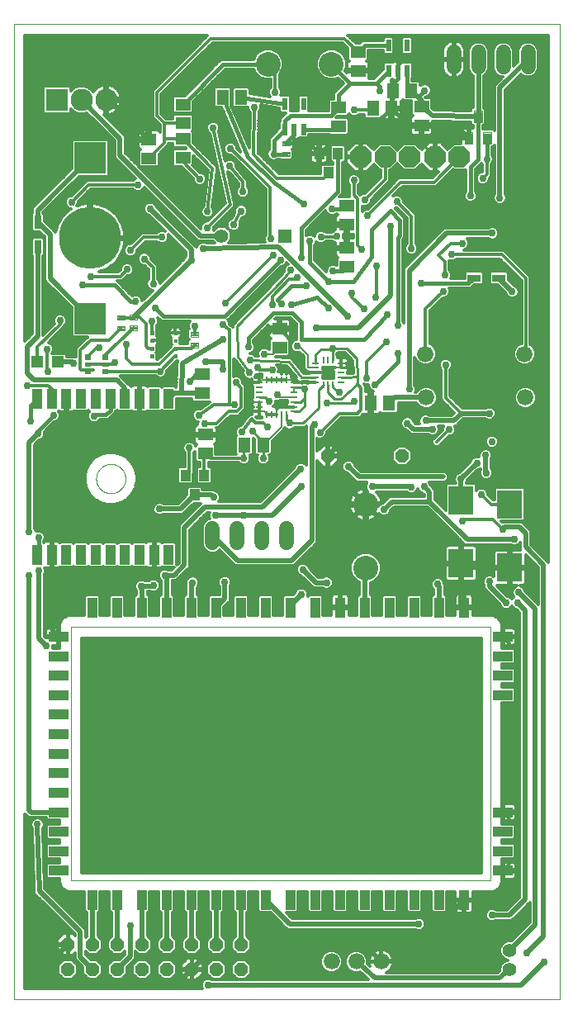
<source format=gtl>
G75*
%MOIN*%
%OFA0B0*%
%FSLAX25Y25*%
%IPPOS*%
%LPD*%
%AMOC8*
5,1,8,0,0,1.08239X$1,22.5*
%
%ADD10C,0.00000*%
%ADD11C,0.01200*%
%ADD12C,0.10000*%
%ADD13C,0.25000*%
%ADD14R,0.12598X0.12598*%
%ADD15C,0.05600*%
%ADD16C,0.05937*%
%ADD17OC8,0.05600*%
%ADD18R,0.04882X0.05906*%
%ADD19R,0.05906X0.04882*%
%ADD20R,0.09843X0.11417*%
%ADD21C,0.00472*%
%ADD22C,0.06600*%
%ADD23R,0.05315X0.03150*%
%ADD24R,0.03150X0.05315*%
%ADD25C,0.00354*%
%ADD26C,0.00315*%
%ADD27R,0.04724X0.04724*%
%ADD28R,0.05543X0.05543*%
%ADD29C,0.05543*%
%ADD30R,0.03937X0.04724*%
%ADD31R,0.08976X0.08976*%
%ADD32C,0.08976*%
%ADD33R,0.05118X0.06299*%
%ADD34C,0.00197*%
%ADD35C,0.00157*%
%ADD36R,0.07874X0.03937*%
%ADD37R,0.03937X0.07874*%
%ADD38R,0.02165X0.04724*%
%ADD39R,0.03150X0.01083*%
%ADD40R,0.01083X0.03150*%
%ADD41OC8,0.08500*%
%ADD42C,0.02000*%
%ADD43C,0.02978*%
%ADD44C,0.01600*%
%ADD45C,0.01000*%
%ADD46C,0.00600*%
%ADD47C,0.00800*%
D10*
X0040901Y0071925D02*
X0040901Y0465626D01*
X0261373Y0465626D01*
X0261373Y0071925D01*
X0040901Y0071925D01*
X0064050Y0119996D02*
X0064050Y0222358D01*
X0233342Y0222358D01*
X0233342Y0119996D01*
X0064050Y0119996D01*
X0074207Y0282201D02*
X0074209Y0282354D01*
X0074215Y0282508D01*
X0074225Y0282661D01*
X0074239Y0282813D01*
X0074257Y0282966D01*
X0074279Y0283117D01*
X0074304Y0283268D01*
X0074334Y0283419D01*
X0074368Y0283569D01*
X0074405Y0283717D01*
X0074446Y0283865D01*
X0074491Y0284011D01*
X0074540Y0284157D01*
X0074593Y0284301D01*
X0074649Y0284443D01*
X0074709Y0284584D01*
X0074773Y0284724D01*
X0074840Y0284862D01*
X0074911Y0284998D01*
X0074986Y0285132D01*
X0075063Y0285264D01*
X0075145Y0285394D01*
X0075229Y0285522D01*
X0075317Y0285648D01*
X0075408Y0285771D01*
X0075502Y0285892D01*
X0075600Y0286010D01*
X0075700Y0286126D01*
X0075804Y0286239D01*
X0075910Y0286350D01*
X0076019Y0286458D01*
X0076131Y0286563D01*
X0076245Y0286664D01*
X0076363Y0286763D01*
X0076482Y0286859D01*
X0076604Y0286952D01*
X0076729Y0287041D01*
X0076856Y0287128D01*
X0076985Y0287210D01*
X0077116Y0287290D01*
X0077249Y0287366D01*
X0077384Y0287439D01*
X0077521Y0287508D01*
X0077660Y0287573D01*
X0077800Y0287635D01*
X0077942Y0287693D01*
X0078085Y0287748D01*
X0078230Y0287799D01*
X0078376Y0287846D01*
X0078523Y0287889D01*
X0078671Y0287928D01*
X0078820Y0287964D01*
X0078970Y0287995D01*
X0079121Y0288023D01*
X0079272Y0288047D01*
X0079425Y0288067D01*
X0079577Y0288083D01*
X0079730Y0288095D01*
X0079883Y0288103D01*
X0080036Y0288107D01*
X0080190Y0288107D01*
X0080343Y0288103D01*
X0080496Y0288095D01*
X0080649Y0288083D01*
X0080801Y0288067D01*
X0080954Y0288047D01*
X0081105Y0288023D01*
X0081256Y0287995D01*
X0081406Y0287964D01*
X0081555Y0287928D01*
X0081703Y0287889D01*
X0081850Y0287846D01*
X0081996Y0287799D01*
X0082141Y0287748D01*
X0082284Y0287693D01*
X0082426Y0287635D01*
X0082566Y0287573D01*
X0082705Y0287508D01*
X0082842Y0287439D01*
X0082977Y0287366D01*
X0083110Y0287290D01*
X0083241Y0287210D01*
X0083370Y0287128D01*
X0083497Y0287041D01*
X0083622Y0286952D01*
X0083744Y0286859D01*
X0083863Y0286763D01*
X0083981Y0286664D01*
X0084095Y0286563D01*
X0084207Y0286458D01*
X0084316Y0286350D01*
X0084422Y0286239D01*
X0084526Y0286126D01*
X0084626Y0286010D01*
X0084724Y0285892D01*
X0084818Y0285771D01*
X0084909Y0285648D01*
X0084997Y0285522D01*
X0085081Y0285394D01*
X0085163Y0285264D01*
X0085240Y0285132D01*
X0085315Y0284998D01*
X0085386Y0284862D01*
X0085453Y0284724D01*
X0085517Y0284584D01*
X0085577Y0284443D01*
X0085633Y0284301D01*
X0085686Y0284157D01*
X0085735Y0284011D01*
X0085780Y0283865D01*
X0085821Y0283717D01*
X0085858Y0283569D01*
X0085892Y0283419D01*
X0085922Y0283268D01*
X0085947Y0283117D01*
X0085969Y0282966D01*
X0085987Y0282813D01*
X0086001Y0282661D01*
X0086011Y0282508D01*
X0086017Y0282354D01*
X0086019Y0282201D01*
X0086017Y0282048D01*
X0086011Y0281894D01*
X0086001Y0281741D01*
X0085987Y0281589D01*
X0085969Y0281436D01*
X0085947Y0281285D01*
X0085922Y0281134D01*
X0085892Y0280983D01*
X0085858Y0280833D01*
X0085821Y0280685D01*
X0085780Y0280537D01*
X0085735Y0280391D01*
X0085686Y0280245D01*
X0085633Y0280101D01*
X0085577Y0279959D01*
X0085517Y0279818D01*
X0085453Y0279678D01*
X0085386Y0279540D01*
X0085315Y0279404D01*
X0085240Y0279270D01*
X0085163Y0279138D01*
X0085081Y0279008D01*
X0084997Y0278880D01*
X0084909Y0278754D01*
X0084818Y0278631D01*
X0084724Y0278510D01*
X0084626Y0278392D01*
X0084526Y0278276D01*
X0084422Y0278163D01*
X0084316Y0278052D01*
X0084207Y0277944D01*
X0084095Y0277839D01*
X0083981Y0277738D01*
X0083863Y0277639D01*
X0083744Y0277543D01*
X0083622Y0277450D01*
X0083497Y0277361D01*
X0083370Y0277274D01*
X0083241Y0277192D01*
X0083110Y0277112D01*
X0082977Y0277036D01*
X0082842Y0276963D01*
X0082705Y0276894D01*
X0082566Y0276829D01*
X0082426Y0276767D01*
X0082284Y0276709D01*
X0082141Y0276654D01*
X0081996Y0276603D01*
X0081850Y0276556D01*
X0081703Y0276513D01*
X0081555Y0276474D01*
X0081406Y0276438D01*
X0081256Y0276407D01*
X0081105Y0276379D01*
X0080954Y0276355D01*
X0080801Y0276335D01*
X0080649Y0276319D01*
X0080496Y0276307D01*
X0080343Y0276299D01*
X0080190Y0276295D01*
X0080036Y0276295D01*
X0079883Y0276299D01*
X0079730Y0276307D01*
X0079577Y0276319D01*
X0079425Y0276335D01*
X0079272Y0276355D01*
X0079121Y0276379D01*
X0078970Y0276407D01*
X0078820Y0276438D01*
X0078671Y0276474D01*
X0078523Y0276513D01*
X0078376Y0276556D01*
X0078230Y0276603D01*
X0078085Y0276654D01*
X0077942Y0276709D01*
X0077800Y0276767D01*
X0077660Y0276829D01*
X0077521Y0276894D01*
X0077384Y0276963D01*
X0077249Y0277036D01*
X0077116Y0277112D01*
X0076985Y0277192D01*
X0076856Y0277274D01*
X0076729Y0277361D01*
X0076604Y0277450D01*
X0076482Y0277543D01*
X0076363Y0277639D01*
X0076245Y0277738D01*
X0076131Y0277839D01*
X0076019Y0277944D01*
X0075910Y0278052D01*
X0075804Y0278163D01*
X0075700Y0278276D01*
X0075600Y0278392D01*
X0075502Y0278510D01*
X0075408Y0278631D01*
X0075317Y0278754D01*
X0075229Y0278880D01*
X0075145Y0279008D01*
X0075063Y0279138D01*
X0074986Y0279270D01*
X0074911Y0279404D01*
X0074840Y0279540D01*
X0074773Y0279678D01*
X0074709Y0279818D01*
X0074649Y0279959D01*
X0074593Y0280101D01*
X0074540Y0280245D01*
X0074491Y0280391D01*
X0074446Y0280537D01*
X0074405Y0280685D01*
X0074368Y0280833D01*
X0074334Y0280983D01*
X0074304Y0281134D01*
X0074279Y0281285D01*
X0074257Y0281436D01*
X0074239Y0281589D01*
X0074225Y0281741D01*
X0074215Y0281894D01*
X0074209Y0282048D01*
X0074207Y0282201D01*
D11*
X0070324Y0278146D02*
X0071707Y0275750D01*
X0073663Y0273794D01*
X0076058Y0272411D01*
X0078730Y0271695D01*
X0081497Y0271695D01*
X0084168Y0272411D01*
X0086564Y0273794D01*
X0088520Y0275750D01*
X0089903Y0278146D01*
X0090619Y0280818D01*
X0090619Y0283584D01*
X0089903Y0286256D01*
X0088520Y0288651D01*
X0086564Y0290607D01*
X0084168Y0291990D01*
X0081497Y0292706D01*
X0078730Y0292706D01*
X0076058Y0291990D01*
X0073663Y0290607D01*
X0071707Y0288651D01*
X0070324Y0286256D01*
X0069608Y0283584D01*
X0069608Y0280818D01*
X0070324Y0278146D01*
X0070368Y0278069D02*
X0049400Y0278069D01*
X0049400Y0276871D02*
X0071060Y0276871D01*
X0071785Y0275672D02*
X0049400Y0275672D01*
X0049400Y0274474D02*
X0072984Y0274474D01*
X0074562Y0273275D02*
X0049400Y0273275D01*
X0049400Y0272077D02*
X0077307Y0272077D01*
X0082920Y0272077D02*
X0098076Y0272077D01*
X0098236Y0272236D02*
X0097480Y0271480D01*
X0097070Y0270492D01*
X0097070Y0269422D01*
X0097480Y0268434D01*
X0098236Y0267677D01*
X0099224Y0267268D01*
X0100294Y0267268D01*
X0101282Y0267677D01*
X0101362Y0267757D01*
X0109253Y0267757D01*
X0110542Y0269045D01*
X0113600Y0272103D01*
X0116314Y0272103D01*
X0108887Y0264676D01*
X0107598Y0263388D01*
X0107598Y0248230D01*
X0106707Y0247339D01*
X0106707Y0255926D01*
X0106004Y0256629D01*
X0101073Y0256629D01*
X0100869Y0256425D01*
X0100584Y0256709D01*
X0100219Y0256920D01*
X0099812Y0257029D01*
X0098017Y0257029D01*
X0098017Y0251876D01*
X0097249Y0251876D01*
X0097249Y0257029D01*
X0095454Y0257029D01*
X0095047Y0256920D01*
X0094682Y0256709D01*
X0094398Y0256425D01*
X0094193Y0256629D01*
X0089262Y0256629D01*
X0088775Y0256142D01*
X0088288Y0256629D01*
X0083357Y0256629D01*
X0082869Y0256142D01*
X0082382Y0256629D01*
X0077451Y0256629D01*
X0076964Y0256142D01*
X0076477Y0256629D01*
X0071546Y0256629D01*
X0071058Y0256142D01*
X0070571Y0256629D01*
X0065640Y0256629D01*
X0065153Y0256142D01*
X0064666Y0256629D01*
X0059735Y0256629D01*
X0059530Y0256425D01*
X0059245Y0256709D01*
X0058881Y0256920D01*
X0058474Y0257029D01*
X0056679Y0257029D01*
X0056679Y0251876D01*
X0055910Y0251876D01*
X0055910Y0257029D01*
X0054115Y0257029D01*
X0053708Y0256920D01*
X0053344Y0256709D01*
X0053059Y0256425D01*
X0052940Y0256543D01*
X0052940Y0256697D01*
X0053220Y0256977D01*
X0053629Y0257965D01*
X0053629Y0259035D01*
X0053220Y0260023D01*
X0052463Y0260780D01*
X0051475Y0261189D01*
X0050405Y0261189D01*
X0049889Y0260975D01*
X0049889Y0261240D01*
X0049480Y0262228D01*
X0049400Y0262308D01*
X0049400Y0295817D01*
X0051166Y0297583D01*
X0051278Y0297583D01*
X0052267Y0297992D01*
X0053023Y0298748D01*
X0053432Y0299737D01*
X0053432Y0300807D01*
X0053295Y0301137D01*
X0057103Y0304945D01*
X0057499Y0304945D01*
X0058487Y0305354D01*
X0059243Y0306111D01*
X0059653Y0307099D01*
X0059653Y0308169D01*
X0059243Y0309157D01*
X0058907Y0309494D01*
X0058964Y0309552D01*
X0059249Y0309267D01*
X0059614Y0309056D01*
X0060021Y0308947D01*
X0061816Y0308947D01*
X0061816Y0314100D01*
X0062584Y0314100D01*
X0062584Y0308947D01*
X0064379Y0308947D01*
X0064786Y0309056D01*
X0065151Y0309267D01*
X0065436Y0309552D01*
X0065640Y0309347D01*
X0070571Y0309347D01*
X0071058Y0309834D01*
X0071478Y0309415D01*
X0071102Y0309039D01*
X0070692Y0308051D01*
X0070692Y0306981D01*
X0071102Y0305993D01*
X0071858Y0305236D01*
X0072846Y0304827D01*
X0073916Y0304827D01*
X0074904Y0305236D01*
X0075656Y0305988D01*
X0079013Y0305988D01*
X0080745Y0307720D01*
X0081917Y0308892D01*
X0081917Y0309347D01*
X0082382Y0309347D01*
X0082869Y0309834D01*
X0083357Y0309347D01*
X0088288Y0309347D01*
X0088492Y0309552D01*
X0088777Y0309267D01*
X0089142Y0309056D01*
X0089548Y0308947D01*
X0091343Y0308947D01*
X0091343Y0314100D01*
X0092112Y0314100D01*
X0092112Y0308947D01*
X0093907Y0308947D01*
X0094314Y0309056D01*
X0094679Y0309267D01*
X0094963Y0309552D01*
X0095168Y0309347D01*
X0100099Y0309347D01*
X0100586Y0309834D01*
X0101073Y0309347D01*
X0106004Y0309347D01*
X0106707Y0310050D01*
X0106707Y0314541D01*
X0106733Y0314568D01*
X0108574Y0314568D01*
X0109442Y0314534D01*
X0109479Y0314568D01*
X0112811Y0314568D01*
X0112811Y0313830D01*
X0113514Y0313127D01*
X0120113Y0313127D01*
X0116277Y0310471D01*
X0116160Y0310520D01*
X0115090Y0310520D01*
X0114102Y0310110D01*
X0113346Y0309354D01*
X0112936Y0308366D01*
X0112936Y0307296D01*
X0113346Y0306308D01*
X0114102Y0305551D01*
X0115090Y0305142D01*
X0115287Y0305142D01*
X0115220Y0304980D01*
X0115220Y0303958D01*
X0115178Y0303958D01*
X0114771Y0303849D01*
X0114407Y0303639D01*
X0114109Y0303341D01*
X0113898Y0302976D01*
X0113789Y0302569D01*
X0113789Y0300517D01*
X0117742Y0300517D01*
X0117742Y0299317D01*
X0113789Y0299317D01*
X0113789Y0297266D01*
X0113898Y0296859D01*
X0114109Y0296494D01*
X0114407Y0296196D01*
X0114771Y0295985D01*
X0114794Y0295979D01*
X0114392Y0295578D01*
X0114165Y0296126D01*
X0113408Y0296882D01*
X0112420Y0297291D01*
X0111350Y0297291D01*
X0110362Y0296882D01*
X0109606Y0296126D01*
X0109196Y0295137D01*
X0109196Y0294067D01*
X0109606Y0293079D01*
X0110085Y0292600D01*
X0110085Y0287102D01*
X0107845Y0287102D01*
X0107142Y0286399D01*
X0107142Y0280680D01*
X0107845Y0279977D01*
X0112776Y0279977D01*
X0113479Y0280680D01*
X0113479Y0284162D01*
X0113685Y0284369D01*
X0113685Y0292600D01*
X0114165Y0293079D01*
X0114189Y0293138D01*
X0114189Y0289499D01*
X0114892Y0288796D01*
X0115991Y0288796D01*
X0115991Y0287102D01*
X0115325Y0287102D01*
X0114622Y0286399D01*
X0114622Y0280680D01*
X0115325Y0279977D01*
X0120256Y0279977D01*
X0120959Y0280680D01*
X0120959Y0286399D01*
X0120256Y0287102D01*
X0119591Y0287102D01*
X0119591Y0288643D01*
X0119604Y0288629D01*
X0131811Y0288629D01*
X0132291Y0288150D01*
X0133279Y0287740D01*
X0134349Y0287740D01*
X0135337Y0288150D01*
X0136094Y0288906D01*
X0136503Y0289894D01*
X0136503Y0290964D01*
X0136227Y0291631D01*
X0137067Y0291631D01*
X0137770Y0292334D01*
X0137770Y0298461D01*
X0137969Y0298216D01*
X0137969Y0292334D01*
X0138672Y0291631D01*
X0139275Y0291631D01*
X0138999Y0290964D01*
X0138999Y0289894D01*
X0139409Y0288906D01*
X0140165Y0288150D01*
X0141153Y0287740D01*
X0142223Y0287740D01*
X0143211Y0288150D01*
X0143968Y0288906D01*
X0144377Y0289894D01*
X0144377Y0290964D01*
X0144101Y0291631D01*
X0144548Y0291631D01*
X0145250Y0292334D01*
X0145250Y0297303D01*
X0149672Y0301724D01*
X0150533Y0302585D01*
X0150795Y0302323D01*
X0151783Y0301913D01*
X0152853Y0301913D01*
X0153841Y0302323D01*
X0154421Y0302902D01*
X0158534Y0302902D01*
X0159134Y0303502D01*
X0159134Y0287601D01*
X0159125Y0287622D01*
X0158369Y0288378D01*
X0157381Y0288787D01*
X0156311Y0288787D01*
X0155323Y0288378D01*
X0154566Y0287622D01*
X0154157Y0286633D01*
X0154157Y0286521D01*
X0140580Y0272944D01*
X0123675Y0272944D01*
X0123889Y0273158D01*
X0124298Y0274146D01*
X0124298Y0275216D01*
X0123889Y0276204D01*
X0123133Y0276961D01*
X0122144Y0277370D01*
X0122032Y0277370D01*
X0121537Y0277865D01*
X0117219Y0277865D01*
X0117219Y0278525D01*
X0116516Y0279228D01*
X0111585Y0279228D01*
X0110882Y0278525D01*
X0110882Y0275608D01*
X0107431Y0272157D01*
X0101362Y0272157D01*
X0101282Y0272236D01*
X0100294Y0272646D01*
X0099224Y0272646D01*
X0098236Y0272236D01*
X0097230Y0270878D02*
X0049400Y0270878D01*
X0049400Y0269680D02*
X0097070Y0269680D01*
X0097460Y0268481D02*
X0049400Y0268481D01*
X0049400Y0267283D02*
X0099188Y0267283D01*
X0100330Y0267283D02*
X0111493Y0267283D01*
X0112692Y0268481D02*
X0109977Y0268481D01*
X0111176Y0269680D02*
X0113890Y0269680D01*
X0115089Y0270878D02*
X0112374Y0270878D01*
X0113573Y0272077D02*
X0116287Y0272077D01*
X0118977Y0268544D02*
X0119978Y0268544D01*
X0119708Y0267893D01*
X0119708Y0266823D01*
X0119957Y0266223D01*
X0118815Y0265750D01*
X0117643Y0264578D01*
X0117008Y0263046D01*
X0117008Y0255450D01*
X0117643Y0253918D01*
X0118815Y0252746D01*
X0120347Y0252111D01*
X0122006Y0252111D01*
X0123538Y0252746D01*
X0124053Y0253261D01*
X0129055Y0248258D01*
X0130344Y0246969D01*
X0154017Y0246969D01*
X0162245Y0255198D01*
X0163534Y0256486D01*
X0163534Y0289251D01*
X0165889Y0286895D01*
X0167412Y0286895D01*
X0167412Y0290995D01*
X0168012Y0290995D01*
X0168012Y0286895D01*
X0169534Y0286895D01*
X0172112Y0289473D01*
X0172112Y0290995D01*
X0168012Y0290995D01*
X0168012Y0291595D01*
X0172112Y0291595D01*
X0172112Y0293118D01*
X0169534Y0295695D01*
X0168012Y0295695D01*
X0168012Y0291595D01*
X0167412Y0291595D01*
X0167412Y0295695D01*
X0165889Y0295695D01*
X0163534Y0293340D01*
X0163534Y0298394D01*
X0164067Y0298173D01*
X0165137Y0298173D01*
X0166125Y0298583D01*
X0166881Y0299339D01*
X0167291Y0300327D01*
X0167291Y0301006D01*
X0173024Y0306739D01*
X0180583Y0306739D01*
X0181927Y0308082D01*
X0182226Y0308002D01*
X0184395Y0308002D01*
X0184395Y0312152D01*
X0185595Y0312152D01*
X0185595Y0308002D01*
X0187765Y0308002D01*
X0188172Y0308111D01*
X0188537Y0308322D01*
X0188835Y0308620D01*
X0188969Y0308853D01*
X0189420Y0308402D01*
X0195532Y0308402D01*
X0196235Y0309105D01*
X0196235Y0312717D01*
X0203516Y0312717D01*
X0203661Y0312368D01*
X0204927Y0311102D01*
X0206581Y0310417D01*
X0208371Y0310417D01*
X0210025Y0311102D01*
X0211291Y0312368D01*
X0211976Y0314022D01*
X0211976Y0315812D01*
X0211291Y0317466D01*
X0210025Y0318732D01*
X0208371Y0319417D01*
X0206581Y0319417D01*
X0204927Y0318732D01*
X0203661Y0317466D01*
X0203516Y0317117D01*
X0203061Y0317117D01*
X0203314Y0317729D01*
X0203314Y0318799D01*
X0202905Y0319787D01*
X0202825Y0319867D01*
X0202825Y0331184D01*
X0203346Y0329927D01*
X0204612Y0328661D01*
X0206266Y0327976D01*
X0208056Y0327976D01*
X0209710Y0328661D01*
X0210976Y0329927D01*
X0211661Y0331581D01*
X0211661Y0333371D01*
X0210976Y0335025D01*
X0209710Y0336291D01*
X0208961Y0336602D01*
X0208961Y0349920D01*
X0214222Y0355181D01*
X0214900Y0355181D01*
X0215889Y0355590D01*
X0216645Y0356347D01*
X0217054Y0357335D01*
X0217054Y0358405D01*
X0216832Y0358941D01*
X0225351Y0358941D01*
X0226523Y0360113D01*
X0226821Y0360410D01*
X0229922Y0360410D01*
X0230624Y0361113D01*
X0230624Y0365257D01*
X0229922Y0365960D01*
X0223612Y0365960D01*
X0222910Y0365257D01*
X0222910Y0362941D01*
X0217355Y0362941D01*
X0217724Y0363831D01*
X0217724Y0364901D01*
X0217314Y0365889D01*
X0216835Y0366369D01*
X0216835Y0370231D01*
X0217334Y0370024D01*
X0218404Y0370024D01*
X0219393Y0370433D01*
X0219872Y0370913D01*
X0237203Y0370913D01*
X0245912Y0362203D01*
X0245912Y0336830D01*
X0244612Y0336291D01*
X0243346Y0335025D01*
X0242661Y0333371D01*
X0242661Y0331581D01*
X0243346Y0329927D01*
X0244612Y0328661D01*
X0246266Y0327976D01*
X0248056Y0327976D01*
X0249710Y0328661D01*
X0250976Y0329927D01*
X0251661Y0331581D01*
X0251661Y0333371D01*
X0250976Y0335025D01*
X0249710Y0336291D01*
X0249512Y0336373D01*
X0249512Y0363694D01*
X0248457Y0364749D01*
X0238694Y0374513D01*
X0222697Y0374513D01*
X0223684Y0374921D01*
X0224440Y0375678D01*
X0224850Y0376666D01*
X0224850Y0377736D01*
X0224440Y0378724D01*
X0224108Y0379056D01*
X0232526Y0379056D01*
X0232606Y0378976D01*
X0233594Y0378567D01*
X0234664Y0378567D01*
X0235652Y0378976D01*
X0236409Y0379733D01*
X0236818Y0380721D01*
X0236818Y0381791D01*
X0236409Y0382779D01*
X0235652Y0383535D01*
X0234664Y0383945D01*
X0233594Y0383945D01*
X0232606Y0383535D01*
X0232526Y0383456D01*
X0214753Y0383456D01*
X0199714Y0368417D01*
X0198425Y0367128D01*
X0198425Y0345134D01*
X0198259Y0345535D01*
X0197980Y0345815D01*
X0197980Y0378695D01*
X0198885Y0379601D01*
X0198885Y0387399D01*
X0195106Y0391179D01*
X0194938Y0391347D01*
X0195090Y0391283D01*
X0195769Y0391283D01*
X0199731Y0387321D01*
X0199731Y0377078D01*
X0199251Y0376598D01*
X0198842Y0375610D01*
X0198842Y0374540D01*
X0199251Y0373552D01*
X0200008Y0372795D01*
X0200996Y0372386D01*
X0202066Y0372386D01*
X0203054Y0372795D01*
X0203810Y0373552D01*
X0204220Y0374540D01*
X0204220Y0375610D01*
X0203810Y0376598D01*
X0203331Y0377078D01*
X0203331Y0388813D01*
X0198314Y0393829D01*
X0198314Y0394507D01*
X0197905Y0395496D01*
X0197148Y0396252D01*
X0196160Y0396661D01*
X0195090Y0396661D01*
X0194186Y0396287D01*
X0197946Y0400046D01*
X0211331Y0400046D01*
X0212386Y0401101D01*
X0218241Y0406956D01*
X0218565Y0406633D01*
X0223080Y0406633D01*
X0223350Y0406903D01*
X0223350Y0398137D01*
X0223070Y0397858D01*
X0222661Y0396870D01*
X0222661Y0395800D01*
X0223070Y0394811D01*
X0223826Y0394055D01*
X0224815Y0393646D01*
X0225885Y0393646D01*
X0226873Y0394055D01*
X0227629Y0394811D01*
X0228039Y0395800D01*
X0228039Y0396870D01*
X0227629Y0397858D01*
X0227350Y0398137D01*
X0227350Y0407160D01*
X0229744Y0409554D01*
X0230124Y0409174D01*
X0230124Y0406110D01*
X0229736Y0406110D01*
X0228748Y0405701D01*
X0227991Y0404944D01*
X0227582Y0403956D01*
X0227582Y0402886D01*
X0227991Y0401898D01*
X0228748Y0401142D01*
X0229736Y0400732D01*
X0230806Y0400732D01*
X0231794Y0401142D01*
X0232551Y0401898D01*
X0232960Y0402886D01*
X0232960Y0403565D01*
X0233724Y0404329D01*
X0233724Y0409174D01*
X0234204Y0409654D01*
X0234613Y0410642D01*
X0234613Y0411712D01*
X0234204Y0412700D01*
X0234082Y0412822D01*
X0234082Y0415961D01*
X0234247Y0415961D01*
X0235000Y0416715D01*
X0235000Y0397111D01*
X0234920Y0397031D01*
X0234511Y0396043D01*
X0234511Y0394973D01*
X0234920Y0393985D01*
X0235677Y0393228D01*
X0236665Y0392819D01*
X0237735Y0392819D01*
X0238723Y0393228D01*
X0239480Y0393985D01*
X0239889Y0394973D01*
X0239889Y0396043D01*
X0239480Y0397031D01*
X0239400Y0397111D01*
X0239400Y0439085D01*
X0245741Y0445426D01*
X0246256Y0444911D01*
X0247788Y0444276D01*
X0249447Y0444276D01*
X0250979Y0444911D01*
X0252151Y0446084D01*
X0252786Y0447616D01*
X0252786Y0455211D01*
X0252151Y0456743D01*
X0250979Y0457916D01*
X0249447Y0458550D01*
X0247788Y0458550D01*
X0246256Y0457916D01*
X0245084Y0456743D01*
X0244449Y0455211D01*
X0244449Y0450356D01*
X0242786Y0448693D01*
X0242786Y0455211D01*
X0242151Y0456743D01*
X0240979Y0457916D01*
X0239447Y0458550D01*
X0237788Y0458550D01*
X0236256Y0457916D01*
X0235084Y0456743D01*
X0234449Y0455211D01*
X0234449Y0447616D01*
X0235084Y0446084D01*
X0236256Y0444911D01*
X0237788Y0444276D01*
X0238369Y0444276D01*
X0236289Y0442196D01*
X0235000Y0440907D01*
X0235000Y0422726D01*
X0234247Y0423480D01*
X0230342Y0423480D01*
X0230342Y0424623D01*
X0230507Y0424623D01*
X0231313Y0425430D01*
X0231313Y0431334D01*
X0230817Y0431830D01*
X0230817Y0444844D01*
X0230979Y0444911D01*
X0232151Y0446084D01*
X0232786Y0447616D01*
X0232786Y0455211D01*
X0232151Y0456743D01*
X0230979Y0457916D01*
X0229447Y0458550D01*
X0227788Y0458550D01*
X0226256Y0457916D01*
X0225084Y0456743D01*
X0224449Y0455211D01*
X0224449Y0447616D01*
X0225084Y0446084D01*
X0226256Y0444911D01*
X0226417Y0444844D01*
X0226417Y0432141D01*
X0226177Y0432141D01*
X0225370Y0431334D01*
X0225370Y0430646D01*
X0210722Y0430959D01*
X0209739Y0431764D01*
X0209739Y0435257D01*
X0209036Y0435960D01*
X0207379Y0435960D01*
X0207134Y0436205D01*
X0207420Y0436205D01*
X0208408Y0436614D01*
X0209165Y0437371D01*
X0209574Y0438359D01*
X0209574Y0439429D01*
X0209165Y0440417D01*
X0208408Y0441173D01*
X0207420Y0441583D01*
X0206350Y0441583D01*
X0205362Y0441173D01*
X0205132Y0440944D01*
X0205132Y0442186D01*
X0204429Y0442889D01*
X0201720Y0442889D01*
X0201720Y0443665D01*
X0202002Y0443947D01*
X0202002Y0449666D01*
X0201299Y0450369D01*
X0198140Y0450369D01*
X0198133Y0450361D01*
X0198045Y0450449D01*
X0197680Y0450660D01*
X0197273Y0450769D01*
X0195980Y0450769D01*
X0195980Y0446807D01*
X0195980Y0446807D01*
X0195980Y0450769D01*
X0194686Y0450769D01*
X0194279Y0450660D01*
X0193914Y0450449D01*
X0193827Y0450361D01*
X0193819Y0450369D01*
X0190660Y0450369D01*
X0189957Y0449666D01*
X0189957Y0447352D01*
X0186411Y0443807D01*
X0184427Y0443807D01*
X0184439Y0443827D01*
X0184548Y0444234D01*
X0184548Y0446286D01*
X0180595Y0446286D01*
X0180595Y0447486D01*
X0184548Y0447486D01*
X0184548Y0449537D01*
X0184439Y0449944D01*
X0184228Y0450309D01*
X0183931Y0450607D01*
X0183566Y0450818D01*
X0183544Y0450824D01*
X0184148Y0451428D01*
X0184148Y0455044D01*
X0189957Y0455044D01*
X0189957Y0454184D01*
X0190660Y0453481D01*
X0193819Y0453481D01*
X0194522Y0454184D01*
X0194522Y0459903D01*
X0193819Y0460606D01*
X0190660Y0460606D01*
X0189957Y0459903D01*
X0189957Y0459044D01*
X0181844Y0459044D01*
X0180808Y0458007D01*
X0178900Y0458007D01*
X0176284Y0460624D01*
X0175881Y0461026D01*
X0256773Y0461026D01*
X0256773Y0248534D01*
X0255789Y0249519D01*
X0249794Y0255514D01*
X0249794Y0261025D01*
X0248505Y0262314D01*
X0247235Y0263584D01*
X0245946Y0264873D01*
X0238218Y0264873D01*
X0238059Y0264714D01*
X0237835Y0264938D01*
X0246634Y0264938D01*
X0247337Y0265641D01*
X0247337Y0278052D01*
X0246634Y0278755D01*
X0235798Y0278755D01*
X0235095Y0278052D01*
X0235095Y0273646D01*
X0234402Y0273646D01*
X0232409Y0275640D01*
X0232409Y0276318D01*
X0231999Y0277307D01*
X0231243Y0278063D01*
X0230255Y0278472D01*
X0229185Y0278472D01*
X0228197Y0278063D01*
X0227652Y0277519D01*
X0227652Y0279745D01*
X0226949Y0280448D01*
X0223731Y0280448D01*
X0223731Y0280480D01*
X0223810Y0280559D01*
X0224220Y0281548D01*
X0224220Y0281660D01*
X0228331Y0285772D01*
X0228444Y0285772D01*
X0229252Y0286107D01*
X0229252Y0285764D01*
X0228960Y0285058D01*
X0228960Y0283989D01*
X0229369Y0283000D01*
X0230126Y0282244D01*
X0231114Y0281835D01*
X0232184Y0281835D01*
X0233172Y0282244D01*
X0233928Y0283000D01*
X0234338Y0283989D01*
X0234338Y0285058D01*
X0233928Y0286047D01*
X0233652Y0286323D01*
X0233652Y0290007D01*
X0233732Y0290087D01*
X0234141Y0291075D01*
X0234141Y0292145D01*
X0233732Y0293133D01*
X0232975Y0293890D01*
X0231987Y0294299D01*
X0230917Y0294299D01*
X0229929Y0293890D01*
X0229172Y0293133D01*
X0228763Y0292145D01*
X0228763Y0291075D01*
X0228792Y0291005D01*
X0228444Y0291150D01*
X0227374Y0291150D01*
X0226386Y0290740D01*
X0225629Y0289984D01*
X0225220Y0288995D01*
X0225220Y0288883D01*
X0221108Y0284772D01*
X0220996Y0284772D01*
X0220008Y0284362D01*
X0219251Y0283606D01*
X0218842Y0282618D01*
X0218842Y0281548D01*
X0219251Y0280559D01*
X0219331Y0280480D01*
X0219331Y0280448D01*
X0216112Y0280448D01*
X0215410Y0279745D01*
X0215410Y0269425D01*
X0211014Y0273821D01*
X0211014Y0277600D01*
X0209259Y0279355D01*
X0209259Y0279468D01*
X0208850Y0280456D01*
X0208557Y0280749D01*
X0215159Y0280749D01*
X0216447Y0282038D01*
X0216447Y0283860D01*
X0215159Y0285149D01*
X0181182Y0285149D01*
X0178826Y0287505D01*
X0178826Y0287618D01*
X0178417Y0288606D01*
X0177660Y0289362D01*
X0176672Y0289772D01*
X0175602Y0289772D01*
X0174614Y0289362D01*
X0173857Y0288606D01*
X0173448Y0287618D01*
X0173448Y0286548D01*
X0173857Y0285559D01*
X0174614Y0284803D01*
X0175602Y0284394D01*
X0175715Y0284394D01*
X0178071Y0282038D01*
X0178071Y0282038D01*
X0179360Y0280749D01*
X0183520Y0280749D01*
X0183306Y0280535D01*
X0182897Y0279547D01*
X0182897Y0278477D01*
X0183306Y0277489D01*
X0183627Y0277168D01*
X0183627Y0272328D01*
X0189605Y0272328D01*
X0189514Y0273019D01*
X0189290Y0273854D01*
X0188959Y0274654D01*
X0188526Y0275403D01*
X0188000Y0276089D01*
X0187388Y0276701D01*
X0187244Y0276812D01*
X0199731Y0276812D01*
X0200008Y0276535D01*
X0200996Y0276126D01*
X0202066Y0276126D01*
X0203054Y0276535D01*
X0203810Y0277292D01*
X0204075Y0277930D01*
X0204291Y0277410D01*
X0205047Y0276653D01*
X0206035Y0276244D01*
X0206148Y0276244D01*
X0206614Y0275778D01*
X0206614Y0275109D01*
X0192745Y0275109D01*
X0190085Y0272449D01*
X0189972Y0272449D01*
X0188984Y0272039D01*
X0188228Y0271283D01*
X0188163Y0271128D01*
X0183627Y0271128D01*
X0183627Y0265150D01*
X0184317Y0265241D01*
X0185153Y0265465D01*
X0185952Y0265796D01*
X0186701Y0266229D01*
X0187388Y0266756D01*
X0188000Y0267367D01*
X0188476Y0267988D01*
X0188984Y0267480D01*
X0189972Y0267071D01*
X0191042Y0267071D01*
X0192030Y0267480D01*
X0192787Y0268237D01*
X0193196Y0269225D01*
X0193196Y0269338D01*
X0194568Y0270709D01*
X0207903Y0270709D01*
X0223060Y0255552D01*
X0241463Y0255552D01*
X0241543Y0255472D01*
X0242531Y0255063D01*
X0243601Y0255063D01*
X0244589Y0255472D01*
X0245346Y0256229D01*
X0245394Y0256345D01*
X0245394Y0253691D01*
X0245520Y0253565D01*
X0241816Y0253565D01*
X0241816Y0246856D01*
X0247737Y0246856D01*
X0247737Y0251348D01*
X0252677Y0246408D01*
X0252677Y0231567D01*
X0247527Y0236718D01*
X0247527Y0236830D01*
X0247117Y0237818D01*
X0246361Y0238575D01*
X0245462Y0238947D01*
X0246348Y0238947D01*
X0246755Y0239056D01*
X0247120Y0239267D01*
X0247417Y0239565D01*
X0247628Y0239930D01*
X0247737Y0240337D01*
X0247737Y0245656D01*
X0241816Y0245656D01*
X0241816Y0246856D01*
X0240616Y0246856D01*
X0240616Y0253565D01*
X0236084Y0253565D01*
X0235677Y0253456D01*
X0235312Y0253245D01*
X0235014Y0252947D01*
X0234804Y0252582D01*
X0234695Y0252175D01*
X0234695Y0246856D01*
X0240616Y0246856D01*
X0240616Y0245656D01*
X0241816Y0245656D01*
X0241816Y0238947D01*
X0244214Y0238947D01*
X0243315Y0238575D01*
X0242558Y0237818D01*
X0242149Y0236830D01*
X0242149Y0235760D01*
X0242558Y0234772D01*
X0242841Y0234489D01*
X0242724Y0234441D01*
X0241984Y0233700D01*
X0241243Y0234441D01*
X0240255Y0234850D01*
X0240142Y0234850D01*
X0236031Y0238961D01*
X0236084Y0238947D01*
X0240616Y0238947D01*
X0240616Y0245656D01*
X0234695Y0245656D01*
X0234695Y0242761D01*
X0234550Y0242906D01*
X0233562Y0243315D01*
X0232492Y0243315D01*
X0231504Y0242906D01*
X0230747Y0242149D01*
X0230338Y0241161D01*
X0230338Y0240091D01*
X0230747Y0239103D01*
X0230827Y0239023D01*
X0230827Y0237943D01*
X0232116Y0236654D01*
X0237031Y0231739D01*
X0237031Y0231627D01*
X0237440Y0230638D01*
X0238197Y0229882D01*
X0239185Y0229472D01*
X0240255Y0229472D01*
X0241243Y0229882D01*
X0241984Y0230622D01*
X0242724Y0229882D01*
X0243712Y0229472D01*
X0243825Y0229472D01*
X0245197Y0228101D01*
X0245197Y0113191D01*
X0240186Y0108180D01*
X0235614Y0108180D01*
X0235534Y0108260D01*
X0234546Y0108669D01*
X0233476Y0108669D01*
X0232488Y0108260D01*
X0231731Y0107503D01*
X0231322Y0106515D01*
X0231322Y0105445D01*
X0231731Y0104457D01*
X0232488Y0103701D01*
X0233476Y0103291D01*
X0234546Y0103291D01*
X0235534Y0103701D01*
X0235614Y0103780D01*
X0242009Y0103780D01*
X0248308Y0110080D01*
X0249331Y0111102D01*
X0249331Y0103073D01*
X0242077Y0095819D01*
X0242011Y0095846D01*
X0240420Y0095846D01*
X0238950Y0095237D01*
X0237825Y0094112D01*
X0237216Y0092642D01*
X0237216Y0091051D01*
X0237825Y0089581D01*
X0238950Y0088455D01*
X0240268Y0087909D01*
X0238950Y0087363D01*
X0237825Y0086238D01*
X0237216Y0084768D01*
X0237216Y0083560D01*
X0236262Y0082787D01*
X0191223Y0082787D01*
X0191815Y0083089D01*
X0192439Y0083542D01*
X0192985Y0084087D01*
X0193438Y0084711D01*
X0193788Y0085399D01*
X0194027Y0086132D01*
X0194147Y0086894D01*
X0194147Y0086994D01*
X0189533Y0086994D01*
X0189533Y0087565D01*
X0194147Y0087565D01*
X0194147Y0087665D01*
X0194027Y0088427D01*
X0193788Y0089160D01*
X0193438Y0089848D01*
X0192985Y0090472D01*
X0192439Y0091017D01*
X0191815Y0091470D01*
X0191128Y0091821D01*
X0190395Y0092059D01*
X0189633Y0092180D01*
X0189533Y0092180D01*
X0189533Y0087565D01*
X0188961Y0087565D01*
X0188961Y0086994D01*
X0184347Y0086994D01*
X0184347Y0086894D01*
X0184468Y0086132D01*
X0184706Y0085399D01*
X0184754Y0085304D01*
X0183693Y0086254D01*
X0183747Y0086384D01*
X0183747Y0088175D01*
X0183062Y0089829D01*
X0181796Y0091094D01*
X0180142Y0091780D01*
X0178352Y0091780D01*
X0176698Y0091094D01*
X0175432Y0089829D01*
X0174747Y0088175D01*
X0174747Y0086384D01*
X0175432Y0084730D01*
X0176698Y0083465D01*
X0178352Y0082780D01*
X0180142Y0082780D01*
X0180713Y0083016D01*
X0184138Y0079952D01*
X0120968Y0079952D01*
X0120889Y0080032D01*
X0119900Y0080441D01*
X0118831Y0080441D01*
X0117842Y0080032D01*
X0117086Y0079275D01*
X0116676Y0078287D01*
X0116676Y0077217D01*
X0116963Y0076525D01*
X0045501Y0076525D01*
X0045501Y0146891D01*
X0047037Y0145355D01*
X0047076Y0145316D01*
X0048899Y0145316D01*
X0048938Y0145355D01*
X0053992Y0145355D01*
X0053992Y0145090D01*
X0054695Y0144387D01*
X0059450Y0144387D01*
X0059450Y0142850D01*
X0054695Y0142850D01*
X0053992Y0142147D01*
X0053992Y0137216D01*
X0054695Y0136513D01*
X0059450Y0136513D01*
X0059450Y0134976D01*
X0054695Y0134976D01*
X0053992Y0134273D01*
X0053992Y0129342D01*
X0054695Y0128639D01*
X0059450Y0128639D01*
X0059450Y0127102D01*
X0054695Y0127102D01*
X0053992Y0126399D01*
X0053992Y0121468D01*
X0054695Y0120765D01*
X0059450Y0120765D01*
X0059450Y0119081D01*
X0060151Y0117390D01*
X0061445Y0116096D01*
X0063135Y0115396D01*
X0069543Y0115396D01*
X0069543Y0107688D01*
X0070246Y0106985D01*
X0070512Y0106985D01*
X0070512Y0097508D01*
X0070069Y0097065D01*
X0070069Y0100199D01*
X0053507Y0116761D01*
X0052781Y0141031D01*
X0052813Y0141063D01*
X0053222Y0142051D01*
X0053222Y0143121D01*
X0052813Y0144109D01*
X0052056Y0144866D01*
X0051068Y0145275D01*
X0049998Y0145275D01*
X0049010Y0144866D01*
X0048254Y0144109D01*
X0047844Y0143121D01*
X0047844Y0142051D01*
X0048254Y0141063D01*
X0048382Y0140935D01*
X0049134Y0115790D01*
X0049134Y0114912D01*
X0049161Y0114884D01*
X0049162Y0114846D01*
X0049801Y0114244D01*
X0065669Y0098376D01*
X0065669Y0097631D01*
X0064692Y0098609D01*
X0063169Y0098609D01*
X0063169Y0094509D01*
X0062569Y0094509D01*
X0062569Y0098609D01*
X0061047Y0098609D01*
X0058469Y0096031D01*
X0058469Y0094509D01*
X0062569Y0094509D01*
X0062569Y0093909D01*
X0058469Y0093909D01*
X0058469Y0092386D01*
X0061047Y0089809D01*
X0062569Y0089809D01*
X0062569Y0093909D01*
X0063169Y0093909D01*
X0063169Y0089809D01*
X0064692Y0089809D01*
X0065669Y0090786D01*
X0065669Y0088297D01*
X0066958Y0087009D01*
X0068869Y0085097D01*
X0068869Y0082552D01*
X0071213Y0080209D01*
X0074526Y0080209D01*
X0076869Y0082552D01*
X0076869Y0085866D01*
X0074526Y0088209D01*
X0071981Y0088209D01*
X0070069Y0090120D01*
X0070069Y0091352D01*
X0071213Y0090209D01*
X0074526Y0090209D01*
X0076869Y0092552D01*
X0076869Y0095866D01*
X0074912Y0097823D01*
X0074912Y0106985D01*
X0075177Y0106985D01*
X0075880Y0107688D01*
X0075880Y0115396D01*
X0079543Y0115396D01*
X0079543Y0107688D01*
X0080246Y0106985D01*
X0080512Y0106985D01*
X0080512Y0097508D01*
X0078869Y0095866D01*
X0078869Y0092552D01*
X0081213Y0090209D01*
X0084526Y0090209D01*
X0085748Y0091431D01*
X0085748Y0090199D01*
X0083758Y0088209D01*
X0081213Y0088209D01*
X0078869Y0085866D01*
X0078869Y0082552D01*
X0081213Y0080209D01*
X0084526Y0080209D01*
X0086869Y0082552D01*
X0086869Y0085097D01*
X0088859Y0087087D01*
X0090148Y0088376D01*
X0090148Y0091273D01*
X0091213Y0090209D01*
X0094526Y0090209D01*
X0096869Y0092552D01*
X0096869Y0095866D01*
X0094912Y0097823D01*
X0094912Y0106985D01*
X0095177Y0106985D01*
X0095880Y0107688D01*
X0095880Y0115396D01*
X0099543Y0115396D01*
X0099543Y0107688D01*
X0100246Y0106985D01*
X0100512Y0106985D01*
X0100512Y0097508D01*
X0098869Y0095866D01*
X0098869Y0092552D01*
X0101213Y0090209D01*
X0104526Y0090209D01*
X0106869Y0092552D01*
X0106869Y0095866D01*
X0104912Y0097823D01*
X0104912Y0106985D01*
X0105177Y0106985D01*
X0105880Y0107688D01*
X0105880Y0115396D01*
X0109543Y0115396D01*
X0109543Y0107688D01*
X0110246Y0106985D01*
X0110512Y0106985D01*
X0110512Y0097508D01*
X0108869Y0095866D01*
X0108869Y0092552D01*
X0111213Y0090209D01*
X0114526Y0090209D01*
X0116869Y0092552D01*
X0116869Y0095866D01*
X0114912Y0097823D01*
X0114912Y0106985D01*
X0115177Y0106985D01*
X0115880Y0107688D01*
X0115880Y0115396D01*
X0119543Y0115396D01*
X0119543Y0107688D01*
X0120246Y0106985D01*
X0120512Y0106985D01*
X0120512Y0097508D01*
X0118869Y0095866D01*
X0118869Y0092552D01*
X0121213Y0090209D01*
X0124526Y0090209D01*
X0126869Y0092552D01*
X0126869Y0095866D01*
X0124912Y0097823D01*
X0124912Y0106985D01*
X0125177Y0106985D01*
X0125880Y0107688D01*
X0125880Y0115396D01*
X0129543Y0115396D01*
X0129543Y0107688D01*
X0130246Y0106985D01*
X0130512Y0106985D01*
X0130512Y0097508D01*
X0128869Y0095866D01*
X0128869Y0092552D01*
X0131213Y0090209D01*
X0134526Y0090209D01*
X0136869Y0092552D01*
X0136869Y0095866D01*
X0134912Y0097823D01*
X0134912Y0106985D01*
X0135177Y0106985D01*
X0135880Y0107688D01*
X0135880Y0115396D01*
X0139543Y0115396D01*
X0139543Y0107688D01*
X0140246Y0106985D01*
X0144738Y0106985D01*
X0150197Y0101526D01*
X0151486Y0100237D01*
X0202881Y0100237D01*
X0202960Y0100157D01*
X0203949Y0099748D01*
X0205018Y0099748D01*
X0206007Y0100157D01*
X0206763Y0100914D01*
X0207173Y0101902D01*
X0207173Y0102972D01*
X0206763Y0103960D01*
X0206007Y0104717D01*
X0205018Y0105126D01*
X0203949Y0105126D01*
X0202960Y0104717D01*
X0202881Y0104637D01*
X0153308Y0104637D01*
X0150960Y0106985D01*
X0155177Y0106985D01*
X0155880Y0107688D01*
X0155880Y0115396D01*
X0159543Y0115396D01*
X0159543Y0107688D01*
X0160246Y0106985D01*
X0165177Y0106985D01*
X0165880Y0107688D01*
X0165880Y0115396D01*
X0169543Y0115396D01*
X0169543Y0107688D01*
X0170246Y0106985D01*
X0175177Y0106985D01*
X0175880Y0107688D01*
X0175880Y0115396D01*
X0179543Y0115396D01*
X0179543Y0107688D01*
X0180246Y0106985D01*
X0185177Y0106985D01*
X0185880Y0107688D01*
X0185880Y0115396D01*
X0189543Y0115396D01*
X0189543Y0107688D01*
X0190246Y0106985D01*
X0195177Y0106985D01*
X0195880Y0107688D01*
X0195880Y0115396D01*
X0199543Y0115396D01*
X0199543Y0107688D01*
X0200246Y0106985D01*
X0205177Y0106985D01*
X0205880Y0107688D01*
X0205880Y0115396D01*
X0209543Y0115396D01*
X0209543Y0107688D01*
X0210246Y0106985D01*
X0215177Y0106985D01*
X0215880Y0107688D01*
X0215880Y0115396D01*
X0219143Y0115396D01*
X0219143Y0112506D01*
X0222328Y0112506D01*
X0222328Y0111738D01*
X0223096Y0111738D01*
X0223096Y0112506D01*
X0226280Y0112506D01*
X0226280Y0115396D01*
X0234257Y0115396D01*
X0235947Y0116096D01*
X0237241Y0117390D01*
X0237942Y0119081D01*
X0237942Y0123549D01*
X0238647Y0123549D01*
X0238647Y0120365D01*
X0242411Y0120365D01*
X0242818Y0120474D01*
X0243182Y0120684D01*
X0243480Y0120982D01*
X0243691Y0121347D01*
X0243800Y0121754D01*
X0243800Y0123549D01*
X0238647Y0123549D01*
X0238647Y0124317D01*
X0237942Y0124317D01*
X0237942Y0128639D01*
X0242697Y0128639D01*
X0243400Y0129342D01*
X0243400Y0134273D01*
X0242697Y0134976D01*
X0237942Y0134976D01*
X0237942Y0136513D01*
X0242697Y0136513D01*
X0243400Y0137216D01*
X0243400Y0142147D01*
X0242697Y0142850D01*
X0237942Y0142850D01*
X0237942Y0147171D01*
X0238647Y0147171D01*
X0238647Y0143987D01*
X0242411Y0143987D01*
X0242818Y0144096D01*
X0243182Y0144306D01*
X0243480Y0144604D01*
X0243691Y0144969D01*
X0243800Y0145376D01*
X0243800Y0147171D01*
X0238647Y0147171D01*
X0238647Y0147939D01*
X0243800Y0147939D01*
X0243800Y0149734D01*
X0243691Y0150141D01*
X0243480Y0150506D01*
X0243182Y0150804D01*
X0242818Y0151015D01*
X0242411Y0151124D01*
X0238647Y0151124D01*
X0238647Y0147939D01*
X0237942Y0147939D01*
X0237942Y0191631D01*
X0242697Y0191631D01*
X0243400Y0192334D01*
X0243400Y0197265D01*
X0242697Y0197968D01*
X0237942Y0197968D01*
X0237942Y0199505D01*
X0242697Y0199505D01*
X0243400Y0200208D01*
X0243400Y0205139D01*
X0242697Y0205842D01*
X0237942Y0205842D01*
X0237942Y0207379D01*
X0242697Y0207379D01*
X0243400Y0208082D01*
X0243400Y0213013D01*
X0242697Y0213716D01*
X0237942Y0213716D01*
X0237942Y0218037D01*
X0238647Y0218037D01*
X0238647Y0214853D01*
X0242411Y0214853D01*
X0242818Y0214962D01*
X0243182Y0215172D01*
X0243480Y0215470D01*
X0243691Y0215835D01*
X0243800Y0216242D01*
X0243800Y0218037D01*
X0238647Y0218037D01*
X0238647Y0218806D01*
X0237942Y0218806D01*
X0237942Y0223273D01*
X0237241Y0224964D01*
X0235947Y0226258D01*
X0234257Y0226958D01*
X0226280Y0226958D01*
X0226280Y0229848D01*
X0223096Y0229848D01*
X0223096Y0230617D01*
X0222328Y0230617D01*
X0222328Y0235769D01*
X0220533Y0235769D01*
X0220126Y0235660D01*
X0219761Y0235450D01*
X0219463Y0235152D01*
X0219252Y0234787D01*
X0219143Y0234380D01*
X0219143Y0230617D01*
X0222328Y0230617D01*
X0222328Y0229848D01*
X0219143Y0229848D01*
X0219143Y0226958D01*
X0215880Y0226958D01*
X0215880Y0234666D01*
X0215177Y0235369D01*
X0214912Y0235369D01*
X0214912Y0238506D01*
X0215036Y0239217D01*
X0214912Y0239393D01*
X0214912Y0239608D01*
X0214774Y0239746D01*
X0214774Y0240124D01*
X0214365Y0241112D01*
X0213608Y0241868D01*
X0212620Y0242278D01*
X0211550Y0242278D01*
X0210562Y0241868D01*
X0209805Y0241112D01*
X0209396Y0240124D01*
X0209396Y0239054D01*
X0209805Y0238065D01*
X0210512Y0237359D01*
X0210512Y0235369D01*
X0210246Y0235369D01*
X0209543Y0234666D01*
X0209543Y0226958D01*
X0205880Y0226958D01*
X0205880Y0234666D01*
X0205177Y0235369D01*
X0200246Y0235369D01*
X0199543Y0234666D01*
X0199543Y0226958D01*
X0195880Y0226958D01*
X0195880Y0234666D01*
X0195177Y0235369D01*
X0190246Y0235369D01*
X0189543Y0234666D01*
X0189543Y0226958D01*
X0185880Y0226958D01*
X0185880Y0234666D01*
X0185177Y0235369D01*
X0184912Y0235369D01*
X0184912Y0240208D01*
X0186539Y0240882D01*
X0188283Y0242626D01*
X0189227Y0244905D01*
X0189227Y0247371D01*
X0188283Y0249650D01*
X0186539Y0251394D01*
X0184260Y0252338D01*
X0181794Y0252338D01*
X0179515Y0251394D01*
X0177771Y0249650D01*
X0176827Y0247371D01*
X0176827Y0244905D01*
X0177771Y0242626D01*
X0179515Y0240882D01*
X0180512Y0240469D01*
X0180512Y0235369D01*
X0180246Y0235369D01*
X0179543Y0234666D01*
X0179543Y0226958D01*
X0176280Y0226958D01*
X0176280Y0229848D01*
X0173096Y0229848D01*
X0173096Y0230617D01*
X0172328Y0230617D01*
X0172328Y0235769D01*
X0170533Y0235769D01*
X0170126Y0235660D01*
X0169761Y0235450D01*
X0169463Y0235152D01*
X0169252Y0234787D01*
X0169143Y0234380D01*
X0169143Y0230617D01*
X0172328Y0230617D01*
X0172328Y0229848D01*
X0169143Y0229848D01*
X0169143Y0226958D01*
X0165880Y0226958D01*
X0165880Y0234666D01*
X0165177Y0235369D01*
X0160246Y0235369D01*
X0159648Y0234771D01*
X0159732Y0234973D01*
X0159732Y0236043D01*
X0159322Y0237031D01*
X0158566Y0237787D01*
X0157577Y0238197D01*
X0156508Y0238197D01*
X0155519Y0237787D01*
X0154763Y0237031D01*
X0154354Y0236043D01*
X0154354Y0235930D01*
X0153793Y0235369D01*
X0150246Y0235369D01*
X0149543Y0234666D01*
X0149543Y0226958D01*
X0145880Y0226958D01*
X0145880Y0234666D01*
X0145177Y0235369D01*
X0140246Y0235369D01*
X0139543Y0234666D01*
X0139543Y0226958D01*
X0135880Y0226958D01*
X0135880Y0234666D01*
X0135177Y0235369D01*
X0130246Y0235369D01*
X0129543Y0234666D01*
X0129543Y0226958D01*
X0125880Y0226958D01*
X0125880Y0230290D01*
X0128337Y0232746D01*
X0128337Y0238826D01*
X0128417Y0238906D01*
X0128826Y0239894D01*
X0128826Y0240964D01*
X0128417Y0241952D01*
X0127660Y0242709D01*
X0126672Y0243118D01*
X0125602Y0243118D01*
X0124614Y0242709D01*
X0123857Y0241952D01*
X0123448Y0240964D01*
X0123448Y0239894D01*
X0123857Y0238906D01*
X0123937Y0238826D01*
X0123937Y0235369D01*
X0120246Y0235369D01*
X0119543Y0234666D01*
X0119543Y0226958D01*
X0115880Y0226958D01*
X0115880Y0234666D01*
X0115177Y0235369D01*
X0114912Y0235369D01*
X0114912Y0238196D01*
X0115425Y0238709D01*
X0115834Y0239697D01*
X0115834Y0240767D01*
X0115425Y0241755D01*
X0114668Y0242512D01*
X0113680Y0242921D01*
X0112610Y0242921D01*
X0111622Y0242512D01*
X0110865Y0241755D01*
X0110456Y0240767D01*
X0110456Y0239697D01*
X0110512Y0239562D01*
X0110512Y0235369D01*
X0110246Y0235369D01*
X0109543Y0234666D01*
X0109543Y0226958D01*
X0105880Y0226958D01*
X0105880Y0234666D01*
X0105177Y0235369D01*
X0104912Y0235369D01*
X0104912Y0240985D01*
X0106576Y0240985D01*
X0107865Y0242274D01*
X0111998Y0246408D01*
X0111998Y0261565D01*
X0118977Y0268544D01*
X0118914Y0268481D02*
X0119951Y0268481D01*
X0119708Y0267283D02*
X0117716Y0267283D01*
X0116517Y0266084D02*
X0119621Y0266084D01*
X0117950Y0264886D02*
X0115319Y0264886D01*
X0114120Y0263687D02*
X0117274Y0263687D01*
X0117008Y0262488D02*
X0112922Y0262488D01*
X0111998Y0261290D02*
X0117008Y0261290D01*
X0117008Y0260091D02*
X0111998Y0260091D01*
X0111998Y0258893D02*
X0117008Y0258893D01*
X0117008Y0257694D02*
X0111998Y0257694D01*
X0111998Y0256496D02*
X0117008Y0256496D01*
X0117071Y0255297D02*
X0111998Y0255297D01*
X0111998Y0254099D02*
X0117568Y0254099D01*
X0118660Y0252900D02*
X0111998Y0252900D01*
X0111998Y0251702D02*
X0125611Y0251702D01*
X0124413Y0252900D02*
X0123692Y0252900D01*
X0126810Y0250503D02*
X0111998Y0250503D01*
X0111998Y0249305D02*
X0128008Y0249305D01*
X0129207Y0248106D02*
X0111998Y0248106D01*
X0111998Y0246908D02*
X0155286Y0246908D01*
X0155354Y0247070D02*
X0154944Y0246082D01*
X0154944Y0245012D01*
X0155354Y0244024D01*
X0156110Y0243268D01*
X0157098Y0242858D01*
X0157211Y0242858D01*
X0160748Y0239321D01*
X0162037Y0238032D01*
X0165676Y0238032D01*
X0165756Y0237953D01*
X0166744Y0237543D01*
X0167814Y0237543D01*
X0168802Y0237953D01*
X0169558Y0238709D01*
X0169968Y0239697D01*
X0169968Y0240767D01*
X0169558Y0241755D01*
X0168802Y0242512D01*
X0167814Y0242921D01*
X0166744Y0242921D01*
X0165756Y0242512D01*
X0165676Y0242432D01*
X0163859Y0242432D01*
X0160322Y0245970D01*
X0160322Y0246082D01*
X0159913Y0247070D01*
X0159156Y0247827D01*
X0158168Y0248236D01*
X0157098Y0248236D01*
X0156110Y0247827D01*
X0155354Y0247070D01*
X0155154Y0248106D02*
X0156785Y0248106D01*
X0156352Y0249305D02*
X0177628Y0249305D01*
X0177131Y0248106D02*
X0158481Y0248106D01*
X0159980Y0246908D02*
X0176827Y0246908D01*
X0176827Y0245709D02*
X0160582Y0245709D01*
X0161781Y0244511D02*
X0176990Y0244511D01*
X0177486Y0243312D02*
X0162979Y0243312D01*
X0160352Y0239717D02*
X0128753Y0239717D01*
X0128826Y0240915D02*
X0159154Y0240915D01*
X0157955Y0242114D02*
X0128255Y0242114D01*
X0128337Y0238518D02*
X0161551Y0238518D01*
X0159033Y0237320D02*
X0180512Y0237320D01*
X0180512Y0238518D02*
X0169368Y0238518D01*
X0169968Y0239717D02*
X0180512Y0239717D01*
X0179481Y0240915D02*
X0169906Y0240915D01*
X0169200Y0242114D02*
X0178283Y0242114D01*
X0178624Y0250503D02*
X0157551Y0250503D01*
X0158749Y0251702D02*
X0180258Y0251702D01*
X0185795Y0251702D02*
X0215010Y0251702D01*
X0215010Y0252900D02*
X0159948Y0252900D01*
X0161146Y0254099D02*
X0215071Y0254099D01*
X0215119Y0254275D02*
X0215010Y0253868D01*
X0215010Y0248549D01*
X0220931Y0248549D01*
X0220931Y0255257D01*
X0216399Y0255257D01*
X0215992Y0255148D01*
X0215627Y0254938D01*
X0215329Y0254640D01*
X0215119Y0254275D01*
X0215010Y0250503D02*
X0187429Y0250503D01*
X0188426Y0249305D02*
X0215010Y0249305D01*
X0215010Y0247349D02*
X0215010Y0242030D01*
X0215119Y0241623D01*
X0215329Y0241258D01*
X0215627Y0240960D01*
X0215992Y0240749D01*
X0216399Y0240640D01*
X0220931Y0240640D01*
X0220931Y0247349D01*
X0222131Y0247349D01*
X0222131Y0248549D01*
X0228052Y0248549D01*
X0228052Y0253868D01*
X0227943Y0254275D01*
X0227732Y0254640D01*
X0227434Y0254938D01*
X0227070Y0255148D01*
X0226663Y0255257D01*
X0222131Y0255257D01*
X0222131Y0248549D01*
X0220931Y0248549D01*
X0220931Y0247349D01*
X0215010Y0247349D01*
X0215010Y0246908D02*
X0189227Y0246908D01*
X0189227Y0245709D02*
X0215010Y0245709D01*
X0215010Y0244511D02*
X0189064Y0244511D01*
X0188567Y0243312D02*
X0215010Y0243312D01*
X0215010Y0242114D02*
X0213015Y0242114D01*
X0211155Y0242114D02*
X0187771Y0242114D01*
X0186572Y0240915D02*
X0209724Y0240915D01*
X0209396Y0239717D02*
X0184912Y0239717D01*
X0184912Y0238518D02*
X0209618Y0238518D01*
X0210512Y0237320D02*
X0184912Y0237320D01*
X0184912Y0236121D02*
X0210512Y0236121D01*
X0209800Y0234923D02*
X0205624Y0234923D01*
X0205880Y0233724D02*
X0209543Y0233724D01*
X0209543Y0232526D02*
X0205880Y0232526D01*
X0205880Y0231327D02*
X0209543Y0231327D01*
X0209543Y0230129D02*
X0205880Y0230129D01*
X0205880Y0228930D02*
X0209543Y0228930D01*
X0209543Y0227732D02*
X0205880Y0227732D01*
X0199543Y0227732D02*
X0195880Y0227732D01*
X0195880Y0228930D02*
X0199543Y0228930D01*
X0199543Y0230129D02*
X0195880Y0230129D01*
X0195880Y0231327D02*
X0199543Y0231327D01*
X0199543Y0232526D02*
X0195880Y0232526D01*
X0195880Y0233724D02*
X0199543Y0233724D01*
X0199800Y0234923D02*
X0195624Y0234923D01*
X0189800Y0234923D02*
X0185624Y0234923D01*
X0185880Y0233724D02*
X0189543Y0233724D01*
X0189543Y0232526D02*
X0185880Y0232526D01*
X0185880Y0231327D02*
X0189543Y0231327D01*
X0189543Y0230129D02*
X0185880Y0230129D01*
X0185880Y0228930D02*
X0189543Y0228930D01*
X0189543Y0227732D02*
X0185880Y0227732D01*
X0179543Y0227732D02*
X0176280Y0227732D01*
X0176280Y0228930D02*
X0179543Y0228930D01*
X0179543Y0230129D02*
X0173096Y0230129D01*
X0173096Y0230617D02*
X0176280Y0230617D01*
X0176280Y0234380D01*
X0176171Y0234787D01*
X0175961Y0235152D01*
X0175663Y0235450D01*
X0175298Y0235660D01*
X0174891Y0235769D01*
X0173096Y0235769D01*
X0173096Y0230617D01*
X0173096Y0231327D02*
X0172328Y0231327D01*
X0172328Y0230129D02*
X0165880Y0230129D01*
X0165880Y0231327D02*
X0169143Y0231327D01*
X0169143Y0232526D02*
X0165880Y0232526D01*
X0165880Y0233724D02*
X0169143Y0233724D01*
X0169331Y0234923D02*
X0165624Y0234923D01*
X0165880Y0228930D02*
X0169143Y0228930D01*
X0169143Y0227732D02*
X0165880Y0227732D01*
X0172328Y0232526D02*
X0173096Y0232526D01*
X0173096Y0233724D02*
X0172328Y0233724D01*
X0172328Y0234923D02*
X0173096Y0234923D01*
X0176093Y0234923D02*
X0179800Y0234923D01*
X0179543Y0233724D02*
X0176280Y0233724D01*
X0176280Y0232526D02*
X0179543Y0232526D01*
X0179543Y0231327D02*
X0176280Y0231327D01*
X0180512Y0236121D02*
X0159699Y0236121D01*
X0159711Y0234923D02*
X0159800Y0234923D01*
X0155052Y0237320D02*
X0128337Y0237320D01*
X0128337Y0236121D02*
X0154386Y0236121D01*
X0149800Y0234923D02*
X0145624Y0234923D01*
X0145880Y0233724D02*
X0149543Y0233724D01*
X0149543Y0232526D02*
X0145880Y0232526D01*
X0145880Y0231327D02*
X0149543Y0231327D01*
X0149543Y0230129D02*
X0145880Y0230129D01*
X0145880Y0228930D02*
X0149543Y0228930D01*
X0149543Y0227732D02*
X0145880Y0227732D01*
X0139543Y0227732D02*
X0135880Y0227732D01*
X0135880Y0228930D02*
X0139543Y0228930D01*
X0139543Y0230129D02*
X0135880Y0230129D01*
X0135880Y0231327D02*
X0139543Y0231327D01*
X0139543Y0232526D02*
X0135880Y0232526D01*
X0135880Y0233724D02*
X0139543Y0233724D01*
X0139800Y0234923D02*
X0135624Y0234923D01*
X0129800Y0234923D02*
X0128337Y0234923D01*
X0128337Y0233724D02*
X0129543Y0233724D01*
X0129543Y0232526D02*
X0128117Y0232526D01*
X0126918Y0231327D02*
X0129543Y0231327D01*
X0129543Y0230129D02*
X0125880Y0230129D01*
X0125880Y0228930D02*
X0129543Y0228930D01*
X0129543Y0227732D02*
X0125880Y0227732D01*
X0123937Y0236121D02*
X0114912Y0236121D01*
X0114912Y0237320D02*
X0123937Y0237320D01*
X0123937Y0238518D02*
X0115234Y0238518D01*
X0115834Y0239717D02*
X0123522Y0239717D01*
X0123448Y0240915D02*
X0115773Y0240915D01*
X0115066Y0242114D02*
X0124019Y0242114D01*
X0119800Y0234923D02*
X0115624Y0234923D01*
X0115880Y0233724D02*
X0119543Y0233724D01*
X0119543Y0232526D02*
X0115880Y0232526D01*
X0115880Y0231327D02*
X0119543Y0231327D01*
X0119543Y0230129D02*
X0115880Y0230129D01*
X0115880Y0228930D02*
X0119543Y0228930D01*
X0119543Y0227732D02*
X0115880Y0227732D01*
X0110512Y0236121D02*
X0104912Y0236121D01*
X0104912Y0237320D02*
X0110512Y0237320D01*
X0110512Y0238518D02*
X0104912Y0238518D01*
X0104912Y0239717D02*
X0110456Y0239717D01*
X0110517Y0240915D02*
X0104912Y0240915D01*
X0107705Y0242114D02*
X0111224Y0242114D01*
X0108903Y0243312D02*
X0156065Y0243312D01*
X0155152Y0244511D02*
X0110102Y0244511D01*
X0111300Y0245709D02*
X0154944Y0245709D01*
X0162345Y0255297D02*
X0241965Y0255297D01*
X0244167Y0255297D02*
X0245394Y0255297D01*
X0245394Y0254099D02*
X0227990Y0254099D01*
X0228052Y0252900D02*
X0234987Y0252900D01*
X0234695Y0251702D02*
X0228052Y0251702D01*
X0228052Y0250503D02*
X0234695Y0250503D01*
X0234695Y0249305D02*
X0228052Y0249305D01*
X0228052Y0247349D02*
X0222131Y0247349D01*
X0222131Y0240640D01*
X0226663Y0240640D01*
X0227070Y0240749D01*
X0227434Y0240960D01*
X0227732Y0241258D01*
X0227943Y0241623D01*
X0228052Y0242030D01*
X0228052Y0247349D01*
X0228052Y0246908D02*
X0234695Y0246908D01*
X0234695Y0248106D02*
X0222131Y0248106D01*
X0222131Y0246908D02*
X0220931Y0246908D01*
X0220931Y0248106D02*
X0188922Y0248106D01*
X0186451Y0266084D02*
X0212528Y0266084D01*
X0211330Y0267283D02*
X0191553Y0267283D01*
X0192888Y0268481D02*
X0210131Y0268481D01*
X0208933Y0269680D02*
X0193538Y0269680D01*
X0190911Y0273275D02*
X0189445Y0273275D01*
X0189074Y0272077D02*
X0183627Y0272077D01*
X0183627Y0272328D02*
X0183627Y0271128D01*
X0182427Y0271128D01*
X0182427Y0265150D01*
X0181736Y0265241D01*
X0180901Y0265465D01*
X0180101Y0265796D01*
X0179352Y0266229D01*
X0178666Y0266756D01*
X0178054Y0267367D01*
X0177527Y0268054D01*
X0177095Y0268803D01*
X0176764Y0269602D01*
X0176540Y0270438D01*
X0176449Y0271128D01*
X0182427Y0271128D01*
X0182427Y0272328D01*
X0176449Y0272328D01*
X0176540Y0273019D01*
X0176764Y0273854D01*
X0177095Y0274654D01*
X0177527Y0275403D01*
X0178054Y0276089D01*
X0178666Y0276701D01*
X0179352Y0277228D01*
X0180101Y0277660D01*
X0180901Y0277991D01*
X0181736Y0278215D01*
X0182427Y0278306D01*
X0182427Y0272328D01*
X0183627Y0272328D01*
X0183627Y0273275D02*
X0182427Y0273275D01*
X0182427Y0272077D02*
X0163534Y0272077D01*
X0163534Y0273275D02*
X0176608Y0273275D01*
X0177020Y0274474D02*
X0163534Y0274474D01*
X0163534Y0275672D02*
X0177734Y0275672D01*
X0178887Y0276871D02*
X0163534Y0276871D01*
X0163534Y0278069D02*
X0181191Y0278069D01*
X0182427Y0278069D02*
X0183066Y0278069D01*
X0182897Y0279268D02*
X0163534Y0279268D01*
X0163534Y0280466D02*
X0183278Y0280466D01*
X0183627Y0276871D02*
X0182427Y0276871D01*
X0182427Y0275672D02*
X0183627Y0275672D01*
X0183627Y0274474D02*
X0182427Y0274474D01*
X0182427Y0270878D02*
X0183627Y0270878D01*
X0183627Y0269680D02*
X0182427Y0269680D01*
X0182427Y0268481D02*
X0183627Y0268481D01*
X0183627Y0267283D02*
X0182427Y0267283D01*
X0182427Y0266084D02*
X0183627Y0266084D01*
X0179603Y0266084D02*
X0163534Y0266084D01*
X0163534Y0264886D02*
X0213727Y0264886D01*
X0214925Y0263687D02*
X0163534Y0263687D01*
X0163534Y0262488D02*
X0216124Y0262488D01*
X0217322Y0261290D02*
X0163534Y0261290D01*
X0163534Y0260091D02*
X0218521Y0260091D01*
X0219719Y0258893D02*
X0163534Y0258893D01*
X0163534Y0257694D02*
X0220918Y0257694D01*
X0222116Y0256496D02*
X0163534Y0256496D01*
X0163534Y0267283D02*
X0178139Y0267283D01*
X0177281Y0268481D02*
X0163534Y0268481D01*
X0163534Y0269680D02*
X0176743Y0269680D01*
X0176482Y0270878D02*
X0163534Y0270878D01*
X0163534Y0281665D02*
X0178444Y0281665D01*
X0177245Y0282863D02*
X0163534Y0282863D01*
X0163534Y0284062D02*
X0176047Y0284062D01*
X0174157Y0285260D02*
X0163534Y0285260D01*
X0163534Y0286459D02*
X0173485Y0286459D01*
X0173465Y0287657D02*
X0170296Y0287657D01*
X0171495Y0288856D02*
X0174107Y0288856D01*
X0172112Y0290054D02*
X0193712Y0290054D01*
X0193712Y0289638D02*
X0196055Y0287295D01*
X0199369Y0287295D01*
X0201712Y0289638D01*
X0201712Y0292952D01*
X0199369Y0295295D01*
X0196055Y0295295D01*
X0193712Y0292952D01*
X0193712Y0289638D01*
X0194495Y0288856D02*
X0178167Y0288856D01*
X0178810Y0287657D02*
X0195693Y0287657D01*
X0199731Y0287657D02*
X0223994Y0287657D01*
X0222796Y0286459D02*
X0179872Y0286459D01*
X0181071Y0285260D02*
X0221597Y0285260D01*
X0219707Y0284062D02*
X0216246Y0284062D01*
X0216447Y0282863D02*
X0218944Y0282863D01*
X0218842Y0281665D02*
X0216074Y0281665D01*
X0215410Y0279268D02*
X0209347Y0279268D01*
X0208840Y0280466D02*
X0219331Y0280466D01*
X0223731Y0280466D02*
X0256773Y0280466D01*
X0256773Y0279268D02*
X0227652Y0279268D01*
X0227652Y0278069D02*
X0228211Y0278069D01*
X0229720Y0275783D02*
X0233657Y0271846D01*
X0241216Y0271846D01*
X0235095Y0274474D02*
X0233575Y0274474D01*
X0232409Y0275672D02*
X0235095Y0275672D01*
X0235095Y0276871D02*
X0232180Y0276871D01*
X0231228Y0278069D02*
X0235112Y0278069D01*
X0233791Y0282863D02*
X0256773Y0282863D01*
X0256773Y0281665D02*
X0224224Y0281665D01*
X0225423Y0282863D02*
X0229507Y0282863D01*
X0228960Y0284062D02*
X0226621Y0284062D01*
X0227820Y0285260D02*
X0229043Y0285260D01*
X0233652Y0286459D02*
X0256773Y0286459D01*
X0256773Y0287657D02*
X0233652Y0287657D01*
X0233652Y0288856D02*
X0256773Y0288856D01*
X0256773Y0290054D02*
X0233699Y0290054D01*
X0234141Y0291253D02*
X0256773Y0291253D01*
X0256773Y0292451D02*
X0234014Y0292451D01*
X0233215Y0293650D02*
X0256773Y0293650D01*
X0256773Y0294848D02*
X0235540Y0294848D01*
X0235534Y0294842D02*
X0236291Y0295599D01*
X0236700Y0296587D01*
X0236700Y0297657D01*
X0236291Y0298645D01*
X0235534Y0299402D01*
X0234546Y0299811D01*
X0233476Y0299811D01*
X0232488Y0299402D01*
X0231731Y0298645D01*
X0231322Y0297657D01*
X0231322Y0296587D01*
X0231731Y0295599D01*
X0232488Y0294842D01*
X0233476Y0294433D01*
X0234546Y0294433D01*
X0235534Y0294842D01*
X0236476Y0296047D02*
X0256773Y0296047D01*
X0256773Y0297245D02*
X0236700Y0297245D01*
X0236374Y0298444D02*
X0256773Y0298444D01*
X0256773Y0299642D02*
X0234953Y0299642D01*
X0233069Y0299642D02*
X0218053Y0299642D01*
X0218251Y0299724D02*
X0219007Y0300481D01*
X0219417Y0301469D01*
X0219417Y0302539D01*
X0219065Y0303387D01*
X0219568Y0303387D01*
X0222521Y0306339D01*
X0231424Y0306339D01*
X0231504Y0306260D01*
X0232492Y0305850D01*
X0233562Y0305850D01*
X0234550Y0306260D01*
X0235306Y0307016D01*
X0235716Y0308004D01*
X0235716Y0309074D01*
X0235306Y0310063D01*
X0234550Y0310819D01*
X0233562Y0311228D01*
X0232492Y0311228D01*
X0231504Y0310819D01*
X0231424Y0310739D01*
X0221955Y0310739D01*
X0217110Y0315584D01*
X0217110Y0326222D01*
X0217590Y0326701D01*
X0217999Y0327690D01*
X0217999Y0328759D01*
X0217590Y0329748D01*
X0216833Y0330504D01*
X0215845Y0330913D01*
X0214775Y0330913D01*
X0213787Y0330504D01*
X0213031Y0329748D01*
X0212621Y0328759D01*
X0212621Y0327690D01*
X0213031Y0326701D01*
X0213510Y0326222D01*
X0213510Y0314093D01*
X0218781Y0308822D01*
X0217745Y0307787D01*
X0208842Y0307787D01*
X0208763Y0307866D01*
X0207774Y0308276D01*
X0206705Y0308276D01*
X0205716Y0307866D01*
X0204960Y0307110D01*
X0204550Y0306121D01*
X0204550Y0305052D01*
X0204836Y0304361D01*
X0203190Y0304361D01*
X0202566Y0304985D01*
X0202566Y0305098D01*
X0202157Y0306086D01*
X0201400Y0306843D01*
X0200412Y0307252D01*
X0199342Y0307252D01*
X0198354Y0306843D01*
X0197598Y0306086D01*
X0197188Y0305098D01*
X0197188Y0304028D01*
X0197598Y0303040D01*
X0198354Y0302283D01*
X0199342Y0301874D01*
X0199455Y0301874D01*
X0201368Y0299961D01*
X0208471Y0299961D01*
X0208551Y0299882D01*
X0209539Y0299472D01*
X0210609Y0299472D01*
X0211597Y0299882D01*
X0212354Y0300638D01*
X0212763Y0301627D01*
X0212763Y0302696D01*
X0212477Y0303387D01*
X0214390Y0303387D01*
X0214039Y0302539D01*
X0214039Y0301861D01*
X0209849Y0297671D01*
X0209849Y0296180D01*
X0210903Y0295125D01*
X0212394Y0295125D01*
X0216584Y0299315D01*
X0217262Y0299315D01*
X0218251Y0299724D01*
X0219156Y0300841D02*
X0256773Y0300841D01*
X0256773Y0302039D02*
X0219417Y0302039D01*
X0219127Y0303238D02*
X0256773Y0303238D01*
X0256773Y0304436D02*
X0220618Y0304436D01*
X0221816Y0305635D02*
X0256773Y0305635D01*
X0256773Y0306833D02*
X0235124Y0306833D01*
X0235716Y0308032D02*
X0256773Y0308032D01*
X0256773Y0309230D02*
X0235651Y0309230D01*
X0234940Y0310429D02*
X0246552Y0310429D01*
X0246581Y0310417D02*
X0248371Y0310417D01*
X0250025Y0311102D01*
X0251291Y0312368D01*
X0251976Y0314022D01*
X0251976Y0315812D01*
X0251291Y0317466D01*
X0250025Y0318732D01*
X0248371Y0319417D01*
X0246581Y0319417D01*
X0244927Y0318732D01*
X0243661Y0317466D01*
X0242976Y0315812D01*
X0242976Y0314022D01*
X0243661Y0312368D01*
X0244927Y0311102D01*
X0246581Y0310417D01*
X0248399Y0310429D02*
X0256773Y0310429D01*
X0256773Y0311627D02*
X0250550Y0311627D01*
X0251480Y0312826D02*
X0256773Y0312826D01*
X0256773Y0314024D02*
X0251976Y0314024D01*
X0251976Y0315223D02*
X0256773Y0315223D01*
X0256773Y0316422D02*
X0251723Y0316422D01*
X0251137Y0317620D02*
X0256773Y0317620D01*
X0256773Y0318819D02*
X0249816Y0318819D01*
X0245135Y0318819D02*
X0217110Y0318819D01*
X0217110Y0320017D02*
X0256773Y0320017D01*
X0256773Y0321216D02*
X0217110Y0321216D01*
X0217110Y0322414D02*
X0256773Y0322414D01*
X0256773Y0323613D02*
X0217110Y0323613D01*
X0217110Y0324811D02*
X0256773Y0324811D01*
X0256773Y0326010D02*
X0217110Y0326010D01*
X0217800Y0327208D02*
X0256773Y0327208D01*
X0256773Y0328407D02*
X0249095Y0328407D01*
X0250653Y0329605D02*
X0256773Y0329605D01*
X0256773Y0330804D02*
X0251339Y0330804D01*
X0251661Y0332002D02*
X0256773Y0332002D01*
X0256773Y0333201D02*
X0251661Y0333201D01*
X0251235Y0334399D02*
X0256773Y0334399D01*
X0256773Y0335598D02*
X0250403Y0335598D01*
X0249512Y0336796D02*
X0256773Y0336796D01*
X0256773Y0337995D02*
X0249512Y0337995D01*
X0249512Y0339193D02*
X0256773Y0339193D01*
X0256773Y0340392D02*
X0249512Y0340392D01*
X0249512Y0341590D02*
X0256773Y0341590D01*
X0256773Y0342789D02*
X0249512Y0342789D01*
X0249512Y0343987D02*
X0256773Y0343987D01*
X0256773Y0345186D02*
X0249512Y0345186D01*
X0249512Y0346384D02*
X0256773Y0346384D01*
X0256773Y0347583D02*
X0249512Y0347583D01*
X0249512Y0348781D02*
X0256773Y0348781D01*
X0256773Y0349980D02*
X0249512Y0349980D01*
X0249512Y0351178D02*
X0256773Y0351178D01*
X0256773Y0352377D02*
X0249512Y0352377D01*
X0249512Y0353575D02*
X0256773Y0353575D01*
X0256773Y0354774D02*
X0249512Y0354774D01*
X0249512Y0355972D02*
X0256773Y0355972D01*
X0256773Y0357171D02*
X0249512Y0357171D01*
X0249512Y0358369D02*
X0256773Y0358369D01*
X0256773Y0359568D02*
X0249512Y0359568D01*
X0249512Y0360766D02*
X0256773Y0360766D01*
X0256773Y0361965D02*
X0249512Y0361965D01*
X0249512Y0363163D02*
X0256773Y0363163D01*
X0256773Y0364362D02*
X0248844Y0364362D01*
X0247646Y0365560D02*
X0256773Y0365560D01*
X0256773Y0366759D02*
X0246447Y0366759D01*
X0245249Y0367957D02*
X0256773Y0367957D01*
X0256773Y0369156D02*
X0244050Y0369156D01*
X0242852Y0370355D02*
X0256773Y0370355D01*
X0256773Y0371553D02*
X0241653Y0371553D01*
X0240455Y0372752D02*
X0256773Y0372752D01*
X0256773Y0373950D02*
X0239256Y0373950D01*
X0237948Y0372713D02*
X0247712Y0362949D01*
X0247712Y0333421D01*
X0247161Y0332476D01*
X0242983Y0330804D02*
X0216110Y0330804D01*
X0214511Y0330804D02*
X0211339Y0330804D01*
X0211661Y0332002D02*
X0242661Y0332002D01*
X0242661Y0333201D02*
X0211661Y0333201D01*
X0211235Y0334399D02*
X0243086Y0334399D01*
X0243918Y0335598D02*
X0210403Y0335598D01*
X0208961Y0336796D02*
X0245831Y0336796D01*
X0245912Y0337995D02*
X0208961Y0337995D01*
X0208961Y0339193D02*
X0245912Y0339193D01*
X0245912Y0340392D02*
X0208961Y0340392D01*
X0208961Y0341590D02*
X0245912Y0341590D01*
X0245912Y0342789D02*
X0208961Y0342789D01*
X0208961Y0343987D02*
X0245912Y0343987D01*
X0245912Y0345186D02*
X0208961Y0345186D01*
X0208961Y0346384D02*
X0245912Y0346384D01*
X0245912Y0347583D02*
X0208961Y0347583D01*
X0208961Y0348781D02*
X0245912Y0348781D01*
X0245912Y0349980D02*
X0209021Y0349980D01*
X0210219Y0351178D02*
X0245912Y0351178D01*
X0245912Y0352377D02*
X0211418Y0352377D01*
X0212616Y0353575D02*
X0245912Y0353575D01*
X0245912Y0354774D02*
X0213815Y0354774D01*
X0216271Y0355972D02*
X0240059Y0355972D01*
X0239920Y0356111D02*
X0240677Y0355354D01*
X0241665Y0354945D01*
X0242735Y0354945D01*
X0243723Y0355354D01*
X0244480Y0356111D01*
X0244889Y0357099D01*
X0244889Y0358169D01*
X0244480Y0359157D01*
X0243723Y0359913D01*
X0242744Y0360319D01*
X0240624Y0362439D01*
X0240624Y0365257D01*
X0239922Y0365960D01*
X0233612Y0365960D01*
X0232910Y0365257D01*
X0232910Y0361113D01*
X0233612Y0360410D01*
X0236431Y0360410D01*
X0239511Y0357330D01*
X0239511Y0357099D01*
X0239920Y0356111D01*
X0239511Y0357171D02*
X0216986Y0357171D01*
X0217054Y0358369D02*
X0238471Y0358369D01*
X0237273Y0359568D02*
X0225978Y0359568D01*
X0222910Y0363163D02*
X0217447Y0363163D01*
X0217724Y0364362D02*
X0222910Y0364362D01*
X0223213Y0365560D02*
X0217451Y0365560D01*
X0216835Y0366759D02*
X0241356Y0366759D01*
X0240321Y0365560D02*
X0242555Y0365560D01*
X0243753Y0364362D02*
X0240624Y0364362D01*
X0240624Y0363163D02*
X0244952Y0363163D01*
X0245912Y0361965D02*
X0241098Y0361965D01*
X0242297Y0360766D02*
X0245912Y0360766D01*
X0245912Y0359568D02*
X0244069Y0359568D01*
X0244806Y0358369D02*
X0245912Y0358369D01*
X0245912Y0357171D02*
X0244889Y0357171D01*
X0244341Y0355972D02*
X0245912Y0355972D01*
X0240158Y0367957D02*
X0216835Y0367957D01*
X0216835Y0369156D02*
X0238959Y0369156D01*
X0237761Y0370355D02*
X0219203Y0370355D01*
X0217869Y0372713D02*
X0237948Y0372713D01*
X0235092Y0378744D02*
X0256773Y0378744D01*
X0256773Y0377546D02*
X0224850Y0377546D01*
X0224718Y0376347D02*
X0256773Y0376347D01*
X0256773Y0375149D02*
X0223911Y0375149D01*
X0222161Y0377201D02*
X0217279Y0377201D01*
X0212358Y0372280D01*
X0215035Y0369602D01*
X0215035Y0364366D01*
X0214365Y0357870D02*
X0207161Y0350665D01*
X0207161Y0332476D01*
X0202983Y0330804D02*
X0202825Y0330804D01*
X0202825Y0329605D02*
X0203668Y0329605D01*
X0202825Y0328407D02*
X0205227Y0328407D01*
X0202825Y0327208D02*
X0212821Y0327208D01*
X0212621Y0328407D02*
X0209095Y0328407D01*
X0210653Y0329605D02*
X0212972Y0329605D01*
X0215310Y0328224D02*
X0215310Y0314839D01*
X0221610Y0308539D01*
X0221067Y0311627D02*
X0244402Y0311627D01*
X0243471Y0312826D02*
X0219868Y0312826D01*
X0218670Y0314024D02*
X0242976Y0314024D01*
X0242976Y0315223D02*
X0217471Y0315223D01*
X0217110Y0316422D02*
X0243228Y0316422D01*
X0243814Y0317620D02*
X0217110Y0317620D01*
X0213510Y0317620D02*
X0211137Y0317620D01*
X0211723Y0316422D02*
X0213510Y0316422D01*
X0213510Y0315223D02*
X0211976Y0315223D01*
X0211976Y0314024D02*
X0213579Y0314024D01*
X0214777Y0312826D02*
X0211480Y0312826D01*
X0210550Y0311627D02*
X0215976Y0311627D01*
X0217174Y0310429D02*
X0208399Y0310429D01*
X0206552Y0310429D02*
X0196235Y0310429D01*
X0196235Y0311627D02*
X0204402Y0311627D01*
X0206116Y0308032D02*
X0187875Y0308032D01*
X0185595Y0308032D02*
X0184395Y0308032D01*
X0184395Y0309230D02*
X0185595Y0309230D01*
X0185595Y0310429D02*
X0184395Y0310429D01*
X0184395Y0311627D02*
X0185595Y0311627D01*
X0185595Y0313352D02*
X0184395Y0313352D01*
X0184395Y0317502D01*
X0183016Y0317502D01*
X0183016Y0319561D01*
X0182317Y0320259D01*
X0182886Y0320024D01*
X0183955Y0320024D01*
X0184039Y0320058D01*
X0184039Y0319619D01*
X0184448Y0318630D01*
X0185204Y0317874D01*
X0186103Y0317502D01*
X0185595Y0317502D01*
X0185595Y0313352D01*
X0185595Y0314024D02*
X0184395Y0314024D01*
X0184395Y0315223D02*
X0185595Y0315223D01*
X0185595Y0316422D02*
X0184395Y0316422D01*
X0183016Y0317620D02*
X0185817Y0317620D01*
X0184370Y0318819D02*
X0183016Y0318819D01*
X0182559Y0320017D02*
X0184039Y0320017D01*
X0183421Y0322713D02*
X0183421Y0329406D01*
X0191295Y0337280D01*
X0198404Y0345186D02*
X0198425Y0345186D01*
X0198425Y0346384D02*
X0197980Y0346384D01*
X0197980Y0347583D02*
X0198425Y0347583D01*
X0198425Y0348781D02*
X0197980Y0348781D01*
X0197980Y0349980D02*
X0198425Y0349980D01*
X0198425Y0351178D02*
X0197980Y0351178D01*
X0197980Y0352377D02*
X0198425Y0352377D01*
X0198425Y0353575D02*
X0197980Y0353575D01*
X0197980Y0354774D02*
X0198425Y0354774D01*
X0198425Y0355972D02*
X0197980Y0355972D01*
X0197980Y0357171D02*
X0198425Y0357171D01*
X0198425Y0358369D02*
X0197980Y0358369D01*
X0197980Y0359568D02*
X0198425Y0359568D01*
X0198425Y0360766D02*
X0197980Y0360766D01*
X0197980Y0361965D02*
X0198425Y0361965D01*
X0198425Y0363163D02*
X0197980Y0363163D01*
X0197980Y0364362D02*
X0198425Y0364362D01*
X0198425Y0365560D02*
X0197980Y0365560D01*
X0197980Y0366759D02*
X0198425Y0366759D01*
X0197980Y0367957D02*
X0199255Y0367957D01*
X0199714Y0368417D02*
X0199714Y0368417D01*
X0200453Y0369156D02*
X0197980Y0369156D01*
X0197980Y0370355D02*
X0201652Y0370355D01*
X0202851Y0371553D02*
X0197980Y0371553D01*
X0197980Y0372752D02*
X0200113Y0372752D01*
X0199086Y0373950D02*
X0197980Y0373950D01*
X0197980Y0375149D02*
X0198842Y0375149D01*
X0199147Y0376347D02*
X0197980Y0376347D01*
X0197980Y0377546D02*
X0199731Y0377546D01*
X0199731Y0378744D02*
X0198028Y0378744D01*
X0198885Y0379943D02*
X0199731Y0379943D01*
X0199731Y0381141D02*
X0198885Y0381141D01*
X0198885Y0382340D02*
X0199731Y0382340D01*
X0199731Y0383538D02*
X0198885Y0383538D01*
X0198885Y0384737D02*
X0199731Y0384737D01*
X0199731Y0385935D02*
X0198885Y0385935D01*
X0198885Y0387134D02*
X0199731Y0387134D01*
X0198720Y0388332D02*
X0197952Y0388332D01*
X0197521Y0389531D02*
X0196754Y0389531D01*
X0196323Y0390729D02*
X0195555Y0390729D01*
X0195106Y0391179D02*
X0195106Y0391179D01*
X0195625Y0393972D02*
X0201531Y0388067D01*
X0201531Y0375075D01*
X0204220Y0375149D02*
X0206446Y0375149D01*
X0207645Y0376347D02*
X0203914Y0376347D01*
X0203331Y0377546D02*
X0208843Y0377546D01*
X0210042Y0378744D02*
X0203331Y0378744D01*
X0203331Y0379943D02*
X0211240Y0379943D01*
X0212439Y0381141D02*
X0203331Y0381141D01*
X0203331Y0382340D02*
X0213637Y0382340D01*
X0222003Y0389248D02*
X0218066Y0393185D01*
X0218066Y0402240D01*
X0215198Y0403913D02*
X0223350Y0403913D01*
X0223350Y0405111D02*
X0216396Y0405111D01*
X0217595Y0406310D02*
X0223350Y0406310D01*
X0223350Y0402714D02*
X0213999Y0402714D01*
X0212801Y0401516D02*
X0223350Y0401516D01*
X0223350Y0400317D02*
X0211602Y0400317D01*
X0210586Y0401846D02*
X0197200Y0401846D01*
X0183814Y0388461D01*
X0183958Y0391150D02*
X0183279Y0391150D01*
X0182291Y0390740D01*
X0181677Y0390126D01*
X0181677Y0392245D01*
X0182098Y0392071D01*
X0183168Y0392071D01*
X0184156Y0392480D01*
X0184913Y0393237D01*
X0185322Y0394225D01*
X0185322Y0394903D01*
X0192701Y0402282D01*
X0192701Y0406633D01*
X0193158Y0406633D01*
X0195822Y0409296D01*
X0198486Y0406633D01*
X0203001Y0406633D01*
X0205579Y0409210D01*
X0208556Y0406233D01*
X0210580Y0406233D01*
X0210580Y0411683D01*
X0211380Y0411683D01*
X0211380Y0406233D01*
X0212427Y0406233D01*
X0209840Y0403646D01*
X0196454Y0403646D01*
X0195400Y0402592D01*
X0183958Y0391150D01*
X0184736Y0391928D02*
X0181677Y0391928D01*
X0181677Y0390729D02*
X0182280Y0390729D01*
X0184802Y0393126D02*
X0185934Y0393126D01*
X0185322Y0394325D02*
X0187133Y0394325D01*
X0185942Y0395523D02*
X0188331Y0395523D01*
X0187141Y0396722D02*
X0189530Y0396722D01*
X0188339Y0397920D02*
X0190728Y0397920D01*
X0189538Y0399119D02*
X0191927Y0399119D01*
X0190736Y0400317D02*
X0193125Y0400317D01*
X0191935Y0401516D02*
X0194324Y0401516D01*
X0195522Y0402714D02*
X0192701Y0402714D01*
X0192701Y0403913D02*
X0210107Y0403913D01*
X0211305Y0405111D02*
X0192701Y0405111D01*
X0192701Y0406310D02*
X0208479Y0406310D01*
X0207281Y0407508D02*
X0203877Y0407508D01*
X0205075Y0408707D02*
X0206082Y0408707D01*
X0205579Y0414955D02*
X0203001Y0417533D01*
X0198486Y0417533D01*
X0195822Y0414869D01*
X0193158Y0417533D01*
X0188643Y0417533D01*
X0186223Y0415112D01*
X0183481Y0417854D01*
X0181458Y0417854D01*
X0181458Y0412404D01*
X0180658Y0412404D01*
X0180658Y0411604D01*
X0175208Y0411604D01*
X0175208Y0409581D01*
X0178635Y0406154D01*
X0180658Y0406154D01*
X0180658Y0411604D01*
X0181458Y0411604D01*
X0181458Y0406154D01*
X0183481Y0406154D01*
X0186302Y0408974D01*
X0188643Y0406633D01*
X0189101Y0406633D01*
X0189101Y0403773D01*
X0182777Y0397449D01*
X0182098Y0397449D01*
X0181110Y0397039D01*
X0180823Y0396753D01*
X0180623Y0396954D01*
X0180102Y0397474D01*
X0180102Y0400631D01*
X0180582Y0401111D01*
X0180991Y0402099D01*
X0180991Y0403169D01*
X0180582Y0404157D01*
X0179826Y0404913D01*
X0178837Y0405323D01*
X0177768Y0405323D01*
X0176779Y0404913D01*
X0176023Y0404157D01*
X0175613Y0403169D01*
X0175613Y0402099D01*
X0176023Y0401111D01*
X0176502Y0400631D01*
X0176502Y0395983D01*
X0176525Y0395960D01*
X0172370Y0395960D01*
X0173728Y0397317D01*
X0173728Y0409898D01*
X0174193Y0409898D01*
X0174896Y0410601D01*
X0174896Y0416320D01*
X0174193Y0417023D01*
X0169262Y0417023D01*
X0168559Y0416320D01*
X0168559Y0410601D01*
X0169262Y0409898D01*
X0169728Y0409898D01*
X0169728Y0409149D01*
X0165522Y0409149D01*
X0164819Y0408446D01*
X0164819Y0405379D01*
X0147946Y0405379D01*
X0139643Y0413681D01*
X0139929Y0430099D01*
X0140444Y0430613D01*
X0140853Y0431602D01*
X0140853Y0432672D01*
X0140719Y0432994D01*
X0148146Y0431876D01*
X0148146Y0430562D01*
X0148849Y0429859D01*
X0150731Y0429859D01*
X0148428Y0427557D01*
X0148428Y0426327D01*
X0148146Y0426044D01*
X0148146Y0423730D01*
X0143901Y0419486D01*
X0143901Y0415027D01*
X0143621Y0414748D01*
X0143212Y0413759D01*
X0143212Y0412690D01*
X0143621Y0411701D01*
X0144378Y0410945D01*
X0145366Y0410535D01*
X0146436Y0410535D01*
X0147424Y0410945D01*
X0147704Y0411224D01*
X0148311Y0411224D01*
X0148652Y0410883D01*
X0152913Y0410883D01*
X0153754Y0411724D01*
X0153754Y0414804D01*
X0153403Y0415155D01*
X0153446Y0415180D01*
X0153788Y0415522D01*
X0154029Y0415941D01*
X0154154Y0416408D01*
X0154154Y0417594D01*
X0150783Y0417594D01*
X0150783Y0417595D01*
X0154154Y0417595D01*
X0154154Y0418781D01*
X0154036Y0419222D01*
X0154169Y0419222D01*
X0155462Y0419222D01*
X0155869Y0419331D01*
X0156234Y0419542D01*
X0156321Y0419630D01*
X0156329Y0419622D01*
X0159488Y0419622D01*
X0160191Y0420325D01*
X0160191Y0421185D01*
X0168251Y0421185D01*
X0168632Y0420804D01*
X0175532Y0420804D01*
X0176235Y0421507D01*
X0176235Y0427383D01*
X0175532Y0428086D01*
X0171071Y0428086D01*
X0171269Y0428284D01*
X0175532Y0428284D01*
X0176235Y0428987D01*
X0176235Y0429363D01*
X0176858Y0428740D01*
X0177846Y0428331D01*
X0178916Y0428331D01*
X0179904Y0428740D01*
X0180384Y0429220D01*
X0182260Y0429220D01*
X0182260Y0428160D01*
X0182963Y0427457D01*
X0188839Y0427457D01*
X0189443Y0428062D01*
X0189449Y0428040D01*
X0189660Y0427675D01*
X0189958Y0427377D01*
X0190323Y0427167D01*
X0190730Y0427057D01*
X0192781Y0427057D01*
X0192781Y0431010D01*
X0193981Y0431010D01*
X0193981Y0427057D01*
X0196033Y0427057D01*
X0196440Y0427167D01*
X0196805Y0427377D01*
X0197102Y0427675D01*
X0197313Y0428040D01*
X0197422Y0428447D01*
X0197422Y0431010D01*
X0193981Y0431010D01*
X0193981Y0432210D01*
X0197422Y0432210D01*
X0197422Y0434496D01*
X0197434Y0434503D01*
X0197732Y0434801D01*
X0197943Y0435166D01*
X0197949Y0435188D01*
X0198553Y0434583D01*
X0201433Y0434583D01*
X0201433Y0429381D01*
X0202038Y0428776D01*
X0202016Y0428770D01*
X0201651Y0428560D01*
X0201353Y0428262D01*
X0201142Y0427897D01*
X0201033Y0427490D01*
X0201033Y0425439D01*
X0204986Y0425439D01*
X0204986Y0424239D01*
X0201033Y0424239D01*
X0201033Y0422187D01*
X0201142Y0421780D01*
X0201353Y0421415D01*
X0201651Y0421117D01*
X0202016Y0420907D01*
X0202422Y0420798D01*
X0204986Y0420798D01*
X0204986Y0424239D01*
X0206186Y0424239D01*
X0206186Y0425439D01*
X0210139Y0425439D01*
X0210139Y0426570D01*
X0225370Y0426245D01*
X0225370Y0425430D01*
X0226177Y0424623D01*
X0226342Y0424623D01*
X0226342Y0423880D01*
X0224887Y0423880D01*
X0224887Y0420006D01*
X0224316Y0420006D01*
X0224316Y0419435D01*
X0221230Y0419435D01*
X0221230Y0417533D01*
X0218565Y0417533D01*
X0216184Y0415152D01*
X0213403Y0417933D01*
X0211380Y0417933D01*
X0211380Y0412483D01*
X0210580Y0412483D01*
X0210580Y0417933D01*
X0208556Y0417933D01*
X0205579Y0414955D01*
X0204636Y0415898D02*
X0206522Y0415898D01*
X0207720Y0417096D02*
X0203437Y0417096D01*
X0205586Y0417476D02*
X0205586Y0424839D01*
X0206186Y0424288D02*
X0226342Y0424288D01*
X0225370Y0425486D02*
X0210139Y0425486D01*
X0210139Y0424239D02*
X0206186Y0424239D01*
X0206186Y0420798D01*
X0208749Y0420798D01*
X0209156Y0420907D01*
X0209521Y0421117D01*
X0209819Y0421415D01*
X0210030Y0421780D01*
X0210139Y0422187D01*
X0210139Y0424239D01*
X0210139Y0423089D02*
X0221525Y0423089D01*
X0221585Y0423194D02*
X0221351Y0422788D01*
X0221230Y0422336D01*
X0221230Y0420006D01*
X0224316Y0420006D01*
X0224316Y0423880D01*
X0222773Y0423880D01*
X0222321Y0423758D01*
X0221916Y0423524D01*
X0221585Y0423194D01*
X0221230Y0421891D02*
X0210059Y0421891D01*
X0206186Y0421891D02*
X0204986Y0421891D01*
X0204986Y0423089D02*
X0206186Y0423089D01*
X0204986Y0424288D02*
X0176235Y0424288D01*
X0176235Y0425486D02*
X0201033Y0425486D01*
X0201033Y0426685D02*
X0176235Y0426685D01*
X0175735Y0427883D02*
X0182537Y0427883D01*
X0182260Y0429082D02*
X0180246Y0429082D01*
X0178381Y0431020D02*
X0185310Y0431020D01*
X0185901Y0431610D01*
X0189264Y0427883D02*
X0189540Y0427883D01*
X0192781Y0427883D02*
X0193981Y0427883D01*
X0193981Y0429082D02*
X0192781Y0429082D01*
X0192781Y0430280D02*
X0193981Y0430280D01*
X0193981Y0431479D02*
X0201433Y0431479D01*
X0201433Y0432677D02*
X0197422Y0432677D01*
X0197422Y0433876D02*
X0201433Y0433876D01*
X0198063Y0435074D02*
X0197890Y0435074D01*
X0194611Y0436163D02*
X0193981Y0436163D01*
X0193981Y0432210D01*
X0192781Y0432210D01*
X0192781Y0434183D01*
X0193411Y0434183D01*
X0193411Y0438136D01*
X0194611Y0438136D01*
X0194611Y0436163D01*
X0194611Y0436273D02*
X0193411Y0436273D01*
X0193411Y0437471D02*
X0194611Y0437471D01*
X0194611Y0439336D02*
X0194611Y0442865D01*
X0194279Y0442954D01*
X0193914Y0443164D01*
X0193827Y0443252D01*
X0193819Y0443244D01*
X0193411Y0443244D01*
X0193411Y0439336D01*
X0194611Y0439336D01*
X0194611Y0439868D02*
X0193411Y0439868D01*
X0193411Y0441067D02*
X0194611Y0441067D01*
X0194611Y0442265D02*
X0193411Y0442265D01*
X0195980Y0443289D02*
X0195980Y0446807D01*
X0195980Y0443289D01*
X0195980Y0443289D01*
X0195980Y0443464D02*
X0195980Y0443464D01*
X0195980Y0444662D02*
X0195980Y0444662D01*
X0195980Y0445861D02*
X0195980Y0445861D01*
X0195980Y0446807D02*
X0195980Y0446807D01*
X0195980Y0447059D02*
X0195980Y0447059D01*
X0195980Y0448258D02*
X0195980Y0448258D01*
X0195980Y0449456D02*
X0195980Y0449456D01*
X0195980Y0450655D02*
X0195980Y0450655D01*
X0197689Y0450655D02*
X0214049Y0450655D01*
X0214049Y0451029D02*
X0214049Y0448085D01*
X0214161Y0447375D01*
X0214384Y0446691D01*
X0214710Y0446050D01*
X0215133Y0445469D01*
X0215641Y0444960D01*
X0216223Y0444538D01*
X0216864Y0444211D01*
X0217548Y0443989D01*
X0218233Y0443880D01*
X0218233Y0451029D01*
X0219002Y0451029D01*
X0219002Y0451798D01*
X0223186Y0451798D01*
X0223186Y0454741D01*
X0223073Y0455452D01*
X0222851Y0456136D01*
X0222525Y0456776D01*
X0222102Y0457358D01*
X0221594Y0457867D01*
X0221012Y0458289D01*
X0220371Y0458616D01*
X0219687Y0458838D01*
X0219002Y0458946D01*
X0219002Y0451798D01*
X0218233Y0451798D01*
X0218233Y0458946D01*
X0217548Y0458838D01*
X0216864Y0458616D01*
X0216223Y0458289D01*
X0215641Y0457867D01*
X0215133Y0457358D01*
X0214710Y0456776D01*
X0214384Y0456136D01*
X0214161Y0455452D01*
X0214049Y0454741D01*
X0214049Y0451798D01*
X0218233Y0451798D01*
X0218233Y0451029D01*
X0214049Y0451029D01*
X0214049Y0451853D02*
X0184148Y0451853D01*
X0184148Y0453052D02*
X0214049Y0453052D01*
X0214049Y0454250D02*
X0202002Y0454250D01*
X0202002Y0454184D02*
X0201299Y0453481D01*
X0198140Y0453481D01*
X0197437Y0454184D01*
X0197437Y0459903D01*
X0198140Y0460606D01*
X0201299Y0460606D01*
X0202002Y0459903D01*
X0202002Y0454184D01*
X0202002Y0455449D02*
X0214161Y0455449D01*
X0214644Y0456647D02*
X0202002Y0456647D01*
X0202002Y0457846D02*
X0215621Y0457846D01*
X0218233Y0457846D02*
X0219002Y0457846D01*
X0219002Y0456647D02*
X0218233Y0456647D01*
X0218233Y0455449D02*
X0219002Y0455449D01*
X0219002Y0454250D02*
X0218233Y0454250D01*
X0218233Y0453052D02*
X0219002Y0453052D01*
X0219002Y0451853D02*
X0218233Y0451853D01*
X0219002Y0451029D02*
X0223186Y0451029D01*
X0223186Y0448085D01*
X0223073Y0447375D01*
X0222851Y0446691D01*
X0222525Y0446050D01*
X0222102Y0445469D01*
X0221594Y0444960D01*
X0221012Y0444538D01*
X0220371Y0444211D01*
X0219687Y0443989D01*
X0219002Y0443880D01*
X0219002Y0451029D01*
X0219002Y0450655D02*
X0218233Y0450655D01*
X0218233Y0449456D02*
X0219002Y0449456D01*
X0219002Y0448258D02*
X0218233Y0448258D01*
X0218233Y0447059D02*
X0219002Y0447059D01*
X0219002Y0445861D02*
X0218233Y0445861D01*
X0218233Y0444662D02*
X0219002Y0444662D01*
X0221183Y0444662D02*
X0226417Y0444662D01*
X0226417Y0443464D02*
X0201720Y0443464D01*
X0202002Y0444662D02*
X0216051Y0444662D01*
X0214848Y0445861D02*
X0202002Y0445861D01*
X0202002Y0447059D02*
X0214264Y0447059D01*
X0214049Y0448258D02*
X0202002Y0448258D01*
X0202002Y0449456D02*
X0214049Y0449456D01*
X0208515Y0441067D02*
X0226417Y0441067D01*
X0226417Y0442265D02*
X0205053Y0442265D01*
X0205132Y0441067D02*
X0205255Y0441067D01*
X0209392Y0439868D02*
X0226417Y0439868D01*
X0226417Y0438670D02*
X0209574Y0438670D01*
X0209206Y0437471D02*
X0226417Y0437471D01*
X0226417Y0436273D02*
X0207584Y0436273D01*
X0209739Y0435074D02*
X0226417Y0435074D01*
X0226417Y0433876D02*
X0209739Y0433876D01*
X0209739Y0432677D02*
X0226417Y0432677D01*
X0225515Y0431479D02*
X0210087Y0431479D01*
X0201732Y0429082D02*
X0197422Y0429082D01*
X0197422Y0430280D02*
X0201433Y0430280D01*
X0201138Y0427883D02*
X0197223Y0427883D01*
X0193981Y0432677D02*
X0192781Y0432677D01*
X0192781Y0433876D02*
X0193981Y0433876D01*
X0193981Y0435074D02*
X0193411Y0435074D01*
X0187267Y0444662D02*
X0184548Y0444662D01*
X0184548Y0445861D02*
X0188465Y0445861D01*
X0189664Y0447059D02*
X0180595Y0447059D01*
X0179395Y0447059D02*
X0174914Y0447059D01*
X0174782Y0446739D02*
X0175408Y0448251D01*
X0175408Y0450718D01*
X0174464Y0452996D01*
X0172720Y0454740D01*
X0170441Y0455684D01*
X0167975Y0455684D01*
X0165696Y0454740D01*
X0163952Y0452996D01*
X0163008Y0450718D01*
X0163008Y0448251D01*
X0163952Y0445972D01*
X0165696Y0444228D01*
X0167975Y0443284D01*
X0170441Y0443284D01*
X0171953Y0443911D01*
X0174057Y0441807D01*
X0171254Y0439004D01*
X0170082Y0437832D01*
X0170082Y0435566D01*
X0168632Y0435566D01*
X0167929Y0434863D01*
X0167929Y0430894D01*
X0160191Y0430894D01*
X0160191Y0436281D01*
X0159488Y0436984D01*
X0156329Y0436984D01*
X0155626Y0436281D01*
X0155626Y0430894D01*
X0152711Y0430894D01*
X0152711Y0436281D01*
X0152008Y0436984D01*
X0148849Y0436984D01*
X0149141Y0437690D01*
X0149141Y0438759D01*
X0148732Y0439748D01*
X0148252Y0440227D01*
X0148252Y0445351D01*
X0148873Y0445972D01*
X0149817Y0448251D01*
X0149817Y0450718D01*
X0148873Y0452996D01*
X0147129Y0454740D01*
X0144851Y0455684D01*
X0142384Y0455684D01*
X0140105Y0454740D01*
X0138361Y0452996D01*
X0137735Y0451484D01*
X0124679Y0451484D01*
X0123507Y0450313D01*
X0110060Y0436865D01*
X0105798Y0436865D01*
X0105095Y0436162D01*
X0105095Y0430286D01*
X0105798Y0429583D01*
X0112697Y0429583D01*
X0113400Y0430286D01*
X0113400Y0434549D01*
X0126336Y0447484D01*
X0137735Y0447484D01*
X0138361Y0445972D01*
X0140105Y0444228D01*
X0142384Y0443284D01*
X0144652Y0443284D01*
X0144652Y0440227D01*
X0144172Y0439748D01*
X0143763Y0438759D01*
X0143763Y0437690D01*
X0144172Y0436701D01*
X0144387Y0436487D01*
X0136354Y0437696D01*
X0136354Y0439672D01*
X0135651Y0440375D01*
X0129775Y0440375D01*
X0129072Y0439672D01*
X0129072Y0432772D01*
X0129775Y0432069D01*
X0135475Y0432069D01*
X0135475Y0431602D01*
X0135884Y0430613D01*
X0136330Y0430168D01*
X0136079Y0415787D01*
X0128871Y0432769D01*
X0128873Y0432772D01*
X0128873Y0439672D01*
X0128171Y0440375D01*
X0122295Y0440375D01*
X0121592Y0439672D01*
X0121592Y0432772D01*
X0122295Y0432069D01*
X0124822Y0432069D01*
X0132461Y0414074D01*
X0131149Y0415319D01*
X0131149Y0415925D01*
X0130740Y0416913D01*
X0129983Y0417669D01*
X0128995Y0418079D01*
X0127925Y0418079D01*
X0126937Y0417669D01*
X0126180Y0416913D01*
X0125771Y0415925D01*
X0125771Y0414855D01*
X0126180Y0413867D01*
X0126937Y0413110D01*
X0127925Y0412701D01*
X0128678Y0412701D01*
X0132637Y0408943D01*
X0142565Y0399014D01*
X0142565Y0380536D01*
X0142188Y0379625D01*
X0142188Y0378556D01*
X0142500Y0377802D01*
X0127777Y0377516D01*
X0128244Y0377983D01*
X0128849Y0379442D01*
X0128849Y0381022D01*
X0128252Y0382463D01*
X0128280Y0382435D01*
X0129268Y0382025D01*
X0130338Y0382025D01*
X0131326Y0382435D01*
X0132083Y0383191D01*
X0132492Y0384180D01*
X0132492Y0385249D01*
X0132294Y0385728D01*
X0133173Y0387543D01*
X0133286Y0387543D01*
X0134274Y0387953D01*
X0135031Y0388709D01*
X0135440Y0389697D01*
X0135440Y0390767D01*
X0135031Y0391755D01*
X0134274Y0392512D01*
X0133286Y0392921D01*
X0132216Y0392921D01*
X0131228Y0392512D01*
X0130472Y0391755D01*
X0130062Y0390767D01*
X0130062Y0389697D01*
X0130133Y0389526D01*
X0129065Y0387319D01*
X0128280Y0386994D01*
X0127524Y0386238D01*
X0127114Y0385249D01*
X0127114Y0384180D01*
X0127516Y0383211D01*
X0127127Y0383599D01*
X0125667Y0384204D01*
X0124087Y0384204D01*
X0122627Y0383599D01*
X0121571Y0382543D01*
X0121779Y0383044D01*
X0121779Y0383722D01*
X0129162Y0391106D01*
X0129375Y0391152D01*
X0129673Y0391616D01*
X0130063Y0392006D01*
X0130063Y0392224D01*
X0130180Y0392406D01*
X0130063Y0392946D01*
X0130063Y0393498D01*
X0129909Y0393651D01*
X0127237Y0405926D01*
X0127610Y0405772D01*
X0128010Y0405772D01*
X0131621Y0401326D01*
X0131621Y0400109D01*
X0131141Y0399629D01*
X0130732Y0398641D01*
X0130732Y0397571D01*
X0131141Y0396583D01*
X0131897Y0395827D01*
X0132886Y0395417D01*
X0133955Y0395417D01*
X0134944Y0395827D01*
X0135700Y0396583D01*
X0136110Y0397571D01*
X0136110Y0398641D01*
X0135700Y0399629D01*
X0135221Y0400109D01*
X0135221Y0401872D01*
X0135288Y0402521D01*
X0135221Y0402603D01*
X0135221Y0402710D01*
X0134759Y0403172D01*
X0130834Y0408005D01*
X0130834Y0408995D01*
X0130425Y0409984D01*
X0129668Y0410740D01*
X0128680Y0411150D01*
X0127610Y0411150D01*
X0126622Y0410740D01*
X0126266Y0410385D01*
X0123684Y0422244D01*
X0123771Y0422331D01*
X0124180Y0423319D01*
X0124180Y0424389D01*
X0123771Y0425378D01*
X0123015Y0426134D01*
X0122026Y0426543D01*
X0120957Y0426543D01*
X0119968Y0426134D01*
X0119212Y0425378D01*
X0118802Y0424389D01*
X0118802Y0423319D01*
X0119212Y0422331D01*
X0119968Y0421575D01*
X0120163Y0421494D01*
X0126295Y0393330D01*
X0119233Y0386268D01*
X0118555Y0386268D01*
X0117567Y0385858D01*
X0116810Y0385102D01*
X0116401Y0384114D01*
X0116401Y0383198D01*
X0086014Y0413584D01*
X0086014Y0420474D01*
X0084726Y0421763D01*
X0077402Y0429086D01*
X0077663Y0429045D01*
X0077663Y0434514D01*
X0078863Y0434514D01*
X0078863Y0429045D01*
X0079689Y0429176D01*
X0080600Y0429472D01*
X0081454Y0429907D01*
X0082229Y0430470D01*
X0082907Y0431148D01*
X0083470Y0431923D01*
X0083905Y0432777D01*
X0084201Y0433689D01*
X0084332Y0434514D01*
X0078863Y0434514D01*
X0078863Y0435714D01*
X0084332Y0435714D01*
X0084201Y0436540D01*
X0083905Y0437451D01*
X0083470Y0438305D01*
X0082907Y0439080D01*
X0082229Y0439758D01*
X0081454Y0440321D01*
X0080600Y0440756D01*
X0079689Y0441052D01*
X0078863Y0441183D01*
X0078863Y0435714D01*
X0077663Y0435714D01*
X0077663Y0441183D01*
X0076837Y0441052D01*
X0075926Y0440756D01*
X0075072Y0440321D01*
X0074297Y0439758D01*
X0073619Y0439080D01*
X0073081Y0438340D01*
X0071485Y0439936D01*
X0069395Y0440802D01*
X0067132Y0440802D01*
X0065041Y0439936D01*
X0063951Y0438847D01*
X0063951Y0440099D01*
X0063248Y0440802D01*
X0053278Y0440802D01*
X0052575Y0440099D01*
X0052575Y0430129D01*
X0053278Y0429426D01*
X0063248Y0429426D01*
X0063951Y0430129D01*
X0063951Y0431382D01*
X0065041Y0430292D01*
X0067132Y0429426D01*
X0069395Y0429426D01*
X0070417Y0429849D01*
X0081614Y0418652D01*
X0081614Y0411762D01*
X0090097Y0403279D01*
X0089575Y0403063D01*
X0089095Y0402583D01*
X0070431Y0402583D01*
X0069376Y0401529D01*
X0064391Y0396543D01*
X0063712Y0396543D01*
X0062724Y0396134D01*
X0061968Y0395378D01*
X0061558Y0394389D01*
X0061558Y0393319D01*
X0061968Y0392331D01*
X0062724Y0391575D01*
X0063712Y0391165D01*
X0064164Y0391165D01*
X0063358Y0390626D01*
X0062287Y0389747D01*
X0061307Y0388768D01*
X0060428Y0387697D01*
X0059658Y0386545D01*
X0059005Y0385323D01*
X0058475Y0384043D01*
X0058073Y0382718D01*
X0057862Y0381658D01*
X0056576Y0382944D01*
X0053439Y0386081D01*
X0053439Y0388899D01*
X0052865Y0389473D01*
X0052865Y0389657D01*
X0067379Y0404172D01*
X0078563Y0404172D01*
X0079266Y0404875D01*
X0079266Y0418467D01*
X0078563Y0419170D01*
X0064971Y0419170D01*
X0064268Y0418467D01*
X0064268Y0407283D01*
X0049753Y0392768D01*
X0048465Y0391480D01*
X0048465Y0389473D01*
X0047890Y0388899D01*
X0047890Y0382590D01*
X0048593Y0381887D01*
X0051411Y0381887D01*
X0053465Y0379833D01*
X0053465Y0362095D01*
X0054753Y0360806D01*
X0064268Y0351292D01*
X0064268Y0340108D01*
X0064971Y0339405D01*
X0070795Y0339405D01*
X0070203Y0338813D01*
X0066069Y0334679D01*
X0066069Y0331330D01*
X0065648Y0331504D01*
X0064579Y0331504D01*
X0064444Y0331448D01*
X0062298Y0331448D01*
X0062298Y0332107D01*
X0061595Y0332810D01*
X0056494Y0332810D01*
X0056684Y0333000D01*
X0057094Y0333989D01*
X0057094Y0335058D01*
X0056684Y0336047D01*
X0055928Y0336803D01*
X0054950Y0337208D01*
X0061441Y0343699D01*
X0061441Y0343978D01*
X0061921Y0344457D01*
X0062330Y0345445D01*
X0062330Y0346515D01*
X0061921Y0347503D01*
X0061164Y0348260D01*
X0060176Y0348669D01*
X0059106Y0348669D01*
X0058118Y0348260D01*
X0057361Y0347503D01*
X0056952Y0346515D01*
X0056952Y0345445D01*
X0057287Y0344637D01*
X0052865Y0340214D01*
X0052865Y0372015D01*
X0053439Y0372590D01*
X0053439Y0378899D01*
X0052736Y0379602D01*
X0048593Y0379602D01*
X0047890Y0378899D01*
X0047890Y0372590D01*
X0048465Y0372015D01*
X0048465Y0340671D01*
X0045501Y0337708D01*
X0045501Y0337707D01*
X0045501Y0461026D01*
X0119149Y0461026D01*
X0118747Y0460624D01*
X0097990Y0439867D01*
X0096936Y0438813D01*
X0096936Y0427991D01*
X0099928Y0424998D01*
X0099928Y0422049D01*
X0099912Y0422110D01*
X0099701Y0422475D01*
X0099403Y0422772D01*
X0099038Y0422983D01*
X0098631Y0423092D01*
X0096068Y0423092D01*
X0096068Y0419651D01*
X0094868Y0419651D01*
X0094868Y0418451D01*
X0090915Y0418451D01*
X0090915Y0416400D01*
X0091024Y0415993D01*
X0091235Y0415628D01*
X0091533Y0415330D01*
X0091897Y0415119D01*
X0091920Y0415113D01*
X0091315Y0414509D01*
X0091315Y0408633D01*
X0092018Y0407930D01*
X0098918Y0407930D01*
X0099621Y0408633D01*
X0099621Y0413178D01*
X0103528Y0417085D01*
X0103528Y0417448D01*
X0105095Y0417448D01*
X0105095Y0416310D01*
X0105798Y0415607D01*
X0110343Y0415607D01*
X0110541Y0415409D01*
X0105798Y0415409D01*
X0105095Y0414706D01*
X0105095Y0408830D01*
X0105798Y0408127D01*
X0108610Y0408127D01*
X0113369Y0403368D01*
X0113369Y0402690D01*
X0113779Y0401701D01*
X0114535Y0400945D01*
X0115523Y0400535D01*
X0116593Y0400535D01*
X0117582Y0400945D01*
X0118338Y0401701D01*
X0118747Y0402690D01*
X0118747Y0403759D01*
X0118338Y0404748D01*
X0117582Y0405504D01*
X0116593Y0405913D01*
X0115915Y0405913D01*
X0113199Y0408629D01*
X0113400Y0408830D01*
X0113400Y0412550D01*
X0119325Y0406624D01*
X0117624Y0392294D01*
X0116889Y0391559D01*
X0116480Y0390570D01*
X0116480Y0389501D01*
X0116889Y0388512D01*
X0117645Y0387756D01*
X0118634Y0387346D01*
X0119703Y0387346D01*
X0120692Y0387756D01*
X0121448Y0388512D01*
X0121858Y0389501D01*
X0121858Y0390570D01*
X0121448Y0391559D01*
X0121192Y0391814D01*
X0122930Y0406448D01*
X0123016Y0406534D01*
X0123016Y0407173D01*
X0123091Y0407808D01*
X0123016Y0407903D01*
X0123016Y0408025D01*
X0122564Y0408477D01*
X0122168Y0408979D01*
X0122048Y0408993D01*
X0113400Y0417641D01*
X0113400Y0422186D01*
X0113090Y0422496D01*
X0113400Y0422806D01*
X0113400Y0428682D01*
X0112697Y0429385D01*
X0105798Y0429385D01*
X0105095Y0428682D01*
X0105095Y0427544D01*
X0102473Y0427544D01*
X0100535Y0429482D01*
X0100535Y0437321D01*
X0121292Y0458078D01*
X0173738Y0458078D01*
X0175843Y0455973D01*
X0175843Y0451428D01*
X0176447Y0450824D01*
X0176425Y0450818D01*
X0176060Y0450607D01*
X0175762Y0450309D01*
X0175552Y0449944D01*
X0175443Y0449537D01*
X0175443Y0447486D01*
X0179395Y0447486D01*
X0179395Y0446286D01*
X0175443Y0446286D01*
X0175443Y0446078D01*
X0174782Y0446739D01*
X0175408Y0448258D02*
X0175443Y0448258D01*
X0175408Y0449456D02*
X0175443Y0449456D01*
X0175408Y0450655D02*
X0176143Y0450655D01*
X0175843Y0451853D02*
X0174937Y0451853D01*
X0174409Y0453052D02*
X0175843Y0453052D01*
X0175843Y0454250D02*
X0173210Y0454250D01*
X0171010Y0455449D02*
X0175843Y0455449D01*
X0175169Y0456647D02*
X0119861Y0456647D01*
X0118663Y0455449D02*
X0141816Y0455449D01*
X0139615Y0454250D02*
X0117464Y0454250D01*
X0116266Y0453052D02*
X0138417Y0453052D01*
X0137888Y0451853D02*
X0115067Y0451853D01*
X0113869Y0450655D02*
X0123849Y0450655D01*
X0122651Y0449456D02*
X0112670Y0449456D01*
X0111472Y0448258D02*
X0121452Y0448258D01*
X0120254Y0447059D02*
X0110273Y0447059D01*
X0109075Y0445861D02*
X0119055Y0445861D01*
X0117857Y0444662D02*
X0107876Y0444662D01*
X0106678Y0443464D02*
X0116658Y0443464D01*
X0115460Y0442265D02*
X0105479Y0442265D01*
X0104281Y0441067D02*
X0114261Y0441067D01*
X0113063Y0439868D02*
X0103082Y0439868D01*
X0101884Y0438670D02*
X0111864Y0438670D01*
X0110666Y0437471D02*
X0100685Y0437471D01*
X0100535Y0436273D02*
X0105205Y0436273D01*
X0105095Y0435074D02*
X0100535Y0435074D01*
X0100535Y0433876D02*
X0105095Y0433876D01*
X0105095Y0432677D02*
X0100535Y0432677D01*
X0100535Y0431479D02*
X0105095Y0431479D01*
X0105101Y0430280D02*
X0100535Y0430280D01*
X0100936Y0429082D02*
X0105494Y0429082D01*
X0105095Y0427883D02*
X0102134Y0427883D01*
X0101728Y0425744D02*
X0101728Y0419012D01*
X0101964Y0419248D01*
X0109247Y0419248D01*
X0121216Y0407280D01*
X0119169Y0390035D01*
X0117258Y0391928D02*
X0107671Y0391928D01*
X0106473Y0393126D02*
X0117723Y0393126D01*
X0117865Y0394325D02*
X0105274Y0394325D01*
X0104075Y0395523D02*
X0118007Y0395523D01*
X0118150Y0396722D02*
X0102877Y0396722D01*
X0101678Y0397920D02*
X0118292Y0397920D01*
X0118434Y0399119D02*
X0100480Y0399119D01*
X0099281Y0400317D02*
X0118577Y0400317D01*
X0118719Y0401516D02*
X0118153Y0401516D01*
X0118747Y0402714D02*
X0118861Y0402714D01*
X0119003Y0403913D02*
X0118684Y0403913D01*
X0119146Y0405111D02*
X0117974Y0405111D01*
X0119288Y0406310D02*
X0115518Y0406310D01*
X0114320Y0407508D02*
X0118441Y0407508D01*
X0117243Y0408707D02*
X0113277Y0408707D01*
X0113400Y0409905D02*
X0116044Y0409905D01*
X0114846Y0411104D02*
X0113400Y0411104D01*
X0113400Y0412302D02*
X0113647Y0412302D01*
X0116341Y0414699D02*
X0121642Y0414699D01*
X0121903Y0413501D02*
X0117540Y0413501D01*
X0118739Y0412302D02*
X0122164Y0412302D01*
X0122425Y0411104D02*
X0119937Y0411104D01*
X0121136Y0409905D02*
X0122686Y0409905D01*
X0122947Y0408707D02*
X0122383Y0408707D01*
X0123056Y0407508D02*
X0123208Y0407508D01*
X0123469Y0406310D02*
X0122913Y0406310D01*
X0122771Y0405111D02*
X0123730Y0405111D01*
X0123991Y0403913D02*
X0122629Y0403913D01*
X0122486Y0402714D02*
X0124252Y0402714D01*
X0124513Y0401516D02*
X0122344Y0401516D01*
X0122202Y0400317D02*
X0124774Y0400317D01*
X0125035Y0399119D02*
X0122060Y0399119D01*
X0121917Y0397920D02*
X0125296Y0397920D01*
X0125557Y0396722D02*
X0121775Y0396722D01*
X0121633Y0395523D02*
X0125818Y0395523D01*
X0126078Y0394325D02*
X0121490Y0394325D01*
X0121348Y0393126D02*
X0126092Y0393126D01*
X0124893Y0391928D02*
X0121206Y0391928D01*
X0121792Y0390729D02*
X0123695Y0390729D01*
X0122496Y0389531D02*
X0121858Y0389531D01*
X0121298Y0388332D02*
X0121268Y0388332D01*
X0120099Y0387134D02*
X0112465Y0387134D01*
X0111267Y0388332D02*
X0117069Y0388332D01*
X0116480Y0389531D02*
X0110068Y0389531D01*
X0108870Y0390729D02*
X0116545Y0390729D01*
X0113474Y0389561D02*
X0113814Y0396925D01*
X0112948Y0397791D01*
X0113964Y0401516D02*
X0098083Y0401516D01*
X0096884Y0402714D02*
X0113369Y0402714D01*
X0112824Y0403913D02*
X0095686Y0403913D01*
X0094487Y0405111D02*
X0111626Y0405111D01*
X0110427Y0406310D02*
X0093289Y0406310D01*
X0092090Y0407508D02*
X0109229Y0407508D01*
X0109247Y0410035D02*
X0116058Y0403224D01*
X0115143Y0415898D02*
X0121382Y0415898D01*
X0121121Y0417096D02*
X0113944Y0417096D01*
X0113400Y0418295D02*
X0120860Y0418295D01*
X0120599Y0419493D02*
X0113400Y0419493D01*
X0113400Y0420692D02*
X0120338Y0420692D01*
X0119652Y0421891D02*
X0113400Y0421891D01*
X0113400Y0423089D02*
X0118898Y0423089D01*
X0118802Y0424288D02*
X0113400Y0424288D01*
X0113400Y0425486D02*
X0119320Y0425486D01*
X0121491Y0423854D02*
X0128263Y0392752D01*
X0119090Y0383579D01*
X0121779Y0383538D02*
X0122566Y0383538D01*
X0122793Y0384737D02*
X0127114Y0384737D01*
X0127188Y0383538D02*
X0127380Y0383538D01*
X0128303Y0382340D02*
X0128510Y0382340D01*
X0128800Y0381141D02*
X0142565Y0381141D01*
X0142565Y0382340D02*
X0131096Y0382340D01*
X0132226Y0383538D02*
X0142565Y0383538D01*
X0142565Y0384737D02*
X0132492Y0384737D01*
X0132394Y0385935D02*
X0142565Y0385935D01*
X0142565Y0387134D02*
X0132975Y0387134D01*
X0134654Y0388332D02*
X0142565Y0388332D01*
X0142565Y0389531D02*
X0135371Y0389531D01*
X0135440Y0390729D02*
X0142565Y0390729D01*
X0142565Y0391928D02*
X0134859Y0391928D01*
X0132751Y0390232D02*
X0132476Y0390232D01*
X0129803Y0384714D01*
X0128617Y0387134D02*
X0125190Y0387134D01*
X0123992Y0385935D02*
X0127398Y0385935D01*
X0126389Y0388332D02*
X0129555Y0388332D01*
X0130131Y0389531D02*
X0127587Y0389531D01*
X0128786Y0390729D02*
X0130062Y0390729D01*
X0129984Y0391928D02*
X0130644Y0391928D01*
X0130063Y0393126D02*
X0142565Y0393126D01*
X0142565Y0394325D02*
X0129763Y0394325D01*
X0129502Y0395523D02*
X0132630Y0395523D01*
X0134211Y0395523D02*
X0142565Y0395523D01*
X0142565Y0396722D02*
X0135758Y0396722D01*
X0136110Y0397920D02*
X0142565Y0397920D01*
X0142461Y0399119D02*
X0135912Y0399119D01*
X0135221Y0400317D02*
X0141262Y0400317D01*
X0140064Y0401516D02*
X0135221Y0401516D01*
X0135216Y0402714D02*
X0138865Y0402714D01*
X0137667Y0403913D02*
X0134157Y0403913D01*
X0133184Y0405111D02*
X0136468Y0405111D01*
X0135270Y0406310D02*
X0132210Y0406310D01*
X0131237Y0407508D02*
X0134071Y0407508D01*
X0132873Y0408707D02*
X0130834Y0408707D01*
X0130457Y0409905D02*
X0131623Y0409905D01*
X0130360Y0411104D02*
X0128790Y0411104D01*
X0129098Y0412302D02*
X0125849Y0412302D01*
X0126110Y0411104D02*
X0127500Y0411104D01*
X0126546Y0413501D02*
X0125588Y0413501D01*
X0125835Y0414699D02*
X0125327Y0414699D01*
X0125066Y0415898D02*
X0125771Y0415898D01*
X0126364Y0417096D02*
X0124805Y0417096D01*
X0124544Y0418295D02*
X0130669Y0418295D01*
X0130556Y0417096D02*
X0131178Y0417096D01*
X0131149Y0415898D02*
X0131686Y0415898D01*
X0131802Y0414699D02*
X0132195Y0414699D01*
X0128460Y0415390D02*
X0133893Y0410232D01*
X0144365Y0399760D01*
X0144365Y0379602D01*
X0144877Y0379091D01*
X0142320Y0379943D02*
X0128849Y0379943D01*
X0128560Y0378744D02*
X0142188Y0378744D01*
X0141176Y0379209D02*
X0140428Y0378461D01*
X0129484Y0378461D01*
X0129310Y0377546D02*
X0127807Y0377546D01*
X0122088Y0377405D02*
X0119008Y0377345D01*
X0118959Y0377394D01*
X0117971Y0377803D01*
X0116901Y0377803D01*
X0115913Y0377394D01*
X0115157Y0376637D01*
X0114747Y0375649D01*
X0114747Y0375599D01*
X0113466Y0376881D01*
X0098708Y0391639D01*
X0098708Y0391751D01*
X0098299Y0392740D01*
X0097542Y0393496D01*
X0096554Y0393905D01*
X0095484Y0393905D01*
X0094496Y0393496D01*
X0093739Y0392740D01*
X0093330Y0391751D01*
X0093330Y0390682D01*
X0093739Y0389693D01*
X0094496Y0388937D01*
X0095484Y0388528D01*
X0095597Y0388528D01*
X0102007Y0382117D01*
X0101396Y0382370D01*
X0100327Y0382370D01*
X0099338Y0381961D01*
X0098859Y0381481D01*
X0092675Y0381481D01*
X0091621Y0380427D01*
X0088210Y0377016D01*
X0087531Y0377016D01*
X0086543Y0376606D01*
X0085787Y0375850D01*
X0085377Y0374862D01*
X0085377Y0373792D01*
X0085787Y0372804D01*
X0086543Y0372047D01*
X0087531Y0371638D01*
X0088601Y0371638D01*
X0089589Y0372047D01*
X0090346Y0372804D01*
X0090755Y0373792D01*
X0090755Y0374470D01*
X0094166Y0377881D01*
X0098859Y0377881D01*
X0099338Y0377402D01*
X0100327Y0376992D01*
X0101396Y0376992D01*
X0102385Y0377402D01*
X0103141Y0378158D01*
X0103550Y0379146D01*
X0103550Y0380216D01*
X0103297Y0380827D01*
X0110354Y0373770D01*
X0110354Y0372150D01*
X0110275Y0372070D01*
X0109865Y0371082D01*
X0109865Y0370970D01*
X0099928Y0361033D01*
X0099928Y0361397D01*
X0099519Y0362385D01*
X0099039Y0362865D01*
X0099039Y0368064D01*
X0097985Y0369119D01*
X0096346Y0370758D01*
X0096346Y0371436D01*
X0095936Y0372425D01*
X0095180Y0373181D01*
X0094192Y0373591D01*
X0093122Y0373591D01*
X0092134Y0373181D01*
X0091377Y0372425D01*
X0090968Y0371436D01*
X0090968Y0370367D01*
X0091377Y0369378D01*
X0092134Y0368622D01*
X0093122Y0368213D01*
X0093800Y0368213D01*
X0095439Y0366573D01*
X0095439Y0362865D01*
X0094960Y0362385D01*
X0094550Y0361397D01*
X0094550Y0360327D01*
X0094960Y0359339D01*
X0095716Y0358583D01*
X0096705Y0358173D01*
X0097069Y0358173D01*
X0092881Y0353985D01*
X0092881Y0354389D01*
X0092472Y0355378D01*
X0091715Y0356134D01*
X0090727Y0356543D01*
X0089657Y0356543D01*
X0088669Y0356134D01*
X0088622Y0356087D01*
X0082616Y0362094D01*
X0084678Y0362094D01*
X0085732Y0363148D01*
X0086584Y0364000D01*
X0087262Y0364000D01*
X0088251Y0364409D01*
X0089007Y0365166D01*
X0089417Y0366154D01*
X0089417Y0367224D01*
X0089007Y0368212D01*
X0088251Y0368969D01*
X0087262Y0369378D01*
X0086193Y0369378D01*
X0085204Y0368969D01*
X0084448Y0368212D01*
X0084039Y0367224D01*
X0084039Y0366546D01*
X0083187Y0365694D01*
X0075528Y0365694D01*
X0076523Y0365996D01*
X0077803Y0366526D01*
X0079025Y0367179D01*
X0080176Y0367949D01*
X0081247Y0368827D01*
X0082227Y0369807D01*
X0083106Y0370878D01*
X0083876Y0372030D01*
X0084529Y0373252D01*
X0085059Y0374532D01*
X0085461Y0375857D01*
X0085731Y0377216D01*
X0085867Y0378595D01*
X0085867Y0378687D01*
X0072367Y0378687D01*
X0072367Y0379887D01*
X0085867Y0379887D01*
X0085867Y0379980D01*
X0085731Y0381359D01*
X0085461Y0382718D01*
X0085059Y0384043D01*
X0084529Y0385323D01*
X0083876Y0386545D01*
X0083106Y0387697D01*
X0082227Y0388768D01*
X0081247Y0389747D01*
X0080176Y0390626D01*
X0079025Y0391396D01*
X0077803Y0392049D01*
X0076523Y0392579D01*
X0075197Y0392981D01*
X0073838Y0393252D01*
X0072460Y0393387D01*
X0072367Y0393387D01*
X0072367Y0379887D01*
X0071167Y0379887D01*
X0071167Y0393387D01*
X0071074Y0393387D01*
X0069696Y0393252D01*
X0068337Y0392981D01*
X0067011Y0392579D01*
X0066551Y0392388D01*
X0066936Y0393319D01*
X0066936Y0393998D01*
X0071922Y0398983D01*
X0089095Y0398983D01*
X0089575Y0398504D01*
X0090563Y0398094D01*
X0091633Y0398094D01*
X0092621Y0398504D01*
X0093377Y0399260D01*
X0093594Y0399783D01*
X0114055Y0379321D01*
X0115344Y0378032D01*
X0121490Y0378032D01*
X0121510Y0377983D01*
X0122088Y0377405D01*
X0121947Y0377546D02*
X0118593Y0377546D01*
X0116280Y0377546D02*
X0112801Y0377546D01*
X0111603Y0378744D02*
X0114632Y0378744D01*
X0113434Y0379943D02*
X0110404Y0379943D01*
X0109206Y0381141D02*
X0112235Y0381141D01*
X0111037Y0382340D02*
X0108007Y0382340D01*
X0109562Y0382516D02*
X0095389Y0396689D01*
X0093617Y0396689D01*
X0095456Y0397920D02*
X0070859Y0397920D01*
X0069660Y0396722D02*
X0096654Y0396722D01*
X0097853Y0395523D02*
X0068462Y0395523D01*
X0067263Y0394325D02*
X0099051Y0394325D01*
X0097912Y0393126D02*
X0100250Y0393126D01*
X0101448Y0391928D02*
X0098635Y0391928D01*
X0099618Y0390729D02*
X0102647Y0390729D01*
X0103845Y0389531D02*
X0100816Y0389531D01*
X0102015Y0388332D02*
X0105044Y0388332D01*
X0106243Y0387134D02*
X0103213Y0387134D01*
X0104412Y0385935D02*
X0107441Y0385935D01*
X0108640Y0384737D02*
X0105610Y0384737D01*
X0106809Y0383538D02*
X0109838Y0383538D01*
X0105380Y0378744D02*
X0103384Y0378744D01*
X0103550Y0379943D02*
X0104182Y0379943D01*
X0102529Y0377546D02*
X0106579Y0377546D01*
X0107777Y0376347D02*
X0092632Y0376347D01*
X0091434Y0375149D02*
X0108976Y0375149D01*
X0110174Y0373950D02*
X0090755Y0373950D01*
X0090294Y0372752D02*
X0091704Y0372752D01*
X0091016Y0371553D02*
X0083557Y0371553D01*
X0084261Y0372752D02*
X0085839Y0372752D01*
X0085377Y0373950D02*
X0084818Y0373950D01*
X0085246Y0375149D02*
X0085496Y0375149D01*
X0085558Y0376347D02*
X0086284Y0376347D01*
X0085764Y0377546D02*
X0088739Y0377546D01*
X0089938Y0378744D02*
X0072367Y0378744D01*
X0072367Y0379943D02*
X0071167Y0379943D01*
X0071167Y0381141D02*
X0072367Y0381141D01*
X0072367Y0382340D02*
X0071167Y0382340D01*
X0071167Y0383538D02*
X0072367Y0383538D01*
X0072367Y0384737D02*
X0071167Y0384737D01*
X0071167Y0385935D02*
X0072367Y0385935D01*
X0072367Y0387134D02*
X0071167Y0387134D01*
X0071167Y0388332D02*
X0072367Y0388332D01*
X0072367Y0389531D02*
X0071167Y0389531D01*
X0071167Y0390729D02*
X0072367Y0390729D01*
X0072367Y0391928D02*
X0071167Y0391928D01*
X0071167Y0393126D02*
X0072367Y0393126D01*
X0074469Y0393126D02*
X0094126Y0393126D01*
X0093403Y0391928D02*
X0078030Y0391928D01*
X0080022Y0390729D02*
X0093330Y0390729D01*
X0093902Y0389531D02*
X0081464Y0389531D01*
X0082585Y0388332D02*
X0095792Y0388332D01*
X0096991Y0387134D02*
X0083482Y0387134D01*
X0084202Y0385935D02*
X0098189Y0385935D01*
X0099388Y0384737D02*
X0084772Y0384737D01*
X0085212Y0383538D02*
X0100586Y0383538D01*
X0100253Y0382340D02*
X0085536Y0382340D01*
X0085753Y0381141D02*
X0092335Y0381141D01*
X0091136Y0379943D02*
X0085867Y0379943D01*
X0088066Y0374327D02*
X0093421Y0379681D01*
X0100861Y0379681D01*
X0099194Y0377546D02*
X0093831Y0377546D01*
X0095610Y0372752D02*
X0110354Y0372752D01*
X0110060Y0371553D02*
X0096297Y0371553D01*
X0096749Y0370355D02*
X0109250Y0370355D01*
X0108052Y0369156D02*
X0097948Y0369156D01*
X0099039Y0367957D02*
X0106853Y0367957D01*
X0105655Y0366759D02*
X0099039Y0366759D01*
X0099039Y0365560D02*
X0104456Y0365560D01*
X0103258Y0364362D02*
X0099039Y0364362D01*
X0099039Y0363163D02*
X0102059Y0363163D01*
X0100861Y0361965D02*
X0099693Y0361965D01*
X0097239Y0360862D02*
X0097239Y0367319D01*
X0093657Y0370902D01*
X0091600Y0369156D02*
X0087798Y0369156D01*
X0089113Y0367957D02*
X0094055Y0367957D01*
X0095254Y0366759D02*
X0089417Y0366759D01*
X0089171Y0365560D02*
X0095439Y0365560D01*
X0095439Y0364362D02*
X0088136Y0364362D01*
X0085748Y0363163D02*
X0095439Y0363163D01*
X0094786Y0361965D02*
X0082745Y0361965D01*
X0083943Y0360766D02*
X0094550Y0360766D01*
X0094865Y0359568D02*
X0085142Y0359568D01*
X0086340Y0358369D02*
X0096231Y0358369D01*
X0096067Y0357171D02*
X0087539Y0357171D01*
X0091877Y0355972D02*
X0094868Y0355972D01*
X0093670Y0354774D02*
X0092722Y0354774D01*
X0091610Y0347398D02*
X0094247Y0344760D01*
X0094247Y0335705D01*
X0095153Y0334799D01*
X0096767Y0334799D01*
X0098754Y0334399D02*
X0103163Y0334399D01*
X0104228Y0335401D02*
X0098888Y0330379D01*
X0098676Y0330379D01*
X0098754Y0330457D01*
X0098754Y0332842D01*
X0098372Y0333224D01*
X0098754Y0333607D01*
X0098754Y0335991D01*
X0098655Y0336091D01*
X0098803Y0336240D01*
X0099035Y0336641D01*
X0099154Y0337088D01*
X0099154Y0337949D01*
X0099154Y0338810D01*
X0099035Y0339257D01*
X0098803Y0339658D01*
X0098655Y0339806D01*
X0098754Y0339906D01*
X0098754Y0342291D01*
X0098567Y0342478D01*
X0098567Y0343702D01*
X0099086Y0344221D01*
X0099495Y0345209D01*
X0099495Y0346279D01*
X0099154Y0347104D01*
X0099452Y0346805D01*
X0100624Y0345634D01*
X0112185Y0345634D01*
X0111850Y0345299D01*
X0111440Y0344310D01*
X0111440Y0343241D01*
X0111661Y0342708D01*
X0111000Y0342048D01*
X0111000Y0338968D01*
X0111626Y0338343D01*
X0111000Y0337717D01*
X0111000Y0336599D01*
X0108046Y0336599D01*
X0108203Y0336757D01*
X0108203Y0339141D01*
X0108103Y0339241D01*
X0108252Y0339389D01*
X0108483Y0339790D01*
X0108603Y0340237D01*
X0108603Y0341098D01*
X0106216Y0341098D01*
X0106216Y0341098D01*
X0102476Y0341098D01*
X0099326Y0337949D01*
X0099720Y0337555D01*
X0099720Y0332398D01*
X0100614Y0332002D02*
X0098754Y0332002D01*
X0098754Y0330804D02*
X0099340Y0330804D01*
X0099602Y0328579D02*
X0088578Y0328579D01*
X0086334Y0330823D01*
X0086334Y0336413D01*
X0084090Y0342870D02*
X0079287Y0338067D01*
X0072003Y0338067D01*
X0067869Y0333933D01*
X0067869Y0326256D01*
X0068066Y0326059D01*
X0071216Y0326059D01*
X0072987Y0326059D01*
X0071216Y0326059D02*
X0070704Y0325547D01*
X0070704Y0328500D02*
X0077791Y0328500D01*
X0081334Y0328500D01*
X0081846Y0329012D01*
X0083924Y0323747D02*
X0098111Y0323747D01*
X0098590Y0323268D01*
X0099579Y0322858D01*
X0100648Y0322858D01*
X0101637Y0323268D01*
X0102393Y0324024D01*
X0102802Y0325012D01*
X0102802Y0325691D01*
X0106774Y0329662D01*
X0106921Y0329662D01*
X0106901Y0329137D01*
X0106732Y0328482D01*
X0106866Y0328255D01*
X0106508Y0319118D01*
X0106004Y0319621D01*
X0101073Y0319621D01*
X0100586Y0319134D01*
X0100099Y0319621D01*
X0095168Y0319621D01*
X0094963Y0319417D01*
X0094679Y0319702D01*
X0094314Y0319912D01*
X0093907Y0320021D01*
X0092112Y0320021D01*
X0092112Y0314869D01*
X0091343Y0314869D01*
X0091343Y0320021D01*
X0089548Y0320021D01*
X0089142Y0319912D01*
X0088777Y0319702D01*
X0088492Y0319417D01*
X0088288Y0319621D01*
X0088022Y0319621D01*
X0088022Y0319647D01*
X0084190Y0323480D01*
X0083924Y0323747D01*
X0084058Y0323613D02*
X0098245Y0323613D01*
X0100113Y0325547D02*
X0077791Y0325547D01*
X0077791Y0331453D02*
X0077791Y0332161D01*
X0089287Y0343067D01*
X0089720Y0347201D02*
X0089917Y0347398D01*
X0091610Y0347398D01*
X0089917Y0347398D02*
X0089287Y0347398D01*
X0089720Y0347201D02*
X0084090Y0347201D01*
X0075547Y0335114D02*
X0074365Y0335114D01*
X0070704Y0331453D01*
X0066069Y0332002D02*
X0062298Y0332002D01*
X0064268Y0340392D02*
X0058133Y0340392D01*
X0056935Y0339193D02*
X0070584Y0339193D01*
X0069385Y0337995D02*
X0055736Y0337995D01*
X0055935Y0336796D02*
X0068187Y0336796D01*
X0066988Y0335598D02*
X0056870Y0335598D01*
X0057094Y0334399D02*
X0066069Y0334399D01*
X0066069Y0333201D02*
X0056767Y0333201D01*
X0054405Y0334524D02*
X0054405Y0325783D01*
X0054838Y0325350D01*
X0054798Y0319760D02*
X0056295Y0318264D01*
X0056295Y0314484D01*
X0054798Y0319760D02*
X0046413Y0319760D01*
X0050468Y0329248D02*
X0050468Y0335272D01*
X0059641Y0344445D01*
X0059641Y0345980D01*
X0061451Y0343987D02*
X0064268Y0343987D01*
X0064268Y0342789D02*
X0060530Y0342789D01*
X0059332Y0341590D02*
X0064268Y0341590D01*
X0064268Y0345186D02*
X0062222Y0345186D01*
X0062330Y0346384D02*
X0064268Y0346384D01*
X0064268Y0347583D02*
X0061841Y0347583D01*
X0064268Y0348781D02*
X0052865Y0348781D01*
X0052865Y0347583D02*
X0057441Y0347583D01*
X0056952Y0346384D02*
X0052865Y0346384D01*
X0052865Y0345186D02*
X0057060Y0345186D01*
X0056638Y0343987D02*
X0052865Y0343987D01*
X0052865Y0342789D02*
X0055439Y0342789D01*
X0054241Y0341590D02*
X0052865Y0341590D01*
X0052865Y0340392D02*
X0053042Y0340392D01*
X0048465Y0341590D02*
X0045501Y0341590D01*
X0045501Y0340392D02*
X0048185Y0340392D01*
X0046987Y0339193D02*
X0045501Y0339193D01*
X0045501Y0337995D02*
X0045788Y0337995D01*
X0045501Y0342789D02*
X0048465Y0342789D01*
X0048465Y0343987D02*
X0045501Y0343987D01*
X0045501Y0345186D02*
X0048465Y0345186D01*
X0048465Y0346384D02*
X0045501Y0346384D01*
X0045501Y0347583D02*
X0048465Y0347583D01*
X0048465Y0348781D02*
X0045501Y0348781D01*
X0045501Y0349980D02*
X0048465Y0349980D01*
X0048465Y0351178D02*
X0045501Y0351178D01*
X0045501Y0352377D02*
X0048465Y0352377D01*
X0048465Y0353575D02*
X0045501Y0353575D01*
X0045501Y0354774D02*
X0048465Y0354774D01*
X0048465Y0355972D02*
X0045501Y0355972D01*
X0045501Y0357171D02*
X0048465Y0357171D01*
X0048465Y0358369D02*
X0045501Y0358369D01*
X0045501Y0359568D02*
X0048465Y0359568D01*
X0048465Y0360766D02*
X0045501Y0360766D01*
X0045501Y0361965D02*
X0048465Y0361965D01*
X0048465Y0363163D02*
X0045501Y0363163D01*
X0045501Y0364362D02*
X0048465Y0364362D01*
X0048465Y0365560D02*
X0045501Y0365560D01*
X0045501Y0366759D02*
X0048465Y0366759D01*
X0048465Y0367957D02*
X0045501Y0367957D01*
X0045501Y0369156D02*
X0048465Y0369156D01*
X0048465Y0370355D02*
X0045501Y0370355D01*
X0045501Y0371553D02*
X0048465Y0371553D01*
X0047890Y0372752D02*
X0045501Y0372752D01*
X0045501Y0373950D02*
X0047890Y0373950D01*
X0047890Y0375149D02*
X0045501Y0375149D01*
X0045501Y0376347D02*
X0047890Y0376347D01*
X0047890Y0377546D02*
X0045501Y0377546D01*
X0045501Y0378744D02*
X0047890Y0378744D01*
X0045501Y0379943D02*
X0053355Y0379943D01*
X0053439Y0378744D02*
X0053465Y0378744D01*
X0053439Y0377546D02*
X0053465Y0377546D01*
X0053439Y0376347D02*
X0053465Y0376347D01*
X0053439Y0375149D02*
X0053465Y0375149D01*
X0053439Y0373950D02*
X0053465Y0373950D01*
X0053439Y0372752D02*
X0053465Y0372752D01*
X0053465Y0371553D02*
X0052865Y0371553D01*
X0052865Y0370355D02*
X0053465Y0370355D01*
X0053465Y0369156D02*
X0052865Y0369156D01*
X0052865Y0367957D02*
X0053465Y0367957D01*
X0053465Y0366759D02*
X0052865Y0366759D01*
X0052865Y0365560D02*
X0053465Y0365560D01*
X0053465Y0364362D02*
X0052865Y0364362D01*
X0052865Y0363163D02*
X0053465Y0363163D01*
X0053595Y0361965D02*
X0052865Y0361965D01*
X0052865Y0360766D02*
X0054793Y0360766D01*
X0055992Y0359568D02*
X0052865Y0359568D01*
X0052865Y0358369D02*
X0057190Y0358369D01*
X0058389Y0357171D02*
X0052865Y0357171D01*
X0052865Y0355972D02*
X0059587Y0355972D01*
X0060786Y0354774D02*
X0052865Y0354774D01*
X0052865Y0353575D02*
X0061984Y0353575D01*
X0063183Y0352377D02*
X0052865Y0352377D01*
X0052865Y0351178D02*
X0064268Y0351178D01*
X0064268Y0349980D02*
X0052865Y0349980D01*
X0072121Y0363894D02*
X0083932Y0363894D01*
X0086728Y0366689D01*
X0085657Y0369156D02*
X0081576Y0369156D01*
X0082676Y0370355D02*
X0090973Y0370355D01*
X0084343Y0367957D02*
X0080187Y0367957D01*
X0078239Y0366759D02*
X0084039Y0366759D01*
X0096806Y0345744D02*
X0096767Y0345705D01*
X0096767Y0341098D01*
X0098754Y0341590D02*
X0103828Y0341590D01*
X0103828Y0341960D02*
X0103828Y0341098D01*
X0103828Y0340237D01*
X0103948Y0339790D01*
X0104180Y0339389D01*
X0104328Y0339241D01*
X0104228Y0339141D01*
X0104228Y0336757D01*
X0104611Y0336374D01*
X0104228Y0335991D01*
X0104228Y0335401D01*
X0104228Y0335598D02*
X0098754Y0335598D01*
X0099076Y0336796D02*
X0104228Y0336796D01*
X0104228Y0337995D02*
X0099154Y0337995D01*
X0099154Y0337949D02*
X0096767Y0337949D01*
X0096767Y0337949D01*
X0099326Y0337949D01*
X0099154Y0337949D02*
X0096767Y0337949D01*
X0099052Y0339193D02*
X0104281Y0339193D01*
X0103828Y0340392D02*
X0098754Y0340392D01*
X0098567Y0342789D02*
X0104169Y0342789D01*
X0104180Y0342807D02*
X0103948Y0342407D01*
X0103828Y0341960D01*
X0103828Y0341098D02*
X0106216Y0341098D01*
X0103828Y0341098D01*
X0104180Y0342807D02*
X0104507Y0343135D01*
X0104908Y0343366D01*
X0105355Y0343486D01*
X0106216Y0343486D01*
X0106216Y0341099D01*
X0106216Y0341099D01*
X0106216Y0343486D01*
X0107077Y0343486D01*
X0107524Y0343366D01*
X0107925Y0343135D01*
X0108252Y0342807D01*
X0108483Y0342407D01*
X0108603Y0341960D01*
X0108603Y0341098D01*
X0106216Y0341098D01*
X0106216Y0341098D01*
X0106216Y0341590D02*
X0106216Y0341590D01*
X0106216Y0342789D02*
X0106216Y0342789D01*
X0108263Y0342789D02*
X0111627Y0342789D01*
X0111440Y0343987D02*
X0098852Y0343987D01*
X0099486Y0345186D02*
X0111803Y0345186D01*
X0114129Y0343776D02*
X0114129Y0340665D01*
X0113972Y0340508D01*
X0111000Y0340392D02*
X0108603Y0340392D01*
X0108603Y0341590D02*
X0111000Y0341590D01*
X0111000Y0339193D02*
X0108151Y0339193D01*
X0108203Y0337995D02*
X0111278Y0337995D01*
X0111000Y0336796D02*
X0108203Y0336796D01*
X0106216Y0334799D02*
X0099602Y0328579D01*
X0100113Y0325547D02*
X0106216Y0331650D01*
X0106717Y0329605D02*
X0106919Y0329605D01*
X0106777Y0328407D02*
X0105518Y0328407D01*
X0104320Y0327208D02*
X0106825Y0327208D01*
X0106778Y0326010D02*
X0103121Y0326010D01*
X0102719Y0324811D02*
X0106731Y0324811D01*
X0106684Y0323613D02*
X0101982Y0323613D01*
X0106637Y0322414D02*
X0085256Y0322414D01*
X0086454Y0321216D02*
X0106590Y0321216D01*
X0106543Y0320017D02*
X0093922Y0320017D01*
X0092112Y0320017D02*
X0091343Y0320017D01*
X0091728Y0320744D02*
X0091728Y0314484D01*
X0091728Y0306768D01*
X0077397Y0292437D01*
X0062200Y0292437D01*
X0070441Y0286459D02*
X0049400Y0286459D01*
X0049400Y0287657D02*
X0071133Y0287657D01*
X0071911Y0288856D02*
X0049400Y0288856D01*
X0049400Y0290054D02*
X0073110Y0290054D01*
X0074781Y0291253D02*
X0049400Y0291253D01*
X0049400Y0292451D02*
X0077779Y0292451D01*
X0082448Y0292451D02*
X0110085Y0292451D01*
X0110085Y0291253D02*
X0085446Y0291253D01*
X0087117Y0290054D02*
X0110085Y0290054D01*
X0110085Y0288856D02*
X0088316Y0288856D01*
X0089094Y0287657D02*
X0110085Y0287657D01*
X0111885Y0285114D02*
X0110310Y0283539D01*
X0111885Y0285114D02*
X0111885Y0294602D01*
X0109369Y0293650D02*
X0049400Y0293650D01*
X0049400Y0294848D02*
X0109196Y0294848D01*
X0109573Y0296047D02*
X0049630Y0296047D01*
X0050828Y0297245D02*
X0111239Y0297245D01*
X0112531Y0297245D02*
X0113795Y0297245D01*
X0113789Y0298444D02*
X0052718Y0298444D01*
X0053393Y0299642D02*
X0117742Y0299642D01*
X0118342Y0299917D02*
X0127751Y0299917D01*
X0129208Y0301374D01*
X0129208Y0304327D01*
X0134129Y0309248D01*
X0140094Y0309248D01*
X0140094Y0307107D01*
X0141004Y0307107D01*
X0141004Y0306639D01*
X0139166Y0306639D01*
X0138698Y0307107D01*
X0140094Y0307107D01*
X0140094Y0309248D01*
X0140094Y0309248D01*
X0140094Y0309248D01*
X0140094Y0311216D01*
X0140094Y0311216D01*
X0140094Y0309248D01*
X0140094Y0309230D02*
X0140094Y0309230D01*
X0140094Y0308032D02*
X0140094Y0308032D01*
X0141004Y0306833D02*
X0138971Y0306833D01*
X0138421Y0304839D02*
X0141610Y0304839D01*
X0143421Y0303028D01*
X0143180Y0308165D02*
X0144941Y0308165D01*
X0145113Y0308165D01*
X0145113Y0308165D01*
X0143180Y0308165D01*
X0143180Y0308165D01*
X0145114Y0308165D02*
X0147082Y0308165D01*
X0147082Y0308165D01*
X0145114Y0308165D01*
X0145114Y0308165D01*
X0147082Y0310468D02*
X0147082Y0310468D01*
X0147082Y0311340D01*
X0147834Y0311340D01*
X0148241Y0311231D01*
X0148606Y0311020D01*
X0148686Y0310940D01*
X0150895Y0310940D01*
X0150895Y0311216D01*
X0154070Y0311216D01*
X0154070Y0311217D01*
X0150895Y0311217D01*
X0150895Y0311969D01*
X0151004Y0312375D01*
X0151215Y0312740D01*
X0151295Y0312821D01*
X0151295Y0313654D01*
X0149081Y0313654D01*
X0148236Y0313654D01*
X0147932Y0313528D01*
X0146862Y0313528D01*
X0146779Y0313562D01*
X0146779Y0312847D01*
X0146369Y0311859D01*
X0145851Y0311340D01*
X0145865Y0311340D01*
X0146098Y0311278D01*
X0146330Y0311340D01*
X0147082Y0311340D01*
X0147082Y0310468D01*
X0146138Y0311627D02*
X0150895Y0311627D01*
X0151295Y0312826D02*
X0146770Y0312826D01*
X0140094Y0312826D02*
X0140094Y0312826D01*
X0140094Y0313185D02*
X0140094Y0311389D01*
X0140094Y0311217D01*
X0140094Y0311217D01*
X0140094Y0313185D01*
X0140094Y0313185D01*
X0140094Y0311627D02*
X0140094Y0311627D01*
X0140094Y0310429D02*
X0140094Y0310429D01*
X0137791Y0311216D02*
X0137791Y0311217D01*
X0137791Y0311217D01*
X0136919Y0311217D01*
X0136919Y0311969D01*
X0136981Y0312201D01*
X0136919Y0312433D01*
X0136919Y0313185D01*
X0137791Y0313185D01*
X0137791Y0313185D01*
X0136919Y0313185D01*
X0136919Y0313937D01*
X0137028Y0314344D01*
X0137239Y0314709D01*
X0137319Y0314789D01*
X0137319Y0319455D01*
X0137239Y0319535D01*
X0137028Y0319900D01*
X0136919Y0320307D01*
X0136919Y0321059D01*
X0140094Y0321059D01*
X0140094Y0321059D01*
X0140094Y0323200D01*
X0141004Y0323200D01*
X0141004Y0323927D01*
X0141103Y0324298D01*
X0140011Y0324298D01*
X0139861Y0324236D01*
X0138844Y0324236D01*
X0138495Y0323394D01*
X0138299Y0323198D01*
X0138308Y0323200D01*
X0140094Y0323200D01*
X0140094Y0321059D01*
X0140094Y0321059D01*
X0136919Y0321059D01*
X0136919Y0321811D01*
X0137028Y0322218D01*
X0137123Y0322383D01*
X0136751Y0322228D01*
X0135681Y0322228D01*
X0134693Y0322638D01*
X0133936Y0323394D01*
X0133527Y0324382D01*
X0133527Y0325452D01*
X0133586Y0325594D01*
X0130013Y0330367D01*
X0129866Y0330510D01*
X0129866Y0323472D01*
X0130248Y0323630D01*
X0131318Y0323630D01*
X0132306Y0323221D01*
X0133062Y0322464D01*
X0133472Y0321476D01*
X0133472Y0320629D01*
X0134021Y0320012D01*
X0134512Y0319521D01*
X0134512Y0319461D01*
X0134552Y0319416D01*
X0134512Y0318724D01*
X0134512Y0310274D01*
X0131686Y0307448D01*
X0128300Y0307448D01*
X0123497Y0302645D01*
X0122874Y0302645D01*
X0122895Y0302569D01*
X0122895Y0300517D01*
X0118942Y0300517D01*
X0118942Y0299317D01*
X0122895Y0299317D01*
X0122895Y0297266D01*
X0122786Y0296859D01*
X0122575Y0296494D01*
X0122277Y0296196D01*
X0121912Y0295985D01*
X0121890Y0295979D01*
X0122495Y0295375D01*
X0122495Y0292229D01*
X0130593Y0292229D01*
X0130488Y0292334D01*
X0130488Y0299233D01*
X0130671Y0299416D01*
X0130669Y0299418D01*
X0130259Y0300406D01*
X0130259Y0301476D01*
X0130669Y0302464D01*
X0131425Y0303221D01*
X0132413Y0303630D01*
X0132694Y0303630D01*
X0135124Y0306926D01*
X0135124Y0307080D01*
X0135556Y0307512D01*
X0135918Y0308003D01*
X0136070Y0308026D01*
X0136179Y0308135D01*
X0136789Y0308135D01*
X0137007Y0308168D01*
X0136919Y0308496D01*
X0136919Y0309248D01*
X0137791Y0309248D01*
X0137791Y0309248D01*
X0136919Y0309248D01*
X0136919Y0310000D01*
X0136981Y0310232D01*
X0136919Y0310465D01*
X0136919Y0311216D01*
X0137791Y0311216D01*
X0136919Y0311627D02*
X0134512Y0311627D01*
X0134512Y0310429D02*
X0136929Y0310429D01*
X0136919Y0309230D02*
X0133468Y0309230D01*
X0132270Y0308032D02*
X0136076Y0308032D01*
X0135056Y0306833D02*
X0127685Y0306833D01*
X0126487Y0305635D02*
X0134172Y0305635D01*
X0133289Y0304436D02*
X0125288Y0304436D01*
X0124090Y0303238D02*
X0131467Y0303238D01*
X0130493Y0302039D02*
X0122895Y0302039D01*
X0122895Y0300841D02*
X0130259Y0300841D01*
X0130575Y0299642D02*
X0118942Y0299642D01*
X0122895Y0298444D02*
X0130488Y0298444D01*
X0130488Y0297245D02*
X0122889Y0297245D01*
X0122018Y0296047D02*
X0130488Y0296047D01*
X0130488Y0294848D02*
X0122495Y0294848D01*
X0122495Y0293650D02*
X0130488Y0293650D01*
X0130488Y0292451D02*
X0122495Y0292451D01*
X0120350Y0290429D02*
X0118342Y0292437D01*
X0117791Y0291886D01*
X0117791Y0283539D01*
X0120959Y0284062D02*
X0151698Y0284062D01*
X0152896Y0285260D02*
X0120959Y0285260D01*
X0120899Y0286459D02*
X0154095Y0286459D01*
X0154602Y0287657D02*
X0119591Y0287657D01*
X0120350Y0290429D02*
X0133814Y0290429D01*
X0136384Y0291253D02*
X0139119Y0291253D01*
X0138999Y0290054D02*
X0136503Y0290054D01*
X0136044Y0288856D02*
X0139459Y0288856D01*
X0137969Y0292451D02*
X0137770Y0292451D01*
X0137770Y0293650D02*
X0137969Y0293650D01*
X0137969Y0294848D02*
X0137770Y0294848D01*
X0137770Y0296047D02*
X0137969Y0296047D01*
X0137969Y0297245D02*
X0137770Y0297245D01*
X0137770Y0298444D02*
X0137784Y0298444D01*
X0132948Y0300941D02*
X0136924Y0306335D01*
X0138421Y0304839D01*
X0136919Y0312826D02*
X0134512Y0312826D01*
X0134512Y0314024D02*
X0136942Y0314024D01*
X0137319Y0315223D02*
X0134512Y0315223D01*
X0134512Y0316422D02*
X0137319Y0316422D01*
X0137319Y0317620D02*
X0134512Y0317620D01*
X0134517Y0318819D02*
X0137319Y0318819D01*
X0136997Y0320017D02*
X0134017Y0320017D01*
X0133472Y0321216D02*
X0136919Y0321216D01*
X0135233Y0322414D02*
X0133083Y0322414D01*
X0133846Y0323613D02*
X0131359Y0323613D01*
X0130206Y0323613D02*
X0129866Y0323613D01*
X0129866Y0324811D02*
X0133527Y0324811D01*
X0133275Y0326010D02*
X0129866Y0326010D01*
X0129866Y0327208D02*
X0132378Y0327208D01*
X0131481Y0328407D02*
X0129866Y0328407D01*
X0129866Y0329605D02*
X0130584Y0329605D01*
X0136525Y0332724D02*
X0137267Y0333031D01*
X0138023Y0333788D01*
X0138432Y0334776D01*
X0138432Y0335846D01*
X0138023Y0336834D01*
X0137743Y0337114D01*
X0137743Y0338183D01*
X0143671Y0344111D01*
X0143671Y0343273D01*
X0147624Y0343273D01*
X0147624Y0346714D01*
X0146274Y0346714D01*
X0146611Y0347051D01*
X0152592Y0347051D01*
X0155043Y0344601D01*
X0155043Y0338354D01*
X0154775Y0338354D01*
X0153787Y0337945D01*
X0153031Y0337189D01*
X0152621Y0336200D01*
X0152621Y0335130D01*
X0153031Y0334142D01*
X0153787Y0333386D01*
X0154775Y0332976D01*
X0155845Y0332976D01*
X0156409Y0333210D01*
X0158080Y0331538D01*
X0158080Y0326499D01*
X0159018Y0325561D01*
X0159254Y0325325D01*
X0159675Y0325325D01*
X0159675Y0324957D01*
X0162850Y0324957D01*
X0166024Y0324957D01*
X0166024Y0325709D01*
X0165915Y0326116D01*
X0165705Y0326480D01*
X0165624Y0326561D01*
X0165624Y0327202D01*
X0166939Y0327202D01*
X0168908Y0327202D01*
X0169714Y0327202D01*
X0169714Y0326925D01*
X0169714Y0326173D01*
X0169823Y0325766D01*
X0170034Y0325401D01*
X0170114Y0325321D01*
X0170114Y0322712D01*
X0165624Y0322712D01*
X0165624Y0323353D01*
X0165705Y0323433D01*
X0165915Y0323798D01*
X0166024Y0324205D01*
X0166024Y0324957D01*
X0162850Y0324957D01*
X0162850Y0324957D01*
X0162850Y0324957D01*
X0159675Y0324957D01*
X0159675Y0324733D01*
X0158019Y0324756D01*
X0153684Y0330102D01*
X0153686Y0330172D01*
X0153246Y0330641D01*
X0152841Y0331141D01*
X0152771Y0331149D01*
X0152723Y0331200D01*
X0152080Y0331221D01*
X0151440Y0331288D01*
X0151386Y0331244D01*
X0146554Y0331402D01*
X0146704Y0331552D01*
X0151673Y0331552D01*
X0152376Y0332255D01*
X0152376Y0338131D01*
X0151772Y0338735D01*
X0151794Y0338741D01*
X0152159Y0338952D01*
X0152457Y0339250D01*
X0152667Y0339615D01*
X0152776Y0340022D01*
X0152776Y0342073D01*
X0148824Y0342073D01*
X0148824Y0343273D01*
X0152776Y0343273D01*
X0152776Y0345325D01*
X0152667Y0345732D01*
X0152457Y0346097D01*
X0152159Y0346394D01*
X0151794Y0346605D01*
X0151387Y0346714D01*
X0148824Y0346714D01*
X0148824Y0343273D01*
X0147624Y0343273D01*
X0147624Y0342073D01*
X0143671Y0342073D01*
X0143671Y0340022D01*
X0143780Y0339615D01*
X0143991Y0339250D01*
X0144289Y0338952D01*
X0144653Y0338741D01*
X0144675Y0338735D01*
X0144071Y0338131D01*
X0144071Y0334369D01*
X0143605Y0334835D01*
X0142617Y0335244D01*
X0141547Y0335244D01*
X0140559Y0334835D01*
X0139802Y0334078D01*
X0139393Y0333090D01*
X0139393Y0332020D01*
X0139554Y0331632D01*
X0138547Y0331665D01*
X0137896Y0332315D01*
X0136908Y0332724D01*
X0136525Y0332724D01*
X0137436Y0333201D02*
X0139439Y0333201D01*
X0139400Y0332002D02*
X0138209Y0332002D01*
X0138276Y0334399D02*
X0140123Y0334399D01*
X0138432Y0335598D02*
X0144071Y0335598D01*
X0144071Y0336796D02*
X0138039Y0336796D01*
X0137743Y0337995D02*
X0144071Y0337995D01*
X0144047Y0339193D02*
X0138753Y0339193D01*
X0139952Y0340392D02*
X0143671Y0340392D01*
X0143671Y0341590D02*
X0141150Y0341590D01*
X0142349Y0342789D02*
X0147624Y0342789D01*
X0148224Y0342673D02*
X0152476Y0338421D01*
X0152476Y0333303D01*
X0153932Y0331846D01*
X0153115Y0330804D02*
X0158080Y0330804D01*
X0158080Y0329605D02*
X0154086Y0329605D01*
X0155058Y0328407D02*
X0158080Y0328407D01*
X0158080Y0327208D02*
X0156030Y0327208D01*
X0157002Y0326010D02*
X0158569Y0326010D01*
X0157974Y0324811D02*
X0159675Y0324811D01*
X0159675Y0321332D02*
X0159675Y0321020D01*
X0162850Y0321020D01*
X0162850Y0321020D01*
X0159675Y0321020D01*
X0159675Y0320691D01*
X0158759Y0321071D01*
X0157689Y0321071D01*
X0157245Y0320887D01*
X0157245Y0321059D01*
X0154070Y0321059D01*
X0154070Y0323200D01*
X0153160Y0323200D01*
X0153160Y0323927D01*
X0153051Y0324334D01*
X0152841Y0324699D01*
X0152543Y0324997D01*
X0152178Y0325207D01*
X0151771Y0325317D01*
X0151019Y0325317D01*
X0150267Y0325317D01*
X0150035Y0325254D01*
X0149802Y0325317D01*
X0149051Y0325317D01*
X0149051Y0324445D01*
X0149050Y0324445D01*
X0149050Y0325317D01*
X0148298Y0325317D01*
X0148066Y0325254D01*
X0147855Y0325311D01*
X0147960Y0325564D01*
X0147960Y0326633D01*
X0147551Y0327622D01*
X0147193Y0327979D01*
X0151132Y0327850D01*
X0154903Y0323200D01*
X0154070Y0323200D01*
X0154070Y0321059D01*
X0154070Y0321059D01*
X0154070Y0321059D01*
X0157245Y0321059D01*
X0157245Y0321353D01*
X0157724Y0321303D01*
X0157792Y0321359D01*
X0159675Y0321332D01*
X0159675Y0321216D02*
X0157245Y0321216D01*
X0154070Y0321216D02*
X0154070Y0321216D01*
X0154070Y0322414D02*
X0154070Y0322414D01*
X0154569Y0323613D02*
X0153160Y0323613D01*
X0152728Y0324811D02*
X0153597Y0324811D01*
X0152625Y0326010D02*
X0147960Y0326010D01*
X0147722Y0327208D02*
X0151653Y0327208D01*
X0151019Y0325317D02*
X0151019Y0324444D01*
X0151019Y0324445D01*
X0151019Y0325317D01*
X0151019Y0324811D02*
X0151019Y0324811D01*
X0149051Y0324811D02*
X0149050Y0324811D01*
X0149050Y0324445D02*
X0149050Y0324445D01*
X0149050Y0322142D02*
X0147255Y0322142D01*
X0147082Y0322142D01*
X0147082Y0322142D01*
X0145286Y0322142D01*
X0145114Y0322142D01*
X0145114Y0322142D01*
X0147082Y0322142D01*
X0147082Y0322142D01*
X0149050Y0322142D01*
X0149050Y0322142D01*
X0149051Y0322142D02*
X0149223Y0322142D01*
X0150984Y0322142D01*
X0150984Y0322142D01*
X0149051Y0322142D01*
X0149051Y0322142D01*
X0145113Y0322142D02*
X0143180Y0322142D01*
X0145113Y0322142D01*
X0145113Y0322142D01*
X0143180Y0322142D02*
X0143180Y0322142D01*
X0141004Y0323613D02*
X0138586Y0323613D01*
X0140094Y0322414D02*
X0140094Y0322414D01*
X0140094Y0321216D02*
X0140094Y0321216D01*
X0140153Y0326098D02*
X0139326Y0326925D01*
X0140153Y0326098D02*
X0145271Y0326098D01*
X0144071Y0334399D02*
X0144041Y0334399D01*
X0141846Y0338343D02*
X0146176Y0342673D01*
X0148224Y0342673D01*
X0148824Y0342789D02*
X0155043Y0342789D01*
X0155043Y0343987D02*
X0152776Y0343987D01*
X0152776Y0345186D02*
X0154458Y0345186D01*
X0153259Y0346384D02*
X0152169Y0346384D01*
X0148824Y0346384D02*
X0147624Y0346384D01*
X0147624Y0345186D02*
X0148824Y0345186D01*
X0148824Y0343987D02*
X0147624Y0343987D01*
X0152400Y0339193D02*
X0155043Y0339193D01*
X0155043Y0340392D02*
X0152776Y0340392D01*
X0152776Y0341590D02*
X0155043Y0341590D01*
X0153907Y0337995D02*
X0152376Y0337995D01*
X0152376Y0336796D02*
X0152868Y0336796D01*
X0152621Y0335598D02*
X0152376Y0335598D01*
X0152376Y0334399D02*
X0152924Y0334399D01*
X0152376Y0333201D02*
X0154234Y0333201D01*
X0156387Y0333201D02*
X0156418Y0333201D01*
X0157616Y0332002D02*
X0152124Y0332002D01*
X0143671Y0343987D02*
X0143547Y0343987D01*
X0145310Y0352280D02*
X0145310Y0355705D01*
X0152200Y0362594D01*
X0154798Y0362594D01*
X0155468Y0363264D01*
X0150062Y0365807D02*
X0147756Y0363112D01*
X0130412Y0345348D01*
X0130411Y0345348D01*
X0129916Y0344841D01*
X0129429Y0344341D01*
X0129429Y0344340D01*
X0129428Y0344340D01*
X0129437Y0343638D01*
X0129439Y0343492D01*
X0128812Y0344119D01*
X0128497Y0344119D01*
X0128196Y0344420D01*
X0128196Y0345098D01*
X0127787Y0346086D01*
X0127524Y0346349D01*
X0127980Y0346805D01*
X0148796Y0367622D01*
X0149192Y0367622D01*
X0150180Y0368031D01*
X0150936Y0368788D01*
X0151130Y0369254D01*
X0151611Y0368773D01*
X0151228Y0368614D01*
X0150472Y0367858D01*
X0150062Y0366870D01*
X0150062Y0365807D01*
X0149851Y0365560D02*
X0146735Y0365560D01*
X0145536Y0364362D02*
X0148825Y0364362D01*
X0147800Y0363163D02*
X0144338Y0363163D01*
X0143139Y0361965D02*
X0146636Y0361965D01*
X0145465Y0360766D02*
X0141941Y0360766D01*
X0142791Y0360035D02*
X0137239Y0354484D01*
X0137239Y0353815D01*
X0138444Y0353575D02*
X0134750Y0353575D01*
X0135948Y0354774D02*
X0139615Y0354774D01*
X0140785Y0355972D02*
X0137147Y0355972D01*
X0138345Y0357171D02*
X0141955Y0357171D01*
X0143125Y0358369D02*
X0139544Y0358369D01*
X0140742Y0359568D02*
X0144295Y0359568D01*
X0147933Y0366759D02*
X0150062Y0366759D01*
X0150001Y0367957D02*
X0150571Y0367957D01*
X0151089Y0369156D02*
X0151228Y0369156D01*
X0145861Y0372555D02*
X0126334Y0353028D01*
X0126295Y0353028D01*
X0129955Y0348781D02*
X0133764Y0348781D01*
X0132594Y0347583D02*
X0128757Y0347583D01*
X0127980Y0346805D02*
X0127980Y0346805D01*
X0127558Y0346384D02*
X0131423Y0346384D01*
X0130253Y0345186D02*
X0128160Y0345186D01*
X0128943Y0343987D02*
X0129433Y0343987D01*
X0128066Y0342319D02*
X0128066Y0312280D01*
X0128263Y0312083D01*
X0129956Y0312083D01*
X0128263Y0312083D02*
X0121767Y0312083D01*
X0115625Y0307831D01*
X0113128Y0306833D02*
X0079858Y0306833D01*
X0081056Y0308032D02*
X0112936Y0308032D01*
X0113295Y0309230D02*
X0094615Y0309230D01*
X0092112Y0309230D02*
X0091343Y0309230D01*
X0091343Y0310429D02*
X0092112Y0310429D01*
X0092112Y0311627D02*
X0091343Y0311627D01*
X0091343Y0312826D02*
X0092112Y0312826D01*
X0092112Y0314024D02*
X0091343Y0314024D01*
X0091343Y0315223D02*
X0092112Y0315223D01*
X0092112Y0316422D02*
X0091343Y0316422D01*
X0091343Y0317620D02*
X0092112Y0317620D01*
X0092112Y0318819D02*
X0091343Y0318819D01*
X0089533Y0320017D02*
X0087653Y0320017D01*
X0088840Y0309230D02*
X0081917Y0309230D01*
X0075303Y0305635D02*
X0114018Y0305635D01*
X0115220Y0304436D02*
X0056595Y0304436D01*
X0055396Y0303238D02*
X0114049Y0303238D01*
X0113789Y0302039D02*
X0054198Y0302039D01*
X0053418Y0300841D02*
X0113789Y0300841D01*
X0114197Y0296047D02*
X0114665Y0296047D01*
X0114189Y0292451D02*
X0113685Y0292451D01*
X0113685Y0291253D02*
X0114189Y0291253D01*
X0114189Y0290054D02*
X0113685Y0290054D01*
X0113685Y0288856D02*
X0114832Y0288856D01*
X0113685Y0287657D02*
X0115991Y0287657D01*
X0114682Y0286459D02*
X0113685Y0286459D01*
X0113685Y0285260D02*
X0114622Y0285260D01*
X0114622Y0284062D02*
X0113479Y0284062D01*
X0113479Y0282863D02*
X0114622Y0282863D01*
X0114622Y0281665D02*
X0113479Y0281665D01*
X0113265Y0280466D02*
X0114836Y0280466D01*
X0117219Y0278069D02*
X0145705Y0278069D01*
X0144507Y0276871D02*
X0123223Y0276871D01*
X0124110Y0275672D02*
X0143308Y0275672D01*
X0142110Y0274474D02*
X0124298Y0274474D01*
X0123938Y0273275D02*
X0140911Y0273275D01*
X0146904Y0279268D02*
X0090204Y0279268D01*
X0090525Y0280466D02*
X0107356Y0280466D01*
X0107142Y0281665D02*
X0090619Y0281665D01*
X0090619Y0282863D02*
X0107142Y0282863D01*
X0107142Y0284062D02*
X0090491Y0284062D01*
X0090170Y0285260D02*
X0107142Y0285260D01*
X0107202Y0286459D02*
X0089786Y0286459D01*
X0089859Y0278069D02*
X0110882Y0278069D01*
X0110882Y0276871D02*
X0089167Y0276871D01*
X0088442Y0275672D02*
X0110882Y0275672D01*
X0109747Y0274474D02*
X0087243Y0274474D01*
X0085665Y0273275D02*
X0108549Y0273275D01*
X0110295Y0266084D02*
X0049400Y0266084D01*
X0049400Y0264886D02*
X0109096Y0264886D01*
X0107898Y0263687D02*
X0049400Y0263687D01*
X0049400Y0262488D02*
X0107598Y0262488D01*
X0107598Y0261290D02*
X0049868Y0261290D01*
X0053152Y0260091D02*
X0107598Y0260091D01*
X0107598Y0258893D02*
X0053629Y0258893D01*
X0053517Y0257694D02*
X0107598Y0257694D01*
X0107598Y0256496D02*
X0106137Y0256496D01*
X0106707Y0255297D02*
X0107598Y0255297D01*
X0107598Y0254099D02*
X0106707Y0254099D01*
X0106707Y0252900D02*
X0107598Y0252900D01*
X0107598Y0251702D02*
X0106707Y0251702D01*
X0106707Y0250503D02*
X0107598Y0250503D01*
X0107598Y0249305D02*
X0106707Y0249305D01*
X0106707Y0248106D02*
X0107475Y0248106D01*
X0105723Y0246355D02*
X0104753Y0245385D01*
X0103527Y0245385D01*
X0103448Y0245465D01*
X0102459Y0245874D01*
X0101390Y0245874D01*
X0100401Y0245465D01*
X0099645Y0244708D01*
X0099236Y0243720D01*
X0099236Y0242650D01*
X0099645Y0241662D01*
X0100401Y0240905D01*
X0100512Y0240860D01*
X0100512Y0235369D01*
X0100246Y0235369D01*
X0099543Y0234666D01*
X0099543Y0226958D01*
X0095880Y0226958D01*
X0095880Y0234666D01*
X0095177Y0235369D01*
X0094912Y0235369D01*
X0094912Y0236654D01*
X0096157Y0236654D01*
X0096862Y0236362D01*
X0097932Y0236362D01*
X0098920Y0236772D01*
X0099677Y0237528D01*
X0100086Y0238516D01*
X0100086Y0239586D01*
X0099677Y0240574D01*
X0098920Y0241331D01*
X0097932Y0241740D01*
X0096862Y0241740D01*
X0095874Y0241331D01*
X0095597Y0241054D01*
X0094078Y0241054D01*
X0093999Y0241134D01*
X0093011Y0241543D01*
X0091941Y0241543D01*
X0090952Y0241134D01*
X0090196Y0240378D01*
X0089787Y0239389D01*
X0089787Y0238319D01*
X0090196Y0237331D01*
X0090512Y0237015D01*
X0090512Y0235369D01*
X0090246Y0235369D01*
X0089543Y0234666D01*
X0089543Y0226958D01*
X0085880Y0226958D01*
X0085880Y0234666D01*
X0085177Y0235369D01*
X0080246Y0235369D01*
X0079543Y0234666D01*
X0079543Y0226958D01*
X0075880Y0226958D01*
X0075880Y0234666D01*
X0075177Y0235369D01*
X0070246Y0235369D01*
X0069543Y0234666D01*
X0069543Y0226958D01*
X0063135Y0226958D01*
X0061445Y0226258D01*
X0060151Y0224964D01*
X0059450Y0223273D01*
X0059450Y0218806D01*
X0058745Y0218806D01*
X0058745Y0221990D01*
X0054982Y0221990D01*
X0054575Y0221881D01*
X0054210Y0221670D01*
X0053912Y0221372D01*
X0053701Y0221007D01*
X0053592Y0220600D01*
X0053592Y0218806D01*
X0058745Y0218806D01*
X0058745Y0218037D01*
X0059450Y0218037D01*
X0059450Y0213716D01*
X0056678Y0213716D01*
X0056822Y0214064D01*
X0056822Y0214853D01*
X0058745Y0214853D01*
X0058745Y0218037D01*
X0053806Y0218037D01*
X0053337Y0218506D01*
X0053337Y0243354D01*
X0053417Y0243434D01*
X0053826Y0244422D01*
X0053826Y0245492D01*
X0053551Y0246155D01*
X0053708Y0246064D01*
X0054115Y0245955D01*
X0055910Y0245955D01*
X0055910Y0251108D01*
X0056679Y0251108D01*
X0056679Y0245955D01*
X0058474Y0245955D01*
X0058881Y0246064D01*
X0059245Y0246275D01*
X0059530Y0246559D01*
X0059735Y0246355D01*
X0064666Y0246355D01*
X0065153Y0246842D01*
X0065640Y0246355D01*
X0070571Y0246355D01*
X0071058Y0246842D01*
X0071546Y0246355D01*
X0076477Y0246355D01*
X0076964Y0246842D01*
X0077451Y0246355D01*
X0082382Y0246355D01*
X0082869Y0246842D01*
X0083357Y0246355D01*
X0088288Y0246355D01*
X0088775Y0246842D01*
X0089262Y0246355D01*
X0094193Y0246355D01*
X0094398Y0246559D01*
X0094682Y0246275D01*
X0095047Y0246064D01*
X0095454Y0245955D01*
X0097249Y0245955D01*
X0097249Y0251108D01*
X0098017Y0251108D01*
X0098017Y0245955D01*
X0099812Y0245955D01*
X0100219Y0246064D01*
X0100584Y0246275D01*
X0100869Y0246559D01*
X0101073Y0246355D01*
X0105723Y0246355D01*
X0105078Y0245709D02*
X0102857Y0245709D01*
X0100992Y0245709D02*
X0053736Y0245709D01*
X0053826Y0244511D02*
X0099563Y0244511D01*
X0099236Y0243312D02*
X0053337Y0243312D01*
X0053337Y0242114D02*
X0099458Y0242114D01*
X0099336Y0240915D02*
X0100391Y0240915D01*
X0100512Y0239717D02*
X0100032Y0239717D01*
X0100086Y0238518D02*
X0100512Y0238518D01*
X0100512Y0237320D02*
X0099468Y0237320D01*
X0100512Y0236121D02*
X0094912Y0236121D01*
X0095624Y0234923D02*
X0099800Y0234923D01*
X0099543Y0233724D02*
X0095880Y0233724D01*
X0095880Y0232526D02*
X0099543Y0232526D01*
X0099543Y0231327D02*
X0095880Y0231327D01*
X0095880Y0230129D02*
X0099543Y0230129D01*
X0099543Y0228930D02*
X0095880Y0228930D01*
X0095880Y0227732D02*
X0099543Y0227732D01*
X0105880Y0227732D02*
X0109543Y0227732D01*
X0109543Y0228930D02*
X0105880Y0228930D01*
X0105880Y0230129D02*
X0109543Y0230129D01*
X0109543Y0231327D02*
X0105880Y0231327D01*
X0105880Y0232526D02*
X0109543Y0232526D01*
X0109543Y0233724D02*
X0105880Y0233724D01*
X0105624Y0234923D02*
X0109800Y0234923D01*
X0098017Y0246908D02*
X0097249Y0246908D01*
X0097249Y0248106D02*
X0098017Y0248106D01*
X0098017Y0249305D02*
X0097249Y0249305D01*
X0097249Y0250503D02*
X0098017Y0250503D01*
X0098017Y0252900D02*
X0097249Y0252900D01*
X0097249Y0254099D02*
X0098017Y0254099D01*
X0098017Y0255297D02*
X0097249Y0255297D01*
X0097249Y0256496D02*
X0098017Y0256496D01*
X0100798Y0256496D02*
X0100940Y0256496D01*
X0094469Y0256496D02*
X0094326Y0256496D01*
X0089129Y0256496D02*
X0088421Y0256496D01*
X0083223Y0256496D02*
X0082515Y0256496D01*
X0077318Y0256496D02*
X0076610Y0256496D01*
X0071412Y0256496D02*
X0070704Y0256496D01*
X0065507Y0256496D02*
X0064799Y0256496D01*
X0059601Y0256496D02*
X0059459Y0256496D01*
X0056679Y0256496D02*
X0055910Y0256496D01*
X0055910Y0255297D02*
X0056679Y0255297D01*
X0056679Y0254099D02*
X0055910Y0254099D01*
X0055910Y0252900D02*
X0056679Y0252900D01*
X0056679Y0250503D02*
X0055910Y0250503D01*
X0055910Y0249305D02*
X0056679Y0249305D01*
X0056679Y0248106D02*
X0055910Y0248106D01*
X0055910Y0246908D02*
X0056679Y0246908D01*
X0053337Y0240915D02*
X0090734Y0240915D01*
X0089922Y0239717D02*
X0053337Y0239717D01*
X0053337Y0238518D02*
X0089787Y0238518D01*
X0090207Y0237320D02*
X0053337Y0237320D01*
X0053337Y0236121D02*
X0090512Y0236121D01*
X0089800Y0234923D02*
X0085624Y0234923D01*
X0085880Y0233724D02*
X0089543Y0233724D01*
X0089543Y0232526D02*
X0085880Y0232526D01*
X0085880Y0231327D02*
X0089543Y0231327D01*
X0089543Y0230129D02*
X0085880Y0230129D01*
X0085880Y0228930D02*
X0089543Y0228930D01*
X0089543Y0227732D02*
X0085880Y0227732D01*
X0079543Y0227732D02*
X0075880Y0227732D01*
X0075880Y0228930D02*
X0079543Y0228930D01*
X0079543Y0230129D02*
X0075880Y0230129D01*
X0075880Y0231327D02*
X0079543Y0231327D01*
X0079543Y0232526D02*
X0075880Y0232526D01*
X0075880Y0233724D02*
X0079543Y0233724D01*
X0079800Y0234923D02*
X0075624Y0234923D01*
X0069800Y0234923D02*
X0053337Y0234923D01*
X0053337Y0233724D02*
X0069543Y0233724D01*
X0069543Y0232526D02*
X0053337Y0232526D01*
X0053337Y0231327D02*
X0069543Y0231327D01*
X0069543Y0230129D02*
X0053337Y0230129D01*
X0053337Y0228930D02*
X0069543Y0228930D01*
X0069543Y0227732D02*
X0053337Y0227732D01*
X0053337Y0226533D02*
X0062109Y0226533D01*
X0060521Y0225335D02*
X0053337Y0225335D01*
X0053337Y0224136D02*
X0059808Y0224136D01*
X0059450Y0222938D02*
X0053337Y0222938D01*
X0053337Y0221739D02*
X0054329Y0221739D01*
X0053592Y0220541D02*
X0053337Y0220541D01*
X0053337Y0219342D02*
X0053592Y0219342D01*
X0053699Y0218144D02*
X0058745Y0218144D01*
X0058745Y0219342D02*
X0059450Y0219342D01*
X0059450Y0220541D02*
X0058745Y0220541D01*
X0058745Y0221739D02*
X0059450Y0221739D01*
X0059450Y0216945D02*
X0058745Y0216945D01*
X0058745Y0215747D02*
X0059450Y0215747D01*
X0059450Y0214548D02*
X0056822Y0214548D01*
X0068460Y0214548D02*
X0229877Y0214548D01*
X0229877Y0213350D02*
X0068460Y0213350D01*
X0068460Y0212151D02*
X0229877Y0212151D01*
X0229877Y0210953D02*
X0068460Y0210953D01*
X0068460Y0209754D02*
X0229877Y0209754D01*
X0229877Y0208555D02*
X0068460Y0208555D01*
X0068460Y0207357D02*
X0229877Y0207357D01*
X0229877Y0206158D02*
X0068460Y0206158D01*
X0068460Y0204960D02*
X0229877Y0204960D01*
X0229877Y0203761D02*
X0068460Y0203761D01*
X0068460Y0202563D02*
X0229877Y0202563D01*
X0229877Y0201364D02*
X0068460Y0201364D01*
X0068460Y0200166D02*
X0229877Y0200166D01*
X0229877Y0198967D02*
X0068460Y0198967D01*
X0068460Y0197769D02*
X0229877Y0197769D01*
X0229877Y0196570D02*
X0068460Y0196570D01*
X0068460Y0195372D02*
X0229877Y0195372D01*
X0229877Y0194173D02*
X0068460Y0194173D01*
X0068460Y0192975D02*
X0229877Y0192975D01*
X0229877Y0191776D02*
X0068460Y0191776D01*
X0068460Y0190578D02*
X0229877Y0190578D01*
X0229877Y0189379D02*
X0068460Y0189379D01*
X0068460Y0188181D02*
X0229877Y0188181D01*
X0229877Y0186982D02*
X0068460Y0186982D01*
X0068460Y0185784D02*
X0229877Y0185784D01*
X0229877Y0184585D02*
X0068460Y0184585D01*
X0068460Y0183387D02*
X0229877Y0183387D01*
X0229877Y0182188D02*
X0068460Y0182188D01*
X0068460Y0180990D02*
X0229877Y0180990D01*
X0229877Y0179791D02*
X0068460Y0179791D01*
X0068460Y0178593D02*
X0229877Y0178593D01*
X0229877Y0177394D02*
X0068460Y0177394D01*
X0068460Y0176196D02*
X0229877Y0176196D01*
X0229877Y0174997D02*
X0068460Y0174997D01*
X0068460Y0173799D02*
X0229877Y0173799D01*
X0229877Y0172600D02*
X0068460Y0172600D01*
X0068460Y0171402D02*
X0229877Y0171402D01*
X0229877Y0170203D02*
X0068460Y0170203D01*
X0068460Y0169005D02*
X0229877Y0169005D01*
X0229877Y0167806D02*
X0068460Y0167806D01*
X0068460Y0166608D02*
X0229877Y0166608D01*
X0229877Y0165409D02*
X0068460Y0165409D01*
X0068460Y0164211D02*
X0229877Y0164211D01*
X0229877Y0163012D02*
X0068460Y0163012D01*
X0068460Y0161814D02*
X0229877Y0161814D01*
X0229877Y0160615D02*
X0068460Y0160615D01*
X0068460Y0159417D02*
X0229877Y0159417D01*
X0229877Y0158218D02*
X0068460Y0158218D01*
X0068460Y0157020D02*
X0229877Y0157020D01*
X0229877Y0155821D02*
X0068460Y0155821D01*
X0068460Y0154622D02*
X0229877Y0154622D01*
X0229877Y0153424D02*
X0068460Y0153424D01*
X0068460Y0152225D02*
X0229877Y0152225D01*
X0229877Y0151027D02*
X0068460Y0151027D01*
X0068460Y0149828D02*
X0229877Y0149828D01*
X0229877Y0148630D02*
X0068460Y0148630D01*
X0068460Y0147431D02*
X0229877Y0147431D01*
X0229877Y0146233D02*
X0068460Y0146233D01*
X0068460Y0145034D02*
X0229877Y0145034D01*
X0229877Y0143836D02*
X0068460Y0143836D01*
X0068460Y0142637D02*
X0229877Y0142637D01*
X0229877Y0141439D02*
X0068460Y0141439D01*
X0068460Y0140240D02*
X0229877Y0140240D01*
X0229877Y0139042D02*
X0068460Y0139042D01*
X0068460Y0137843D02*
X0229877Y0137843D01*
X0229877Y0136645D02*
X0068460Y0136645D01*
X0068460Y0135446D02*
X0229877Y0135446D01*
X0229877Y0134248D02*
X0068460Y0134248D01*
X0068460Y0133049D02*
X0229877Y0133049D01*
X0229877Y0131851D02*
X0068460Y0131851D01*
X0068460Y0130652D02*
X0229877Y0130652D01*
X0229877Y0129454D02*
X0068460Y0129454D01*
X0068460Y0128255D02*
X0229877Y0128255D01*
X0229877Y0127057D02*
X0068460Y0127057D01*
X0068460Y0125858D02*
X0229877Y0125858D01*
X0229877Y0124660D02*
X0068460Y0124660D01*
X0068460Y0123461D02*
X0229877Y0123461D01*
X0229877Y0123106D02*
X0068460Y0123106D01*
X0068460Y0217594D01*
X0229877Y0217594D01*
X0229877Y0123106D01*
X0226280Y0115072D02*
X0245197Y0115072D01*
X0245197Y0116270D02*
X0236121Y0116270D01*
X0237274Y0117469D02*
X0245197Y0117469D01*
X0245197Y0118667D02*
X0237770Y0118667D01*
X0237942Y0119866D02*
X0245197Y0119866D01*
X0245197Y0121064D02*
X0243528Y0121064D01*
X0243800Y0122263D02*
X0245197Y0122263D01*
X0245197Y0123461D02*
X0243800Y0123461D01*
X0243800Y0124317D02*
X0243800Y0126112D01*
X0243691Y0126519D01*
X0243480Y0126884D01*
X0243182Y0127182D01*
X0242818Y0127393D01*
X0242411Y0127502D01*
X0238647Y0127502D01*
X0238647Y0124317D01*
X0243800Y0124317D01*
X0243800Y0124660D02*
X0245197Y0124660D01*
X0245197Y0125858D02*
X0243800Y0125858D01*
X0243308Y0127057D02*
X0245197Y0127057D01*
X0245197Y0128255D02*
X0237942Y0128255D01*
X0237942Y0127057D02*
X0238647Y0127057D01*
X0238647Y0125858D02*
X0237942Y0125858D01*
X0237942Y0124660D02*
X0238647Y0124660D01*
X0238263Y0123933D02*
X0242082Y0127752D01*
X0243932Y0127752D01*
X0243932Y0141886D01*
X0238263Y0147555D01*
X0238263Y0177831D01*
X0244326Y0183894D01*
X0244326Y0214839D01*
X0241846Y0214839D01*
X0238263Y0218421D01*
X0238647Y0218144D02*
X0245197Y0218144D01*
X0245197Y0219342D02*
X0243800Y0219342D01*
X0243800Y0218806D02*
X0243800Y0220600D01*
X0243691Y0221007D01*
X0243480Y0221372D01*
X0243182Y0221670D01*
X0242818Y0221881D01*
X0242411Y0221990D01*
X0238647Y0221990D01*
X0238647Y0218806D01*
X0243800Y0218806D01*
X0243800Y0220541D02*
X0245197Y0220541D01*
X0245197Y0221739D02*
X0243063Y0221739D01*
X0245197Y0222938D02*
X0237942Y0222938D01*
X0237942Y0221739D02*
X0238647Y0221739D01*
X0238647Y0220541D02*
X0237942Y0220541D01*
X0237942Y0219342D02*
X0238647Y0219342D01*
X0238647Y0216945D02*
X0237942Y0216945D01*
X0237942Y0215747D02*
X0238647Y0215747D01*
X0237942Y0214548D02*
X0245197Y0214548D01*
X0245197Y0213350D02*
X0243063Y0213350D01*
X0243400Y0212151D02*
X0245197Y0212151D01*
X0245197Y0210953D02*
X0243400Y0210953D01*
X0243400Y0209754D02*
X0245197Y0209754D01*
X0245197Y0208555D02*
X0243400Y0208555D01*
X0245197Y0207357D02*
X0237942Y0207357D01*
X0237942Y0206158D02*
X0245197Y0206158D01*
X0245197Y0204960D02*
X0243400Y0204960D01*
X0243400Y0203761D02*
X0245197Y0203761D01*
X0245197Y0202563D02*
X0243400Y0202563D01*
X0243400Y0201364D02*
X0245197Y0201364D01*
X0245197Y0200166D02*
X0243358Y0200166D01*
X0245197Y0198967D02*
X0237942Y0198967D01*
X0242896Y0197769D02*
X0245197Y0197769D01*
X0245197Y0196570D02*
X0243400Y0196570D01*
X0243400Y0195372D02*
X0245197Y0195372D01*
X0245197Y0194173D02*
X0243400Y0194173D01*
X0243400Y0192975D02*
X0245197Y0192975D01*
X0245197Y0191776D02*
X0242843Y0191776D01*
X0245197Y0190578D02*
X0237942Y0190578D01*
X0237942Y0189379D02*
X0245197Y0189379D01*
X0245197Y0188181D02*
X0237942Y0188181D01*
X0237942Y0186982D02*
X0245197Y0186982D01*
X0245197Y0185784D02*
X0237942Y0185784D01*
X0237942Y0184585D02*
X0245197Y0184585D01*
X0245197Y0183387D02*
X0237942Y0183387D01*
X0237942Y0182188D02*
X0245197Y0182188D01*
X0245197Y0180990D02*
X0237942Y0180990D01*
X0237942Y0179791D02*
X0245197Y0179791D01*
X0245197Y0178593D02*
X0237942Y0178593D01*
X0237942Y0177394D02*
X0245197Y0177394D01*
X0245197Y0176196D02*
X0237942Y0176196D01*
X0237942Y0174997D02*
X0245197Y0174997D01*
X0245197Y0173799D02*
X0237942Y0173799D01*
X0237942Y0172600D02*
X0245197Y0172600D01*
X0245197Y0171402D02*
X0237942Y0171402D01*
X0237942Y0170203D02*
X0245197Y0170203D01*
X0245197Y0169005D02*
X0237942Y0169005D01*
X0237942Y0167806D02*
X0245197Y0167806D01*
X0245197Y0166608D02*
X0237942Y0166608D01*
X0237942Y0165409D02*
X0245197Y0165409D01*
X0245197Y0164211D02*
X0237942Y0164211D01*
X0237942Y0163012D02*
X0245197Y0163012D01*
X0245197Y0161814D02*
X0237942Y0161814D01*
X0237942Y0160615D02*
X0245197Y0160615D01*
X0245197Y0159417D02*
X0237942Y0159417D01*
X0237942Y0158218D02*
X0245197Y0158218D01*
X0245197Y0157020D02*
X0237942Y0157020D01*
X0237942Y0155821D02*
X0245197Y0155821D01*
X0245197Y0154622D02*
X0237942Y0154622D01*
X0237942Y0153424D02*
X0245197Y0153424D01*
X0245197Y0152225D02*
X0237942Y0152225D01*
X0237942Y0151027D02*
X0238647Y0151027D01*
X0238647Y0149828D02*
X0237942Y0149828D01*
X0237942Y0148630D02*
X0238647Y0148630D01*
X0238647Y0147431D02*
X0245197Y0147431D01*
X0245197Y0146233D02*
X0243800Y0146233D01*
X0243709Y0145034D02*
X0245197Y0145034D01*
X0245197Y0143836D02*
X0237942Y0143836D01*
X0237942Y0145034D02*
X0238647Y0145034D01*
X0238647Y0146233D02*
X0237942Y0146233D01*
X0242909Y0142637D02*
X0245197Y0142637D01*
X0245197Y0141439D02*
X0243400Y0141439D01*
X0243400Y0140240D02*
X0245197Y0140240D01*
X0245197Y0139042D02*
X0243400Y0139042D01*
X0243400Y0137843D02*
X0245197Y0137843D01*
X0245197Y0136645D02*
X0242829Y0136645D01*
X0243400Y0134248D02*
X0245197Y0134248D01*
X0245197Y0135446D02*
X0237942Y0135446D01*
X0243400Y0133049D02*
X0245197Y0133049D01*
X0245197Y0131851D02*
X0243400Y0131851D01*
X0243400Y0130652D02*
X0245197Y0130652D01*
X0245197Y0129454D02*
X0243400Y0129454D01*
X0238647Y0123461D02*
X0237942Y0123461D01*
X0237942Y0122263D02*
X0238647Y0122263D01*
X0238647Y0121064D02*
X0237942Y0121064D01*
X0243482Y0111476D02*
X0226280Y0111476D01*
X0226280Y0111738D02*
X0223096Y0111738D01*
X0223096Y0106585D01*
X0224891Y0106585D01*
X0225298Y0106694D01*
X0225663Y0106905D01*
X0225961Y0107203D01*
X0226171Y0107567D01*
X0226280Y0107974D01*
X0226280Y0111738D01*
X0226280Y0112675D02*
X0244681Y0112675D01*
X0245197Y0113873D02*
X0226280Y0113873D01*
X0226280Y0110278D02*
X0242284Y0110278D01*
X0241085Y0109079D02*
X0226280Y0109079D01*
X0226255Y0107881D02*
X0232109Y0107881D01*
X0231391Y0106682D02*
X0225253Y0106682D01*
X0223096Y0106682D02*
X0222328Y0106682D01*
X0222328Y0106585D02*
X0222328Y0111738D01*
X0219143Y0111738D01*
X0219143Y0107974D01*
X0219252Y0107567D01*
X0219463Y0107203D01*
X0219761Y0106905D01*
X0220126Y0106694D01*
X0220533Y0106585D01*
X0222328Y0106585D01*
X0222328Y0107881D02*
X0223096Y0107881D01*
X0223096Y0109079D02*
X0222328Y0109079D01*
X0222328Y0110278D02*
X0223096Y0110278D01*
X0223096Y0111476D02*
X0222328Y0111476D01*
X0219143Y0111476D02*
X0215880Y0111476D01*
X0215880Y0110278D02*
X0219143Y0110278D01*
X0219143Y0109079D02*
X0215880Y0109079D01*
X0215880Y0107881D02*
X0219169Y0107881D01*
X0220171Y0106682D02*
X0151263Y0106682D01*
X0152462Y0105484D02*
X0231322Y0105484D01*
X0231904Y0104285D02*
X0206438Y0104285D01*
X0207125Y0103086D02*
X0249331Y0103086D01*
X0249331Y0104285D02*
X0242514Y0104285D01*
X0243712Y0105484D02*
X0249331Y0105484D01*
X0249331Y0106682D02*
X0244911Y0106682D01*
X0246109Y0107881D02*
X0249331Y0107881D01*
X0249331Y0109079D02*
X0247308Y0109079D01*
X0248506Y0110278D02*
X0249331Y0110278D01*
X0248146Y0101888D02*
X0207167Y0101888D01*
X0206539Y0100689D02*
X0246948Y0100689D01*
X0245749Y0099491D02*
X0134912Y0099491D01*
X0134912Y0100689D02*
X0151033Y0100689D01*
X0149835Y0101888D02*
X0134912Y0101888D01*
X0134912Y0103086D02*
X0148636Y0103086D01*
X0147438Y0104285D02*
X0134912Y0104285D01*
X0134912Y0105484D02*
X0146239Y0105484D01*
X0145041Y0106682D02*
X0134912Y0106682D01*
X0135880Y0107881D02*
X0139543Y0107881D01*
X0139543Y0109079D02*
X0135880Y0109079D01*
X0135880Y0110278D02*
X0139543Y0110278D01*
X0139543Y0111476D02*
X0135880Y0111476D01*
X0135880Y0112675D02*
X0139543Y0112675D01*
X0139543Y0113873D02*
X0135880Y0113873D01*
X0135880Y0115072D02*
X0139543Y0115072D01*
X0129543Y0115072D02*
X0125880Y0115072D01*
X0125880Y0113873D02*
X0129543Y0113873D01*
X0129543Y0112675D02*
X0125880Y0112675D01*
X0125880Y0111476D02*
X0129543Y0111476D01*
X0129543Y0110278D02*
X0125880Y0110278D01*
X0125880Y0109079D02*
X0129543Y0109079D01*
X0129543Y0107881D02*
X0125880Y0107881D01*
X0124912Y0106682D02*
X0130512Y0106682D01*
X0130512Y0105484D02*
X0124912Y0105484D01*
X0124912Y0104285D02*
X0130512Y0104285D01*
X0130512Y0103086D02*
X0124912Y0103086D01*
X0124912Y0101888D02*
X0130512Y0101888D01*
X0130512Y0100689D02*
X0124912Y0100689D01*
X0124912Y0099491D02*
X0130512Y0099491D01*
X0130512Y0098292D02*
X0124912Y0098292D01*
X0125641Y0097094D02*
X0130098Y0097094D01*
X0128899Y0095895D02*
X0126839Y0095895D01*
X0126869Y0094697D02*
X0128869Y0094697D01*
X0128869Y0093498D02*
X0126869Y0093498D01*
X0126617Y0092300D02*
X0129121Y0092300D01*
X0130320Y0091101D02*
X0125419Y0091101D01*
X0124526Y0088209D02*
X0121213Y0088209D01*
X0118869Y0085866D01*
X0118869Y0082552D01*
X0121213Y0080209D01*
X0124526Y0080209D01*
X0126869Y0082552D01*
X0126869Y0085866D01*
X0124526Y0088209D01*
X0125229Y0087506D02*
X0130510Y0087506D01*
X0131213Y0088209D02*
X0128869Y0085866D01*
X0128869Y0082552D01*
X0131213Y0080209D01*
X0134526Y0080209D01*
X0136869Y0082552D01*
X0136869Y0085866D01*
X0134526Y0088209D01*
X0131213Y0088209D01*
X0129311Y0086307D02*
X0126428Y0086307D01*
X0126869Y0085109D02*
X0128869Y0085109D01*
X0128869Y0083910D02*
X0126869Y0083910D01*
X0126869Y0082712D02*
X0128869Y0082712D01*
X0129908Y0081513D02*
X0125831Y0081513D01*
X0124632Y0080315D02*
X0131106Y0080315D01*
X0134632Y0080315D02*
X0183732Y0080315D01*
X0182393Y0081513D02*
X0135831Y0081513D01*
X0136869Y0082712D02*
X0181053Y0082712D01*
X0183715Y0086307D02*
X0184440Y0086307D01*
X0184347Y0087565D02*
X0188961Y0087565D01*
X0188961Y0092180D01*
X0188862Y0092180D01*
X0188100Y0092059D01*
X0187366Y0091821D01*
X0186679Y0091470D01*
X0186055Y0091017D01*
X0185510Y0090472D01*
X0185056Y0089848D01*
X0184706Y0089160D01*
X0184468Y0088427D01*
X0184347Y0087665D01*
X0184347Y0087565D01*
X0183747Y0087506D02*
X0188961Y0087506D01*
X0189533Y0087506D02*
X0239294Y0087506D01*
X0238701Y0088704D02*
X0193937Y0088704D01*
X0193398Y0089903D02*
X0237691Y0089903D01*
X0237216Y0091101D02*
X0192323Y0091101D01*
X0189533Y0091101D02*
X0188961Y0091101D01*
X0188961Y0089903D02*
X0189533Y0089903D01*
X0189533Y0088704D02*
X0188961Y0088704D01*
X0186171Y0091101D02*
X0181780Y0091101D01*
X0182988Y0089903D02*
X0185097Y0089903D01*
X0184558Y0088704D02*
X0183528Y0088704D01*
X0176715Y0091101D02*
X0171780Y0091101D01*
X0171796Y0091094D02*
X0170142Y0091780D01*
X0168352Y0091780D01*
X0166698Y0091094D01*
X0165432Y0089829D01*
X0164747Y0088175D01*
X0164747Y0086384D01*
X0165432Y0084730D01*
X0166698Y0083465D01*
X0168352Y0082780D01*
X0170142Y0082780D01*
X0171796Y0083465D01*
X0173062Y0084730D01*
X0173747Y0086384D01*
X0173747Y0088175D01*
X0173062Y0089829D01*
X0171796Y0091094D01*
X0172988Y0089903D02*
X0175507Y0089903D01*
X0174967Y0088704D02*
X0173528Y0088704D01*
X0173747Y0087506D02*
X0174747Y0087506D01*
X0174779Y0086307D02*
X0173715Y0086307D01*
X0173219Y0085109D02*
X0175276Y0085109D01*
X0176253Y0083910D02*
X0172242Y0083910D01*
X0166253Y0083910D02*
X0136869Y0083910D01*
X0136869Y0085109D02*
X0165276Y0085109D01*
X0164779Y0086307D02*
X0136428Y0086307D01*
X0135229Y0087506D02*
X0164747Y0087506D01*
X0164967Y0088704D02*
X0090148Y0088704D01*
X0091213Y0088209D02*
X0088869Y0085866D01*
X0088869Y0082552D01*
X0091213Y0080209D01*
X0094526Y0080209D01*
X0096869Y0082552D01*
X0096869Y0085866D01*
X0094526Y0088209D01*
X0091213Y0088209D01*
X0090510Y0087506D02*
X0089278Y0087506D01*
X0089311Y0086307D02*
X0088079Y0086307D01*
X0088869Y0085109D02*
X0086881Y0085109D01*
X0086869Y0083910D02*
X0088869Y0083910D01*
X0088869Y0082712D02*
X0086869Y0082712D01*
X0085831Y0081513D02*
X0089908Y0081513D01*
X0091106Y0080315D02*
X0084632Y0080315D01*
X0081106Y0080315D02*
X0074632Y0080315D01*
X0075831Y0081513D02*
X0079908Y0081513D01*
X0078869Y0082712D02*
X0076869Y0082712D01*
X0076869Y0083910D02*
X0078869Y0083910D01*
X0078869Y0085109D02*
X0076869Y0085109D01*
X0076428Y0086307D02*
X0079311Y0086307D01*
X0080510Y0087506D02*
X0075229Y0087506D01*
X0075419Y0091101D02*
X0080320Y0091101D01*
X0079121Y0092300D02*
X0076617Y0092300D01*
X0076869Y0093498D02*
X0078869Y0093498D01*
X0078869Y0094697D02*
X0076869Y0094697D01*
X0076839Y0095895D02*
X0078899Y0095895D01*
X0080098Y0097094D02*
X0075641Y0097094D01*
X0074912Y0098292D02*
X0080512Y0098292D01*
X0080512Y0099491D02*
X0074912Y0099491D01*
X0074912Y0100689D02*
X0080512Y0100689D01*
X0080512Y0101888D02*
X0074912Y0101888D01*
X0074912Y0103086D02*
X0080512Y0103086D01*
X0080512Y0104285D02*
X0074912Y0104285D01*
X0074912Y0105484D02*
X0080512Y0105484D01*
X0080512Y0106682D02*
X0074912Y0106682D01*
X0075880Y0107881D02*
X0079543Y0107881D01*
X0079543Y0109079D02*
X0075880Y0109079D01*
X0075880Y0110278D02*
X0079543Y0110278D01*
X0079543Y0111476D02*
X0075880Y0111476D01*
X0075880Y0112675D02*
X0079543Y0112675D01*
X0079543Y0113873D02*
X0075880Y0113873D01*
X0075880Y0115072D02*
X0079543Y0115072D01*
X0069543Y0115072D02*
X0055196Y0115072D01*
X0053998Y0116270D02*
X0061271Y0116270D01*
X0060118Y0117469D02*
X0053486Y0117469D01*
X0053450Y0118667D02*
X0059622Y0118667D01*
X0059450Y0119866D02*
X0053414Y0119866D01*
X0053378Y0121064D02*
X0054396Y0121064D01*
X0053992Y0122263D02*
X0053342Y0122263D01*
X0053306Y0123461D02*
X0053992Y0123461D01*
X0053992Y0124660D02*
X0053271Y0124660D01*
X0053235Y0125858D02*
X0053992Y0125858D01*
X0054650Y0127057D02*
X0053199Y0127057D01*
X0053163Y0128255D02*
X0059450Y0128255D01*
X0059450Y0135446D02*
X0052948Y0135446D01*
X0052984Y0134248D02*
X0053992Y0134248D01*
X0053992Y0133049D02*
X0053020Y0133049D01*
X0053055Y0131851D02*
X0053992Y0131851D01*
X0053992Y0130652D02*
X0053091Y0130652D01*
X0053127Y0129454D02*
X0053992Y0129454D01*
X0054563Y0136645D02*
X0052912Y0136645D01*
X0052876Y0137843D02*
X0053992Y0137843D01*
X0053992Y0139042D02*
X0052840Y0139042D01*
X0052804Y0140240D02*
X0053992Y0140240D01*
X0053992Y0141439D02*
X0052969Y0141439D01*
X0053222Y0142637D02*
X0054483Y0142637D01*
X0052926Y0143836D02*
X0059450Y0143836D01*
X0054047Y0145034D02*
X0051649Y0145034D01*
X0049418Y0145034D02*
X0045501Y0145034D01*
X0045501Y0143836D02*
X0048140Y0143836D01*
X0047844Y0142637D02*
X0045501Y0142637D01*
X0045501Y0141439D02*
X0048098Y0141439D01*
X0048402Y0140240D02*
X0045501Y0140240D01*
X0045501Y0139042D02*
X0048438Y0139042D01*
X0048474Y0137843D02*
X0045501Y0137843D01*
X0045501Y0136645D02*
X0048510Y0136645D01*
X0048546Y0135446D02*
X0045501Y0135446D01*
X0045501Y0134248D02*
X0048582Y0134248D01*
X0048618Y0133049D02*
X0045501Y0133049D01*
X0045501Y0131851D02*
X0048653Y0131851D01*
X0048689Y0130652D02*
X0045501Y0130652D01*
X0045501Y0129454D02*
X0048725Y0129454D01*
X0048761Y0128255D02*
X0045501Y0128255D01*
X0045501Y0127057D02*
X0048797Y0127057D01*
X0048833Y0125858D02*
X0045501Y0125858D01*
X0045501Y0124660D02*
X0048869Y0124660D01*
X0048904Y0123461D02*
X0045501Y0123461D01*
X0045501Y0122263D02*
X0048940Y0122263D01*
X0048976Y0121064D02*
X0045501Y0121064D01*
X0045501Y0119866D02*
X0049012Y0119866D01*
X0049048Y0118667D02*
X0045501Y0118667D01*
X0045501Y0117469D02*
X0049084Y0117469D01*
X0049120Y0116270D02*
X0045501Y0116270D01*
X0045501Y0115072D02*
X0049134Y0115072D01*
X0050172Y0113873D02*
X0045501Y0113873D01*
X0045501Y0112675D02*
X0051371Y0112675D01*
X0052569Y0111476D02*
X0045501Y0111476D01*
X0045501Y0110278D02*
X0053768Y0110278D01*
X0054966Y0109079D02*
X0045501Y0109079D01*
X0045501Y0107881D02*
X0056165Y0107881D01*
X0057363Y0106682D02*
X0045501Y0106682D01*
X0045501Y0105484D02*
X0058562Y0105484D01*
X0059760Y0104285D02*
X0045501Y0104285D01*
X0045501Y0103086D02*
X0060959Y0103086D01*
X0062158Y0101888D02*
X0045501Y0101888D01*
X0045501Y0100689D02*
X0063356Y0100689D01*
X0064555Y0099491D02*
X0045501Y0099491D01*
X0045501Y0098292D02*
X0060731Y0098292D01*
X0059532Y0097094D02*
X0045501Y0097094D01*
X0045501Y0095895D02*
X0058469Y0095895D01*
X0058469Y0094697D02*
X0045501Y0094697D01*
X0045501Y0093498D02*
X0058469Y0093498D01*
X0058556Y0092300D02*
X0045501Y0092300D01*
X0045501Y0091101D02*
X0059754Y0091101D01*
X0060953Y0089903D02*
X0045501Y0089903D01*
X0045501Y0088704D02*
X0065669Y0088704D01*
X0065669Y0089903D02*
X0064786Y0089903D01*
X0063169Y0089903D02*
X0062569Y0089903D01*
X0062569Y0091101D02*
X0063169Y0091101D01*
X0063169Y0092300D02*
X0062569Y0092300D01*
X0062569Y0093498D02*
X0063169Y0093498D01*
X0063169Y0094697D02*
X0062569Y0094697D01*
X0062569Y0095895D02*
X0063169Y0095895D01*
X0063169Y0097094D02*
X0062569Y0097094D01*
X0062569Y0098292D02*
X0063169Y0098292D01*
X0065008Y0098292D02*
X0065669Y0098292D01*
X0067182Y0103086D02*
X0070512Y0103086D01*
X0070512Y0101888D02*
X0068380Y0101888D01*
X0069579Y0100689D02*
X0070512Y0100689D01*
X0070512Y0099491D02*
X0070069Y0099491D01*
X0070069Y0098292D02*
X0070512Y0098292D01*
X0070098Y0097094D02*
X0070069Y0097094D01*
X0070069Y0091101D02*
X0070320Y0091101D01*
X0070286Y0089903D02*
X0085452Y0089903D01*
X0085419Y0091101D02*
X0085748Y0091101D01*
X0084254Y0088704D02*
X0071485Y0088704D01*
X0068858Y0085109D02*
X0066869Y0085109D01*
X0066869Y0085866D02*
X0066869Y0082552D01*
X0064526Y0080209D01*
X0061213Y0080209D01*
X0058869Y0082552D01*
X0058869Y0085866D01*
X0061213Y0088209D01*
X0064526Y0088209D01*
X0066869Y0085866D01*
X0066428Y0086307D02*
X0067659Y0086307D01*
X0066461Y0087506D02*
X0065229Y0087506D01*
X0066869Y0083910D02*
X0068869Y0083910D01*
X0068869Y0082712D02*
X0066869Y0082712D01*
X0065831Y0081513D02*
X0069908Y0081513D01*
X0071106Y0080315D02*
X0064632Y0080315D01*
X0061106Y0080315D02*
X0045501Y0080315D01*
X0045501Y0081513D02*
X0059908Y0081513D01*
X0058869Y0082712D02*
X0045501Y0082712D01*
X0045501Y0083910D02*
X0058869Y0083910D01*
X0058869Y0085109D02*
X0045501Y0085109D01*
X0045501Y0086307D02*
X0059311Y0086307D01*
X0060510Y0087506D02*
X0045501Y0087506D01*
X0045501Y0079116D02*
X0117020Y0079116D01*
X0116676Y0077918D02*
X0045501Y0077918D01*
X0045501Y0076719D02*
X0116883Y0076719D01*
X0114692Y0079809D02*
X0117269Y0082386D01*
X0117269Y0083909D01*
X0113169Y0083909D01*
X0113169Y0084509D01*
X0112569Y0084509D01*
X0112569Y0088609D01*
X0111047Y0088609D01*
X0108469Y0086031D01*
X0108469Y0084509D01*
X0112569Y0084509D01*
X0112569Y0083909D01*
X0108469Y0083909D01*
X0108469Y0082386D01*
X0111047Y0079809D01*
X0112569Y0079809D01*
X0112569Y0083909D01*
X0113169Y0083909D01*
X0113169Y0079809D01*
X0114692Y0079809D01*
X0115198Y0080315D02*
X0118526Y0080315D01*
X0120205Y0080315D02*
X0121106Y0080315D01*
X0119908Y0081513D02*
X0116397Y0081513D01*
X0117269Y0082712D02*
X0118869Y0082712D01*
X0118869Y0083910D02*
X0113169Y0083910D01*
X0113169Y0084509D02*
X0117269Y0084509D01*
X0117269Y0086031D01*
X0114692Y0088609D01*
X0113169Y0088609D01*
X0113169Y0084509D01*
X0113169Y0085109D02*
X0112569Y0085109D01*
X0112569Y0086307D02*
X0113169Y0086307D01*
X0113169Y0087506D02*
X0112569Y0087506D01*
X0109944Y0087506D02*
X0105229Y0087506D01*
X0104526Y0088209D02*
X0106869Y0085866D01*
X0106869Y0082552D01*
X0104526Y0080209D01*
X0101213Y0080209D01*
X0098869Y0082552D01*
X0098869Y0085866D01*
X0101213Y0088209D01*
X0104526Y0088209D01*
X0106428Y0086307D02*
X0108746Y0086307D01*
X0108469Y0085109D02*
X0106869Y0085109D01*
X0106869Y0083910D02*
X0112569Y0083910D01*
X0112569Y0082712D02*
X0113169Y0082712D01*
X0113169Y0081513D02*
X0112569Y0081513D01*
X0112569Y0080315D02*
X0113169Y0080315D01*
X0110541Y0080315D02*
X0104632Y0080315D01*
X0105831Y0081513D02*
X0109342Y0081513D01*
X0108469Y0082712D02*
X0106869Y0082712D01*
X0101106Y0080315D02*
X0094632Y0080315D01*
X0095831Y0081513D02*
X0099908Y0081513D01*
X0098869Y0082712D02*
X0096869Y0082712D01*
X0096869Y0083910D02*
X0098869Y0083910D01*
X0098869Y0085109D02*
X0096869Y0085109D01*
X0096428Y0086307D02*
X0099311Y0086307D01*
X0100510Y0087506D02*
X0095229Y0087506D01*
X0095419Y0091101D02*
X0100320Y0091101D01*
X0099121Y0092300D02*
X0096617Y0092300D01*
X0096869Y0093498D02*
X0098869Y0093498D01*
X0098869Y0094697D02*
X0096869Y0094697D01*
X0096839Y0095895D02*
X0098899Y0095895D01*
X0100098Y0097094D02*
X0095641Y0097094D01*
X0094912Y0098292D02*
X0100512Y0098292D01*
X0100512Y0099491D02*
X0094912Y0099491D01*
X0094912Y0100689D02*
X0100512Y0100689D01*
X0100512Y0101888D02*
X0094912Y0101888D01*
X0094912Y0103086D02*
X0100512Y0103086D01*
X0100512Y0104285D02*
X0094912Y0104285D01*
X0094912Y0105484D02*
X0100512Y0105484D01*
X0100512Y0106682D02*
X0094912Y0106682D01*
X0095880Y0107881D02*
X0099543Y0107881D01*
X0099543Y0109079D02*
X0095880Y0109079D01*
X0095880Y0110278D02*
X0099543Y0110278D01*
X0099543Y0111476D02*
X0095880Y0111476D01*
X0095880Y0112675D02*
X0099543Y0112675D01*
X0099543Y0113873D02*
X0095880Y0113873D01*
X0095880Y0115072D02*
X0099543Y0115072D01*
X0104912Y0106682D02*
X0110512Y0106682D01*
X0110512Y0105484D02*
X0104912Y0105484D01*
X0104912Y0104285D02*
X0110512Y0104285D01*
X0110512Y0103086D02*
X0104912Y0103086D01*
X0104912Y0101888D02*
X0110512Y0101888D01*
X0110512Y0100689D02*
X0104912Y0100689D01*
X0104912Y0099491D02*
X0110512Y0099491D01*
X0110512Y0098292D02*
X0104912Y0098292D01*
X0105641Y0097094D02*
X0110098Y0097094D01*
X0108899Y0095895D02*
X0106839Y0095895D01*
X0106869Y0094697D02*
X0108869Y0094697D01*
X0108869Y0093498D02*
X0106869Y0093498D01*
X0106617Y0092300D02*
X0109121Y0092300D01*
X0110320Y0091101D02*
X0105419Y0091101D01*
X0115419Y0091101D02*
X0120320Y0091101D01*
X0119121Y0092300D02*
X0116617Y0092300D01*
X0116869Y0093498D02*
X0118869Y0093498D01*
X0118869Y0094697D02*
X0116869Y0094697D01*
X0116839Y0095895D02*
X0118899Y0095895D01*
X0120098Y0097094D02*
X0115641Y0097094D01*
X0114912Y0098292D02*
X0120512Y0098292D01*
X0120512Y0099491D02*
X0114912Y0099491D01*
X0114912Y0100689D02*
X0120512Y0100689D01*
X0120512Y0101888D02*
X0114912Y0101888D01*
X0114912Y0103086D02*
X0120512Y0103086D01*
X0120512Y0104285D02*
X0114912Y0104285D01*
X0114912Y0105484D02*
X0120512Y0105484D01*
X0120512Y0106682D02*
X0114912Y0106682D01*
X0115880Y0107881D02*
X0119543Y0107881D01*
X0119543Y0109079D02*
X0115880Y0109079D01*
X0115880Y0110278D02*
X0119543Y0110278D01*
X0119543Y0111476D02*
X0115880Y0111476D01*
X0115880Y0112675D02*
X0119543Y0112675D01*
X0119543Y0113873D02*
X0115880Y0113873D01*
X0115880Y0115072D02*
X0119543Y0115072D01*
X0109543Y0115072D02*
X0105880Y0115072D01*
X0105880Y0113873D02*
X0109543Y0113873D01*
X0109543Y0112675D02*
X0105880Y0112675D01*
X0105880Y0111476D02*
X0109543Y0111476D01*
X0109543Y0110278D02*
X0105880Y0110278D01*
X0105880Y0109079D02*
X0109543Y0109079D01*
X0109543Y0107881D02*
X0105880Y0107881D01*
X0115795Y0087506D02*
X0120510Y0087506D01*
X0119311Y0086307D02*
X0116993Y0086307D01*
X0117269Y0085109D02*
X0118869Y0085109D01*
X0135419Y0091101D02*
X0166715Y0091101D01*
X0165507Y0089903D02*
X0090148Y0089903D01*
X0090148Y0091101D02*
X0090320Y0091101D01*
X0070512Y0104285D02*
X0065983Y0104285D01*
X0064785Y0105484D02*
X0070512Y0105484D01*
X0070512Y0106682D02*
X0063586Y0106682D01*
X0062387Y0107881D02*
X0069543Y0107881D01*
X0069543Y0109079D02*
X0061189Y0109079D01*
X0059990Y0110278D02*
X0069543Y0110278D01*
X0069543Y0111476D02*
X0058792Y0111476D01*
X0057593Y0112675D02*
X0069543Y0112675D01*
X0069543Y0113873D02*
X0056395Y0113873D01*
X0046159Y0146233D02*
X0045501Y0146233D01*
X0068460Y0215747D02*
X0229877Y0215747D01*
X0229877Y0216945D02*
X0068460Y0216945D01*
X0053130Y0256496D02*
X0052988Y0256496D01*
X0049400Y0279268D02*
X0070023Y0279268D01*
X0069702Y0280466D02*
X0049400Y0280466D01*
X0049400Y0281665D02*
X0069608Y0281665D01*
X0069608Y0282863D02*
X0049400Y0282863D01*
X0049400Y0284062D02*
X0069736Y0284062D01*
X0070057Y0285260D02*
X0049400Y0285260D01*
X0058768Y0305635D02*
X0071459Y0305635D01*
X0070753Y0306833D02*
X0059543Y0306833D01*
X0059653Y0308032D02*
X0070692Y0308032D01*
X0071293Y0309230D02*
X0065088Y0309230D01*
X0062584Y0309230D02*
X0061816Y0309230D01*
X0061816Y0310429D02*
X0062584Y0310429D01*
X0062584Y0311627D02*
X0061816Y0311627D01*
X0061816Y0312826D02*
X0062584Y0312826D01*
X0062584Y0314024D02*
X0061816Y0314024D01*
X0059312Y0309230D02*
X0059170Y0309230D01*
X0098396Y0333201D02*
X0101889Y0333201D01*
X0106216Y0334799D02*
X0112594Y0334799D01*
X0113972Y0336177D01*
X0125507Y0344563D02*
X0127751Y0342319D01*
X0128066Y0342319D01*
X0131154Y0349980D02*
X0134934Y0349980D01*
X0136104Y0351178D02*
X0132352Y0351178D01*
X0133551Y0352377D02*
X0137274Y0352377D01*
X0130783Y0320941D02*
X0132712Y0318776D01*
X0132712Y0311020D01*
X0130940Y0309248D01*
X0127554Y0309248D01*
X0122751Y0304445D01*
X0117909Y0304445D01*
X0114871Y0310429D02*
X0106707Y0310429D01*
X0106707Y0311627D02*
X0117947Y0311627D01*
X0119678Y0312826D02*
X0106707Y0312826D01*
X0106707Y0314024D02*
X0112811Y0314024D01*
X0120959Y0282863D02*
X0150499Y0282863D01*
X0149301Y0281665D02*
X0120959Y0281665D01*
X0120745Y0280466D02*
X0148102Y0280466D01*
X0143918Y0288856D02*
X0159134Y0288856D01*
X0159134Y0290054D02*
X0144377Y0290054D01*
X0144258Y0291253D02*
X0159134Y0291253D01*
X0159134Y0292451D02*
X0145250Y0292451D01*
X0145250Y0293650D02*
X0159134Y0293650D01*
X0159134Y0294848D02*
X0145250Y0294848D01*
X0145250Y0296047D02*
X0159134Y0296047D01*
X0159134Y0297245D02*
X0145250Y0297245D01*
X0146391Y0298444D02*
X0159134Y0298444D01*
X0159134Y0299642D02*
X0147590Y0299642D01*
X0148788Y0300841D02*
X0159134Y0300841D01*
X0159134Y0302039D02*
X0153157Y0302039D01*
X0151479Y0302039D02*
X0149987Y0302039D01*
X0158870Y0303238D02*
X0159134Y0303238D01*
X0164602Y0300862D02*
X0172279Y0308539D01*
X0179838Y0308539D01*
X0181216Y0309917D01*
X0181216Y0318815D01*
X0179680Y0320350D01*
X0177937Y0324879D02*
X0175664Y0324710D01*
X0175664Y0325321D01*
X0175744Y0325401D01*
X0175955Y0325766D01*
X0176064Y0326173D01*
X0176064Y0326925D01*
X0175192Y0326925D01*
X0176064Y0326925D01*
X0176064Y0327677D01*
X0176002Y0327909D01*
X0176064Y0328142D01*
X0176064Y0328894D01*
X0176064Y0329646D01*
X0175955Y0330053D01*
X0175744Y0330417D01*
X0175446Y0330715D01*
X0175081Y0330926D01*
X0174674Y0331035D01*
X0172889Y0331035D01*
X0171579Y0331035D01*
X0171579Y0332048D01*
X0171538Y0332090D01*
X0171538Y0332618D01*
X0171941Y0333020D01*
X0174646Y0333020D01*
X0177802Y0329864D01*
X0177937Y0324879D01*
X0177025Y0324811D02*
X0175664Y0324811D01*
X0176020Y0326010D02*
X0177907Y0326010D01*
X0177874Y0327208D02*
X0176064Y0327208D01*
X0175192Y0326925D02*
X0175192Y0326925D01*
X0176064Y0328407D02*
X0177842Y0328407D01*
X0177809Y0329605D02*
X0176064Y0329605D01*
X0176064Y0328894D02*
X0175192Y0328894D01*
X0175192Y0328894D01*
X0176064Y0328894D01*
X0175293Y0330804D02*
X0176862Y0330804D01*
X0175664Y0332002D02*
X0171579Y0332002D01*
X0172889Y0331035D02*
X0172889Y0328894D01*
X0172889Y0328894D01*
X0172889Y0331035D01*
X0172889Y0330804D02*
X0172889Y0330804D01*
X0172889Y0329605D02*
X0172889Y0329605D01*
X0172889Y0328894D02*
X0172889Y0326925D01*
X0172889Y0328894D01*
X0172889Y0328894D01*
X0172889Y0328407D02*
X0172889Y0328407D01*
X0172889Y0327208D02*
X0172889Y0327208D01*
X0172889Y0326925D02*
X0172889Y0326925D01*
X0170586Y0326925D02*
X0169714Y0326925D01*
X0170586Y0326925D01*
X0170586Y0326925D01*
X0169758Y0326010D02*
X0165944Y0326010D01*
X0166024Y0324811D02*
X0170114Y0324811D01*
X0170114Y0323613D02*
X0165809Y0323613D01*
X0171920Y0305635D02*
X0197411Y0305635D01*
X0197188Y0304436D02*
X0170721Y0304436D01*
X0169523Y0303238D02*
X0197516Y0303238D01*
X0198943Y0302039D02*
X0168324Y0302039D01*
X0167291Y0300841D02*
X0200488Y0300841D01*
X0203115Y0304436D02*
X0204805Y0304436D01*
X0204550Y0305635D02*
X0202344Y0305635D01*
X0201410Y0306833D02*
X0204845Y0306833D01*
X0208363Y0308032D02*
X0217991Y0308032D01*
X0218373Y0309230D02*
X0196235Y0309230D01*
X0198345Y0306833D02*
X0180677Y0306833D01*
X0181876Y0308032D02*
X0182115Y0308032D01*
X0171580Y0293650D02*
X0194410Y0293650D01*
X0193712Y0292451D02*
X0172112Y0292451D01*
X0170381Y0294848D02*
X0195608Y0294848D01*
X0193712Y0291253D02*
X0168012Y0291253D01*
X0168012Y0292451D02*
X0167412Y0292451D01*
X0167412Y0293650D02*
X0168012Y0293650D01*
X0168012Y0294848D02*
X0167412Y0294848D01*
X0165042Y0294848D02*
X0163534Y0294848D01*
X0163534Y0293650D02*
X0163844Y0293650D01*
X0163534Y0296047D02*
X0209982Y0296047D01*
X0209849Y0297245D02*
X0163534Y0297245D01*
X0165790Y0298444D02*
X0210622Y0298444D01*
X0211019Y0299642D02*
X0211820Y0299642D01*
X0212438Y0300841D02*
X0213019Y0300841D01*
X0212763Y0302039D02*
X0214039Y0302039D01*
X0214328Y0303238D02*
X0212539Y0303238D01*
X0209129Y0299642D02*
X0167007Y0299642D01*
X0167412Y0290054D02*
X0168012Y0290054D01*
X0168012Y0288856D02*
X0167412Y0288856D01*
X0167412Y0287657D02*
X0168012Y0287657D01*
X0165127Y0287657D02*
X0163534Y0287657D01*
X0163534Y0288856D02*
X0163929Y0288856D01*
X0159134Y0287657D02*
X0159090Y0287657D01*
X0188320Y0275672D02*
X0206614Y0275672D01*
X0204830Y0276871D02*
X0203389Y0276871D01*
X0210545Y0278069D02*
X0215410Y0278069D01*
X0215410Y0276871D02*
X0211014Y0276871D01*
X0211014Y0275672D02*
X0215410Y0275672D01*
X0215410Y0274474D02*
X0211014Y0274474D01*
X0211560Y0273275D02*
X0215410Y0273275D01*
X0215410Y0272077D02*
X0212758Y0272077D01*
X0213957Y0270878D02*
X0215410Y0270878D01*
X0215410Y0269680D02*
X0215155Y0269680D01*
X0222120Y0264980D02*
X0222960Y0265820D01*
X0234407Y0265820D01*
X0238342Y0261886D01*
X0237888Y0264886D02*
X0256773Y0264886D01*
X0256773Y0266084D02*
X0247337Y0266084D01*
X0247337Y0267283D02*
X0256773Y0267283D01*
X0256773Y0268481D02*
X0247337Y0268481D01*
X0247337Y0269680D02*
X0256773Y0269680D01*
X0256773Y0270878D02*
X0247337Y0270878D01*
X0247337Y0272077D02*
X0256773Y0272077D01*
X0256773Y0273275D02*
X0247337Y0273275D01*
X0247337Y0274474D02*
X0256773Y0274474D01*
X0256773Y0275672D02*
X0247337Y0275672D01*
X0247337Y0276871D02*
X0256773Y0276871D01*
X0256773Y0278069D02*
X0247320Y0278069D01*
X0256773Y0284062D02*
X0234338Y0284062D01*
X0234254Y0285260D02*
X0256773Y0285260D01*
X0256773Y0263687D02*
X0247132Y0263687D01*
X0248331Y0262488D02*
X0256773Y0262488D01*
X0256773Y0261290D02*
X0249529Y0261290D01*
X0249794Y0260091D02*
X0256773Y0260091D01*
X0256773Y0258893D02*
X0249794Y0258893D01*
X0249794Y0257694D02*
X0256773Y0257694D01*
X0256773Y0256496D02*
X0249794Y0256496D01*
X0250010Y0255297D02*
X0256773Y0255297D01*
X0256773Y0254099D02*
X0251208Y0254099D01*
X0252407Y0252900D02*
X0256773Y0252900D01*
X0256773Y0251702D02*
X0253605Y0251702D01*
X0254804Y0250503D02*
X0256773Y0250503D01*
X0256773Y0249305D02*
X0256003Y0249305D01*
X0252677Y0245709D02*
X0241816Y0245709D01*
X0241816Y0244511D02*
X0240616Y0244511D01*
X0240616Y0245709D02*
X0228052Y0245709D01*
X0228052Y0244511D02*
X0234695Y0244511D01*
X0234695Y0243312D02*
X0233568Y0243312D01*
X0232486Y0243312D02*
X0228052Y0243312D01*
X0228052Y0242114D02*
X0230733Y0242114D01*
X0230338Y0240915D02*
X0227357Y0240915D01*
X0230493Y0239717D02*
X0214803Y0239717D01*
X0214914Y0238518D02*
X0230827Y0238518D01*
X0231450Y0237320D02*
X0214912Y0237320D01*
X0214912Y0236121D02*
X0232649Y0236121D01*
X0233847Y0234923D02*
X0226093Y0234923D01*
X0226171Y0234787D02*
X0225961Y0235152D01*
X0225663Y0235450D01*
X0225298Y0235660D01*
X0224891Y0235769D01*
X0223096Y0235769D01*
X0223096Y0230617D01*
X0226280Y0230617D01*
X0226280Y0234380D01*
X0226171Y0234787D01*
X0226280Y0233724D02*
X0235046Y0233724D01*
X0236244Y0232526D02*
X0226280Y0232526D01*
X0226280Y0231327D02*
X0237155Y0231327D01*
X0237950Y0230129D02*
X0223096Y0230129D01*
X0222328Y0230129D02*
X0215880Y0230129D01*
X0215880Y0231327D02*
X0219143Y0231327D01*
X0219143Y0232526D02*
X0215880Y0232526D01*
X0215880Y0233724D02*
X0219143Y0233724D01*
X0219331Y0234923D02*
X0215624Y0234923D01*
X0215704Y0240915D02*
X0214446Y0240915D01*
X0215880Y0228930D02*
X0219143Y0228930D01*
X0219143Y0227732D02*
X0215880Y0227732D01*
X0222328Y0231327D02*
X0223096Y0231327D01*
X0223096Y0232526D02*
X0222328Y0232526D01*
X0222328Y0233724D02*
X0223096Y0233724D01*
X0223096Y0234923D02*
X0222328Y0234923D01*
X0222131Y0240915D02*
X0220931Y0240915D01*
X0220931Y0242114D02*
X0222131Y0242114D01*
X0222131Y0243312D02*
X0220931Y0243312D01*
X0220931Y0244511D02*
X0222131Y0244511D01*
X0222131Y0245709D02*
X0220931Y0245709D01*
X0220931Y0249305D02*
X0222131Y0249305D01*
X0222131Y0250503D02*
X0220931Y0250503D01*
X0220931Y0251702D02*
X0222131Y0251702D01*
X0222131Y0252900D02*
X0220931Y0252900D01*
X0220931Y0254099D02*
X0222131Y0254099D01*
X0236474Y0238518D02*
X0243258Y0238518D01*
X0242352Y0237320D02*
X0237673Y0237320D01*
X0238871Y0236121D02*
X0242149Y0236121D01*
X0242496Y0234923D02*
X0240070Y0234923D01*
X0241960Y0233724D02*
X0242007Y0233724D01*
X0242477Y0230129D02*
X0241490Y0230129D01*
X0244367Y0228930D02*
X0226280Y0228930D01*
X0226280Y0227732D02*
X0245197Y0227732D01*
X0245197Y0226533D02*
X0235283Y0226533D01*
X0236871Y0225335D02*
X0245197Y0225335D01*
X0245197Y0224136D02*
X0237584Y0224136D01*
X0243800Y0216945D02*
X0245197Y0216945D01*
X0245197Y0215747D02*
X0243640Y0215747D01*
X0251719Y0232526D02*
X0252677Y0232526D01*
X0252677Y0233724D02*
X0250520Y0233724D01*
X0249322Y0234923D02*
X0252677Y0234923D01*
X0252677Y0236121D02*
X0248123Y0236121D01*
X0247324Y0237320D02*
X0252677Y0237320D01*
X0252677Y0238518D02*
X0246418Y0238518D01*
X0247505Y0239717D02*
X0252677Y0239717D01*
X0252677Y0240915D02*
X0247737Y0240915D01*
X0247737Y0242114D02*
X0252677Y0242114D01*
X0252677Y0243312D02*
X0247737Y0243312D01*
X0247737Y0244511D02*
X0252677Y0244511D01*
X0252177Y0246908D02*
X0247737Y0246908D01*
X0247737Y0248106D02*
X0250978Y0248106D01*
X0249780Y0249305D02*
X0247737Y0249305D01*
X0247737Y0250503D02*
X0248581Y0250503D01*
X0241816Y0250503D02*
X0240616Y0250503D01*
X0240616Y0249305D02*
X0241816Y0249305D01*
X0241816Y0248106D02*
X0240616Y0248106D01*
X0240616Y0246908D02*
X0241816Y0246908D01*
X0241816Y0243312D02*
X0240616Y0243312D01*
X0240616Y0242114D02*
X0241816Y0242114D01*
X0241816Y0240915D02*
X0240616Y0240915D01*
X0240616Y0239717D02*
X0241816Y0239717D01*
X0241816Y0251702D02*
X0240616Y0251702D01*
X0240616Y0252900D02*
X0241816Y0252900D01*
X0225193Y0288856D02*
X0200929Y0288856D01*
X0201712Y0290054D02*
X0225700Y0290054D01*
X0228763Y0291253D02*
X0201712Y0291253D01*
X0201712Y0292451D02*
X0228890Y0292451D01*
X0229689Y0293650D02*
X0201014Y0293650D01*
X0199816Y0294848D02*
X0232482Y0294848D01*
X0231546Y0296047D02*
X0213316Y0296047D01*
X0214515Y0297245D02*
X0231322Y0297245D01*
X0231648Y0298444D02*
X0215713Y0298444D01*
X0216728Y0302004D02*
X0211649Y0296925D01*
X0209816Y0318819D02*
X0213510Y0318819D01*
X0213510Y0320017D02*
X0202825Y0320017D01*
X0202825Y0321216D02*
X0213510Y0321216D01*
X0213510Y0322414D02*
X0202825Y0322414D01*
X0202825Y0323613D02*
X0213510Y0323613D01*
X0213510Y0324811D02*
X0202825Y0324811D01*
X0202825Y0326010D02*
X0213510Y0326010D01*
X0217999Y0328407D02*
X0245227Y0328407D01*
X0243668Y0329605D02*
X0217649Y0329605D01*
X0205135Y0318819D02*
X0203306Y0318819D01*
X0203269Y0317620D02*
X0203814Y0317620D01*
X0182239Y0350665D02*
X0177515Y0355390D01*
X0177515Y0356965D01*
X0171276Y0368430D02*
X0170412Y0368787D01*
X0169342Y0368787D01*
X0168354Y0368378D01*
X0167598Y0367622D01*
X0167188Y0366633D01*
X0167188Y0365632D01*
X0162507Y0370313D01*
X0162507Y0376304D01*
X0162787Y0376583D01*
X0163196Y0377571D01*
X0163196Y0377796D01*
X0163433Y0377559D01*
X0164421Y0377150D01*
X0165491Y0377150D01*
X0166479Y0377559D01*
X0166959Y0378039D01*
X0169528Y0378039D01*
X0169889Y0377677D01*
X0170876Y0377269D01*
X0170876Y0375911D01*
X0174828Y0375911D01*
X0174828Y0374711D01*
X0170876Y0374711D01*
X0170876Y0372659D01*
X0170985Y0372252D01*
X0171195Y0371888D01*
X0171493Y0371590D01*
X0171858Y0371379D01*
X0171880Y0371373D01*
X0171276Y0370769D01*
X0171276Y0368430D01*
X0171276Y0369156D02*
X0163664Y0369156D01*
X0162507Y0370355D02*
X0171276Y0370355D01*
X0171557Y0371553D02*
X0162507Y0371553D01*
X0162507Y0372752D02*
X0170876Y0372752D01*
X0170876Y0373950D02*
X0162507Y0373950D01*
X0162507Y0375149D02*
X0174828Y0375149D01*
X0174828Y0375911D02*
X0174828Y0379352D01*
X0174073Y0379352D01*
X0174102Y0379422D01*
X0174102Y0380492D01*
X0173975Y0380798D01*
X0174710Y0380798D01*
X0174710Y0384239D01*
X0170758Y0384239D01*
X0170758Y0382596D01*
X0169889Y0382236D01*
X0169292Y0381639D01*
X0166959Y0381639D01*
X0166479Y0382118D01*
X0165491Y0382528D01*
X0164421Y0382528D01*
X0163433Y0382118D01*
X0162676Y0381362D01*
X0162267Y0380373D01*
X0162267Y0380149D01*
X0162030Y0380386D01*
X0161042Y0380795D01*
X0159972Y0380795D01*
X0158984Y0380386D01*
X0158924Y0380326D01*
X0158924Y0382514D01*
X0166819Y0390409D01*
X0167165Y0389575D01*
X0167921Y0388819D01*
X0168909Y0388409D01*
X0169979Y0388409D01*
X0170967Y0388819D01*
X0171247Y0389098D01*
X0171440Y0389098D01*
X0171762Y0388776D01*
X0171740Y0388770D01*
X0171375Y0388560D01*
X0171077Y0388262D01*
X0170867Y0387897D01*
X0170758Y0387490D01*
X0170758Y0385439D01*
X0174710Y0385439D01*
X0174710Y0384239D01*
X0175910Y0384239D01*
X0175910Y0380798D01*
X0178077Y0380798D01*
X0178077Y0379352D01*
X0176028Y0379352D01*
X0176028Y0375911D01*
X0174828Y0375911D01*
X0174828Y0376347D02*
X0176028Y0376347D01*
X0176028Y0377546D02*
X0174828Y0377546D01*
X0174828Y0378744D02*
X0176028Y0378744D01*
X0174102Y0379943D02*
X0178077Y0379943D01*
X0175910Y0381141D02*
X0174710Y0381141D01*
X0174710Y0382340D02*
X0175910Y0382340D01*
X0175910Y0383538D02*
X0174710Y0383538D01*
X0174710Y0384737D02*
X0161147Y0384737D01*
X0162346Y0385935D02*
X0170758Y0385935D01*
X0170758Y0387134D02*
X0163544Y0387134D01*
X0164743Y0388332D02*
X0171147Y0388332D01*
X0170758Y0383538D02*
X0159949Y0383538D01*
X0158924Y0382340D02*
X0163967Y0382340D01*
X0162585Y0381141D02*
X0158924Y0381141D01*
X0162551Y0376347D02*
X0170876Y0376347D01*
X0170207Y0377546D02*
X0166447Y0377546D01*
X0164956Y0379839D02*
X0171295Y0379839D01*
X0171413Y0379957D01*
X0170139Y0382340D02*
X0165945Y0382340D01*
X0163465Y0377546D02*
X0163185Y0377546D01*
X0164862Y0367957D02*
X0167934Y0367957D01*
X0167240Y0366759D02*
X0166061Y0366759D01*
X0179877Y0376256D02*
X0181452Y0374681D01*
X0179877Y0376256D02*
X0179877Y0393972D01*
X0179877Y0395154D01*
X0178302Y0396728D01*
X0178302Y0402634D01*
X0177257Y0405111D02*
X0173728Y0405111D01*
X0173728Y0403913D02*
X0175922Y0403913D01*
X0175613Y0402714D02*
X0173728Y0402714D01*
X0173728Y0401516D02*
X0175855Y0401516D01*
X0176502Y0400317D02*
X0173728Y0400317D01*
X0173728Y0399119D02*
X0176502Y0399119D01*
X0176502Y0397920D02*
X0173728Y0397920D01*
X0173132Y0396722D02*
X0176502Y0396722D01*
X0180102Y0397920D02*
X0183248Y0397920D01*
X0184447Y0399119D02*
X0180102Y0399119D01*
X0180102Y0400317D02*
X0185645Y0400317D01*
X0186844Y0401516D02*
X0180750Y0401516D01*
X0180991Y0402714D02*
X0188042Y0402714D01*
X0189101Y0403913D02*
X0180683Y0403913D01*
X0179348Y0405111D02*
X0189101Y0405111D01*
X0189101Y0406310D02*
X0183637Y0406310D01*
X0184836Y0407508D02*
X0187768Y0407508D01*
X0186569Y0408707D02*
X0186034Y0408707D01*
X0181458Y0408707D02*
X0180658Y0408707D01*
X0180658Y0409905D02*
X0181458Y0409905D01*
X0181458Y0411104D02*
X0180658Y0411104D01*
X0181058Y0412004D02*
X0181058Y0417791D01*
X0180310Y0418539D01*
X0180658Y0417854D02*
X0178635Y0417854D01*
X0175208Y0414427D01*
X0175208Y0412404D01*
X0180658Y0412404D01*
X0180658Y0417854D01*
X0180658Y0417096D02*
X0181458Y0417096D01*
X0181458Y0415898D02*
X0180658Y0415898D01*
X0180658Y0414699D02*
X0181458Y0414699D01*
X0181458Y0413501D02*
X0180658Y0413501D01*
X0180658Y0412302D02*
X0174896Y0412302D01*
X0174896Y0411104D02*
X0175208Y0411104D01*
X0175208Y0409905D02*
X0174200Y0409905D01*
X0173728Y0408707D02*
X0176082Y0408707D01*
X0177281Y0407508D02*
X0173728Y0407508D01*
X0173728Y0406310D02*
X0178479Y0406310D01*
X0180658Y0406310D02*
X0181458Y0406310D01*
X0181458Y0407508D02*
X0180658Y0407508D01*
X0176679Y0415898D02*
X0174896Y0415898D01*
X0174896Y0414699D02*
X0175481Y0414699D01*
X0175208Y0413501D02*
X0174896Y0413501D01*
X0177878Y0417096D02*
X0167205Y0417096D01*
X0167198Y0417103D02*
X0166833Y0417314D01*
X0166426Y0417423D01*
X0164632Y0417423D01*
X0164632Y0413845D01*
X0167816Y0413845D01*
X0167816Y0416033D01*
X0167707Y0416440D01*
X0167496Y0416805D01*
X0167198Y0417103D01*
X0167816Y0415898D02*
X0168559Y0415898D01*
X0168559Y0414699D02*
X0167816Y0414699D01*
X0168559Y0413501D02*
X0164632Y0413501D01*
X0164632Y0413845D02*
X0164632Y0413076D01*
X0167816Y0413076D01*
X0167816Y0410888D01*
X0167707Y0410481D01*
X0167496Y0410116D01*
X0167198Y0409818D01*
X0166833Y0409607D01*
X0166426Y0409498D01*
X0164632Y0409498D01*
X0164632Y0413076D01*
X0163863Y0413076D01*
X0163863Y0409498D01*
X0162068Y0409498D01*
X0161661Y0409607D01*
X0161296Y0409818D01*
X0160998Y0410116D01*
X0160788Y0410481D01*
X0160679Y0410888D01*
X0160679Y0413076D01*
X0163863Y0413076D01*
X0163863Y0413845D01*
X0163863Y0417423D01*
X0162068Y0417423D01*
X0161661Y0417314D01*
X0161296Y0417103D01*
X0160998Y0416805D01*
X0160788Y0416440D01*
X0160679Y0416033D01*
X0160679Y0413845D01*
X0163863Y0413845D01*
X0164632Y0413845D01*
X0163863Y0413501D02*
X0153754Y0413501D01*
X0153754Y0414699D02*
X0160679Y0414699D01*
X0160679Y0415898D02*
X0154004Y0415898D01*
X0154154Y0417096D02*
X0161290Y0417096D01*
X0163863Y0417096D02*
X0164632Y0417096D01*
X0164632Y0415898D02*
X0163863Y0415898D01*
X0163863Y0414699D02*
X0164632Y0414699D01*
X0164632Y0412302D02*
X0163863Y0412302D01*
X0163863Y0411104D02*
X0164632Y0411104D01*
X0164632Y0409905D02*
X0163863Y0409905D01*
X0165080Y0408707D02*
X0144618Y0408707D01*
X0145816Y0407508D02*
X0164819Y0407508D01*
X0164819Y0406310D02*
X0147015Y0406310D01*
X0147200Y0403579D02*
X0165980Y0403579D01*
X0167987Y0405587D01*
X0167286Y0409905D02*
X0169255Y0409905D01*
X0168559Y0411104D02*
X0167816Y0411104D01*
X0167816Y0412302D02*
X0168559Y0412302D01*
X0161209Y0409905D02*
X0143419Y0409905D01*
X0144219Y0411104D02*
X0142220Y0411104D01*
X0143372Y0412302D02*
X0141022Y0412302D01*
X0139823Y0413501D02*
X0143212Y0413501D01*
X0143601Y0414699D02*
X0139661Y0414699D01*
X0139682Y0415898D02*
X0143901Y0415898D01*
X0143901Y0417096D02*
X0139702Y0417096D01*
X0139723Y0418295D02*
X0143901Y0418295D01*
X0143909Y0419493D02*
X0139744Y0419493D01*
X0139765Y0420692D02*
X0145107Y0420692D01*
X0146306Y0421891D02*
X0139786Y0421891D01*
X0139807Y0423089D02*
X0147504Y0423089D01*
X0148146Y0424288D02*
X0139828Y0424288D01*
X0139849Y0425486D02*
X0148146Y0425486D01*
X0148428Y0426685D02*
X0139869Y0426685D01*
X0139890Y0427883D02*
X0148755Y0427883D01*
X0149953Y0429082D02*
X0139911Y0429082D01*
X0140110Y0430280D02*
X0148428Y0430280D01*
X0148146Y0431479D02*
X0140802Y0431479D01*
X0140851Y0432677D02*
X0142825Y0432677D01*
X0143854Y0437471D02*
X0137850Y0437471D01*
X0136354Y0438670D02*
X0143763Y0438670D01*
X0144293Y0439868D02*
X0136157Y0439868D01*
X0138164Y0432137D02*
X0137830Y0412949D01*
X0147200Y0403579D01*
X0147583Y0411104D02*
X0148431Y0411104D01*
X0153134Y0411104D02*
X0160679Y0411104D01*
X0160679Y0412302D02*
X0153754Y0412302D01*
X0154154Y0418295D02*
X0221230Y0418295D01*
X0221230Y0420692D02*
X0160191Y0420692D01*
X0156149Y0419493D02*
X0224316Y0419493D01*
X0224316Y0420692D02*
X0224887Y0420692D01*
X0224887Y0421891D02*
X0224316Y0421891D01*
X0224316Y0423089D02*
X0224887Y0423089D01*
X0230342Y0424288D02*
X0235000Y0424288D01*
X0235000Y0425486D02*
X0231313Y0425486D01*
X0231313Y0426685D02*
X0235000Y0426685D01*
X0235000Y0427883D02*
X0231313Y0427883D01*
X0231313Y0429082D02*
X0235000Y0429082D01*
X0235000Y0430280D02*
X0231313Y0430280D01*
X0231169Y0431479D02*
X0235000Y0431479D01*
X0235000Y0432677D02*
X0230817Y0432677D01*
X0230817Y0433876D02*
X0235000Y0433876D01*
X0235000Y0435074D02*
X0230817Y0435074D01*
X0230817Y0436273D02*
X0235000Y0436273D01*
X0235000Y0437471D02*
X0230817Y0437471D01*
X0230817Y0438670D02*
X0235000Y0438670D01*
X0235000Y0439868D02*
X0230817Y0439868D01*
X0230817Y0441067D02*
X0235159Y0441067D01*
X0236358Y0442265D02*
X0230817Y0442265D01*
X0230817Y0443464D02*
X0237556Y0443464D01*
X0236857Y0444662D02*
X0230817Y0444662D01*
X0231928Y0445861D02*
X0235306Y0445861D01*
X0234679Y0447059D02*
X0232555Y0447059D01*
X0232786Y0448258D02*
X0234449Y0448258D01*
X0234449Y0449456D02*
X0232786Y0449456D01*
X0232786Y0450655D02*
X0234449Y0450655D01*
X0234449Y0451853D02*
X0232786Y0451853D01*
X0232786Y0453052D02*
X0234449Y0453052D01*
X0234449Y0454250D02*
X0232786Y0454250D01*
X0232687Y0455449D02*
X0234547Y0455449D01*
X0235044Y0456647D02*
X0232191Y0456647D01*
X0231049Y0457846D02*
X0236186Y0457846D01*
X0241049Y0457846D02*
X0246186Y0457846D01*
X0245044Y0456647D02*
X0242191Y0456647D01*
X0242687Y0455449D02*
X0244547Y0455449D01*
X0244449Y0454250D02*
X0242786Y0454250D01*
X0242786Y0453052D02*
X0244449Y0453052D01*
X0244449Y0451853D02*
X0242786Y0451853D01*
X0242786Y0450655D02*
X0244449Y0450655D01*
X0243549Y0449456D02*
X0242786Y0449456D01*
X0244977Y0444662D02*
X0246857Y0444662D01*
X0243779Y0443464D02*
X0256773Y0443464D01*
X0256773Y0444662D02*
X0250378Y0444662D01*
X0251928Y0445861D02*
X0256773Y0445861D01*
X0256773Y0447059D02*
X0252555Y0447059D01*
X0252786Y0448258D02*
X0256773Y0448258D01*
X0256773Y0449456D02*
X0252786Y0449456D01*
X0252786Y0450655D02*
X0256773Y0450655D01*
X0256773Y0451853D02*
X0252786Y0451853D01*
X0252786Y0453052D02*
X0256773Y0453052D01*
X0256773Y0454250D02*
X0252786Y0454250D01*
X0252687Y0455449D02*
X0256773Y0455449D01*
X0256773Y0456647D02*
X0252191Y0456647D01*
X0251049Y0457846D02*
X0256773Y0457846D01*
X0256773Y0459044D02*
X0202002Y0459044D01*
X0201663Y0460243D02*
X0256773Y0460243D01*
X0256773Y0442265D02*
X0242580Y0442265D01*
X0241382Y0441067D02*
X0256773Y0441067D01*
X0256773Y0439868D02*
X0240183Y0439868D01*
X0239400Y0438670D02*
X0256773Y0438670D01*
X0256773Y0437471D02*
X0239400Y0437471D01*
X0239400Y0436273D02*
X0256773Y0436273D01*
X0256773Y0435074D02*
X0239400Y0435074D01*
X0239400Y0433876D02*
X0256773Y0433876D01*
X0256773Y0432677D02*
X0239400Y0432677D01*
X0239400Y0431479D02*
X0256773Y0431479D01*
X0256773Y0430280D02*
X0239400Y0430280D01*
X0239400Y0429082D02*
X0256773Y0429082D01*
X0256773Y0427883D02*
X0239400Y0427883D01*
X0239400Y0426685D02*
X0256773Y0426685D01*
X0256773Y0425486D02*
X0239400Y0425486D01*
X0239400Y0424288D02*
X0256773Y0424288D01*
X0256773Y0423089D02*
X0239400Y0423089D01*
X0239400Y0421891D02*
X0256773Y0421891D01*
X0256773Y0420692D02*
X0239400Y0420692D01*
X0239400Y0419493D02*
X0256773Y0419493D01*
X0256773Y0418295D02*
X0239400Y0418295D01*
X0239400Y0417096D02*
X0256773Y0417096D01*
X0256773Y0415898D02*
X0239400Y0415898D01*
X0239400Y0414699D02*
X0256773Y0414699D01*
X0256773Y0413501D02*
X0239400Y0413501D01*
X0239400Y0412302D02*
X0256773Y0412302D01*
X0256773Y0411104D02*
X0239400Y0411104D01*
X0239400Y0409905D02*
X0256773Y0409905D01*
X0256773Y0408707D02*
X0239400Y0408707D01*
X0239400Y0407508D02*
X0256773Y0407508D01*
X0256773Y0406310D02*
X0239400Y0406310D01*
X0239400Y0405111D02*
X0256773Y0405111D01*
X0256773Y0403913D02*
X0239400Y0403913D01*
X0239400Y0402714D02*
X0256773Y0402714D01*
X0256773Y0401516D02*
X0239400Y0401516D01*
X0239400Y0400317D02*
X0256773Y0400317D01*
X0256773Y0399119D02*
X0239400Y0399119D01*
X0239400Y0397920D02*
X0256773Y0397920D01*
X0256773Y0396722D02*
X0239608Y0396722D01*
X0239889Y0395523D02*
X0256773Y0395523D01*
X0256773Y0394325D02*
X0239621Y0394325D01*
X0238477Y0393126D02*
X0256773Y0393126D01*
X0256773Y0391928D02*
X0200216Y0391928D01*
X0201414Y0390729D02*
X0256773Y0390729D01*
X0256773Y0389531D02*
X0202613Y0389531D01*
X0203331Y0388332D02*
X0256773Y0388332D01*
X0256773Y0387134D02*
X0203331Y0387134D01*
X0203331Y0385935D02*
X0256773Y0385935D01*
X0256773Y0384737D02*
X0203331Y0384737D01*
X0203331Y0383538D02*
X0232612Y0383538D01*
X0235646Y0383538D02*
X0256773Y0383538D01*
X0256773Y0382340D02*
X0236591Y0382340D01*
X0236818Y0381141D02*
X0256773Y0381141D01*
X0256773Y0379943D02*
X0236496Y0379943D01*
X0233167Y0378744D02*
X0224420Y0378744D01*
X0222003Y0389248D02*
X0228302Y0389248D01*
X0231058Y0392004D01*
X0231058Y0396728D01*
X0228039Y0396722D02*
X0234792Y0396722D01*
X0235000Y0397920D02*
X0227567Y0397920D01*
X0227350Y0399119D02*
X0235000Y0399119D01*
X0235000Y0400317D02*
X0227350Y0400317D01*
X0227350Y0401516D02*
X0228374Y0401516D01*
X0227653Y0402714D02*
X0227350Y0402714D01*
X0227350Y0403913D02*
X0227582Y0403913D01*
X0227350Y0405111D02*
X0228158Y0405111D01*
X0227350Y0406310D02*
X0230124Y0406310D01*
X0230124Y0407508D02*
X0227698Y0407508D01*
X0228897Y0408707D02*
X0230124Y0408707D01*
X0231924Y0411177D02*
X0231924Y0405075D01*
X0230271Y0403421D01*
X0232168Y0401516D02*
X0235000Y0401516D01*
X0235000Y0402714D02*
X0232889Y0402714D01*
X0233308Y0403913D02*
X0235000Y0403913D01*
X0235000Y0405111D02*
X0233724Y0405111D01*
X0233724Y0406310D02*
X0235000Y0406310D01*
X0235000Y0407508D02*
X0233724Y0407508D01*
X0233724Y0408707D02*
X0235000Y0408707D01*
X0235000Y0409905D02*
X0234308Y0409905D01*
X0234613Y0411104D02*
X0235000Y0411104D01*
X0235000Y0412302D02*
X0234369Y0412302D01*
X0234082Y0413501D02*
X0235000Y0413501D01*
X0235000Y0414699D02*
X0234082Y0414699D01*
X0234082Y0415898D02*
X0235000Y0415898D01*
X0235000Y0423089D02*
X0234637Y0423089D01*
X0225306Y0445861D02*
X0222387Y0445861D01*
X0222971Y0447059D02*
X0224679Y0447059D01*
X0224449Y0448258D02*
X0223186Y0448258D01*
X0223186Y0449456D02*
X0224449Y0449456D01*
X0224449Y0450655D02*
X0223186Y0450655D01*
X0223186Y0451853D02*
X0224449Y0451853D01*
X0224449Y0453052D02*
X0223186Y0453052D01*
X0223186Y0454250D02*
X0224449Y0454250D01*
X0224547Y0455449D02*
X0223074Y0455449D01*
X0222590Y0456647D02*
X0225044Y0456647D01*
X0226186Y0457846D02*
X0221614Y0457846D01*
X0201033Y0423089D02*
X0176235Y0423089D01*
X0176235Y0421891D02*
X0201113Y0421891D01*
X0198050Y0417096D02*
X0193595Y0417096D01*
X0194793Y0415898D02*
X0196851Y0415898D01*
X0196412Y0408707D02*
X0195233Y0408707D01*
X0194034Y0407508D02*
X0197610Y0407508D01*
X0197018Y0399119D02*
X0223350Y0399119D01*
X0223133Y0397920D02*
X0195819Y0397920D01*
X0194621Y0396722D02*
X0222661Y0396722D01*
X0222775Y0395523D02*
X0197877Y0395523D01*
X0198314Y0394325D02*
X0223557Y0394325D01*
X0227143Y0394325D02*
X0234780Y0394325D01*
X0234511Y0395523D02*
X0227924Y0395523D01*
X0235923Y0393126D02*
X0199017Y0393126D01*
X0190901Y0403028D02*
X0182633Y0394760D01*
X0190901Y0403028D02*
X0190901Y0412083D01*
X0187009Y0415898D02*
X0185437Y0415898D01*
X0184239Y0417096D02*
X0188207Y0417096D01*
X0176516Y0429082D02*
X0176235Y0429082D01*
X0172118Y0439868D02*
X0148611Y0439868D01*
X0148252Y0441067D02*
X0173316Y0441067D01*
X0173599Y0442265D02*
X0148252Y0442265D01*
X0148252Y0443464D02*
X0167541Y0443464D01*
X0165262Y0444662D02*
X0148252Y0444662D01*
X0148762Y0445861D02*
X0164063Y0445861D01*
X0163502Y0447059D02*
X0149324Y0447059D01*
X0149817Y0448258D02*
X0163008Y0448258D01*
X0163008Y0449456D02*
X0149817Y0449456D01*
X0149817Y0450655D02*
X0163008Y0450655D01*
X0163478Y0451853D02*
X0149347Y0451853D01*
X0148818Y0453052D02*
X0164007Y0453052D01*
X0165206Y0454250D02*
X0147619Y0454250D01*
X0145419Y0455449D02*
X0167406Y0455449D01*
X0173970Y0457846D02*
X0121060Y0457846D01*
X0120547Y0459878D02*
X0174484Y0459878D01*
X0179995Y0454366D01*
X0177863Y0459044D02*
X0189957Y0459044D01*
X0190297Y0460243D02*
X0176664Y0460243D01*
X0183848Y0450655D02*
X0194271Y0450655D01*
X0194522Y0454250D02*
X0197437Y0454250D01*
X0197437Y0455449D02*
X0194522Y0455449D01*
X0194522Y0456647D02*
X0197437Y0456647D01*
X0197437Y0457846D02*
X0194522Y0457846D01*
X0194522Y0459044D02*
X0197437Y0459044D01*
X0197777Y0460243D02*
X0194182Y0460243D01*
X0189957Y0454250D02*
X0184148Y0454250D01*
X0184548Y0449456D02*
X0189957Y0449456D01*
X0189957Y0448258D02*
X0184548Y0448258D01*
X0172400Y0443464D02*
X0170874Y0443464D01*
X0170919Y0438670D02*
X0149141Y0438670D01*
X0149051Y0437471D02*
X0170082Y0437471D01*
X0170082Y0436273D02*
X0160191Y0436273D01*
X0160191Y0435074D02*
X0168140Y0435074D01*
X0167929Y0433876D02*
X0160191Y0433876D01*
X0160191Y0432677D02*
X0167929Y0432677D01*
X0167929Y0431479D02*
X0160191Y0431479D01*
X0155626Y0431479D02*
X0152711Y0431479D01*
X0152711Y0432677D02*
X0155626Y0432677D01*
X0155626Y0433876D02*
X0152711Y0433876D01*
X0152711Y0435074D02*
X0155626Y0435074D01*
X0155626Y0436273D02*
X0152711Y0436273D01*
X0146452Y0438224D02*
X0146452Y0446650D01*
X0143617Y0449484D01*
X0139671Y0444662D02*
X0123514Y0444662D01*
X0124712Y0445861D02*
X0138473Y0445861D01*
X0137911Y0447059D02*
X0125911Y0447059D01*
X0122315Y0443464D02*
X0141951Y0443464D01*
X0144652Y0442265D02*
X0121117Y0442265D01*
X0119918Y0441067D02*
X0144652Y0441067D01*
X0135526Y0431479D02*
X0129419Y0431479D01*
X0129167Y0432677D02*
X0128910Y0432677D01*
X0128873Y0433876D02*
X0129072Y0433876D01*
X0129072Y0435074D02*
X0128873Y0435074D01*
X0128873Y0436273D02*
X0129072Y0436273D01*
X0129072Y0437471D02*
X0128873Y0437471D01*
X0128873Y0438670D02*
X0129072Y0438670D01*
X0129268Y0439868D02*
X0128677Y0439868D01*
X0125073Y0431479D02*
X0113400Y0431479D01*
X0113400Y0432677D02*
X0121687Y0432677D01*
X0121592Y0433876D02*
X0113400Y0433876D01*
X0113925Y0435074D02*
X0121592Y0435074D01*
X0121592Y0436273D02*
X0115124Y0436273D01*
X0116322Y0437471D02*
X0121592Y0437471D01*
X0121592Y0438670D02*
X0117521Y0438670D01*
X0118719Y0439868D02*
X0121788Y0439868D01*
X0125582Y0430280D02*
X0113394Y0430280D01*
X0113001Y0429082D02*
X0126091Y0429082D01*
X0126599Y0427883D02*
X0113400Y0427883D01*
X0113400Y0426685D02*
X0127108Y0426685D01*
X0127617Y0425486D02*
X0123662Y0425486D01*
X0124180Y0424288D02*
X0128125Y0424288D01*
X0128634Y0423089D02*
X0124085Y0423089D01*
X0123761Y0421891D02*
X0129143Y0421891D01*
X0129652Y0420692D02*
X0124022Y0420692D01*
X0124283Y0419493D02*
X0130160Y0419493D01*
X0133997Y0420692D02*
X0136165Y0420692D01*
X0136185Y0421891D02*
X0133488Y0421891D01*
X0132980Y0423089D02*
X0136206Y0423089D01*
X0136227Y0424288D02*
X0132471Y0424288D01*
X0131962Y0425486D02*
X0136248Y0425486D01*
X0136269Y0426685D02*
X0131453Y0426685D01*
X0130945Y0427883D02*
X0136290Y0427883D01*
X0136311Y0429082D02*
X0130436Y0429082D01*
X0129927Y0430280D02*
X0136218Y0430280D01*
X0136144Y0419493D02*
X0134506Y0419493D01*
X0135014Y0418295D02*
X0136123Y0418295D01*
X0136102Y0417096D02*
X0135523Y0417096D01*
X0136032Y0415898D02*
X0136081Y0415898D01*
X0129520Y0403913D02*
X0127675Y0403913D01*
X0127414Y0405111D02*
X0128546Y0405111D01*
X0127936Y0402714D02*
X0130493Y0402714D01*
X0131466Y0401516D02*
X0128197Y0401516D01*
X0128458Y0400317D02*
X0131621Y0400317D01*
X0130929Y0399119D02*
X0128719Y0399119D01*
X0128980Y0397920D02*
X0130732Y0397920D01*
X0131084Y0396722D02*
X0129241Y0396722D01*
X0133421Y0398106D02*
X0133421Y0401965D01*
X0128145Y0408461D01*
X0117752Y0385935D02*
X0113664Y0385935D01*
X0114862Y0384737D02*
X0116659Y0384737D01*
X0116401Y0383538D02*
X0116061Y0383538D01*
X0115036Y0376347D02*
X0114000Y0376347D01*
X0101785Y0382340D02*
X0101470Y0382340D01*
X0094257Y0399119D02*
X0093236Y0399119D01*
X0091098Y0400783D02*
X0071176Y0400783D01*
X0064247Y0393854D01*
X0062371Y0391928D02*
X0055135Y0391928D01*
X0056334Y0393126D02*
X0061638Y0393126D01*
X0061558Y0394325D02*
X0057532Y0394325D01*
X0058731Y0395523D02*
X0062113Y0395523D01*
X0059929Y0396722D02*
X0064569Y0396722D01*
X0065768Y0397920D02*
X0061128Y0397920D01*
X0062326Y0399119D02*
X0066966Y0399119D01*
X0068165Y0400317D02*
X0063525Y0400317D01*
X0064723Y0401516D02*
X0069363Y0401516D01*
X0067120Y0403913D02*
X0089463Y0403913D01*
X0089226Y0402714D02*
X0065922Y0402714D01*
X0063295Y0406310D02*
X0045501Y0406310D01*
X0045501Y0407508D02*
X0064268Y0407508D01*
X0064268Y0408707D02*
X0045501Y0408707D01*
X0045501Y0409905D02*
X0064268Y0409905D01*
X0064268Y0411104D02*
X0045501Y0411104D01*
X0045501Y0412302D02*
X0064268Y0412302D01*
X0064268Y0413501D02*
X0045501Y0413501D01*
X0045501Y0414699D02*
X0064268Y0414699D01*
X0064268Y0415898D02*
X0045501Y0415898D01*
X0045501Y0417096D02*
X0064268Y0417096D01*
X0064268Y0418295D02*
X0045501Y0418295D01*
X0045501Y0419493D02*
X0080772Y0419493D01*
X0081614Y0418295D02*
X0079266Y0418295D01*
X0079266Y0417096D02*
X0081614Y0417096D01*
X0081614Y0415898D02*
X0079266Y0415898D01*
X0079266Y0414699D02*
X0081614Y0414699D01*
X0081614Y0413501D02*
X0079266Y0413501D01*
X0079266Y0412302D02*
X0081614Y0412302D01*
X0082272Y0411104D02*
X0079266Y0411104D01*
X0079266Y0409905D02*
X0083471Y0409905D01*
X0084669Y0408707D02*
X0079266Y0408707D01*
X0079266Y0407508D02*
X0085868Y0407508D01*
X0087066Y0406310D02*
X0079266Y0406310D01*
X0079266Y0405111D02*
X0088265Y0405111D01*
X0090892Y0408707D02*
X0091315Y0408707D01*
X0091315Y0409905D02*
X0089693Y0409905D01*
X0088495Y0411104D02*
X0091315Y0411104D01*
X0091315Y0412302D02*
X0087296Y0412302D01*
X0086098Y0413501D02*
X0091315Y0413501D01*
X0091506Y0414699D02*
X0086014Y0414699D01*
X0086014Y0415898D02*
X0091079Y0415898D01*
X0090915Y0417096D02*
X0086014Y0417096D01*
X0086014Y0418295D02*
X0090915Y0418295D01*
X0090915Y0419651D02*
X0094868Y0419651D01*
X0094868Y0423092D01*
X0092304Y0423092D01*
X0091897Y0422983D01*
X0091533Y0422772D01*
X0091235Y0422475D01*
X0091024Y0422110D01*
X0090915Y0421703D01*
X0090915Y0419651D01*
X0090915Y0420692D02*
X0085797Y0420692D01*
X0086014Y0419493D02*
X0094868Y0419493D01*
X0094868Y0420692D02*
X0096068Y0420692D01*
X0096068Y0421891D02*
X0094868Y0421891D01*
X0094868Y0423089D02*
X0096068Y0423089D01*
X0098643Y0423089D02*
X0099928Y0423089D01*
X0099928Y0424288D02*
X0082201Y0424288D01*
X0081002Y0425486D02*
X0099440Y0425486D01*
X0098242Y0426685D02*
X0079804Y0426685D01*
X0078605Y0427883D02*
X0097043Y0427883D01*
X0096936Y0429082D02*
X0079093Y0429082D01*
X0078863Y0429082D02*
X0077663Y0429082D01*
X0077433Y0429082D02*
X0077407Y0429082D01*
X0077663Y0430280D02*
X0078863Y0430280D01*
X0078863Y0431479D02*
X0077663Y0431479D01*
X0077663Y0432677D02*
X0078863Y0432677D01*
X0078863Y0433876D02*
X0077663Y0433876D01*
X0078863Y0435074D02*
X0096936Y0435074D01*
X0096936Y0433876D02*
X0084231Y0433876D01*
X0083854Y0432677D02*
X0096936Y0432677D01*
X0096936Y0431479D02*
X0083147Y0431479D01*
X0081967Y0430280D02*
X0096936Y0430280D01*
X0098736Y0428736D02*
X0101728Y0425744D01*
X0109247Y0425744D01*
X0105095Y0417096D02*
X0103528Y0417096D01*
X0102340Y0415898D02*
X0105507Y0415898D01*
X0105095Y0414699D02*
X0101142Y0414699D01*
X0099943Y0413501D02*
X0105095Y0413501D01*
X0105095Y0412302D02*
X0099621Y0412302D01*
X0099621Y0411104D02*
X0105095Y0411104D01*
X0105095Y0409905D02*
X0099621Y0409905D01*
X0099621Y0408707D02*
X0105217Y0408707D01*
X0109247Y0410035D02*
X0109247Y0411768D01*
X0101728Y0417831D02*
X0095468Y0411571D01*
X0101728Y0417831D02*
X0101728Y0419012D01*
X0098736Y0428736D02*
X0098736Y0438067D01*
X0120547Y0459878D01*
X0118366Y0460243D02*
X0045501Y0460243D01*
X0045501Y0459044D02*
X0117167Y0459044D01*
X0115969Y0457846D02*
X0045501Y0457846D01*
X0045501Y0456647D02*
X0114770Y0456647D01*
X0113572Y0455449D02*
X0045501Y0455449D01*
X0045501Y0454250D02*
X0112373Y0454250D01*
X0111175Y0453052D02*
X0045501Y0453052D01*
X0045501Y0451853D02*
X0109976Y0451853D01*
X0108778Y0450655D02*
X0045501Y0450655D01*
X0045501Y0449456D02*
X0107579Y0449456D01*
X0106381Y0448258D02*
X0045501Y0448258D01*
X0045501Y0447059D02*
X0105182Y0447059D01*
X0103984Y0445861D02*
X0045501Y0445861D01*
X0045501Y0444662D02*
X0102785Y0444662D01*
X0101587Y0443464D02*
X0045501Y0443464D01*
X0045501Y0442265D02*
X0100388Y0442265D01*
X0099190Y0441067D02*
X0079599Y0441067D01*
X0078863Y0441067D02*
X0077663Y0441067D01*
X0076927Y0441067D02*
X0045501Y0441067D01*
X0045501Y0439868D02*
X0052575Y0439868D01*
X0052575Y0438670D02*
X0045501Y0438670D01*
X0045501Y0437471D02*
X0052575Y0437471D01*
X0052575Y0436273D02*
X0045501Y0436273D01*
X0045501Y0435074D02*
X0052575Y0435074D01*
X0052575Y0433876D02*
X0045501Y0433876D01*
X0045501Y0432677D02*
X0052575Y0432677D01*
X0052575Y0431479D02*
X0045501Y0431479D01*
X0045501Y0430280D02*
X0052575Y0430280D01*
X0045501Y0429082D02*
X0071184Y0429082D01*
X0072383Y0427883D02*
X0045501Y0427883D01*
X0045501Y0426685D02*
X0073581Y0426685D01*
X0074780Y0425486D02*
X0045501Y0425486D01*
X0045501Y0424288D02*
X0075978Y0424288D01*
X0077177Y0423089D02*
X0045501Y0423089D01*
X0045501Y0421891D02*
X0078375Y0421891D01*
X0079574Y0420692D02*
X0045501Y0420692D01*
X0045501Y0405111D02*
X0062096Y0405111D01*
X0060898Y0403913D02*
X0045501Y0403913D01*
X0045501Y0402714D02*
X0059699Y0402714D01*
X0058501Y0401516D02*
X0045501Y0401516D01*
X0045501Y0400317D02*
X0057302Y0400317D01*
X0056104Y0399119D02*
X0045501Y0399119D01*
X0045501Y0397920D02*
X0054905Y0397920D01*
X0053707Y0396722D02*
X0045501Y0396722D01*
X0045501Y0395523D02*
X0052508Y0395523D01*
X0051310Y0394325D02*
X0045501Y0394325D01*
X0045501Y0393126D02*
X0050111Y0393126D01*
X0048913Y0391928D02*
X0045501Y0391928D01*
X0045501Y0390729D02*
X0048465Y0390729D01*
X0048465Y0389531D02*
X0045501Y0389531D01*
X0045501Y0388332D02*
X0047890Y0388332D01*
X0047890Y0387134D02*
X0045501Y0387134D01*
X0045501Y0385935D02*
X0047890Y0385935D01*
X0047890Y0384737D02*
X0045501Y0384737D01*
X0045501Y0383538D02*
X0047890Y0383538D01*
X0048140Y0382340D02*
X0045501Y0382340D01*
X0045501Y0381141D02*
X0052156Y0381141D01*
X0054783Y0384737D02*
X0058762Y0384737D01*
X0058322Y0383538D02*
X0055982Y0383538D01*
X0057180Y0382340D02*
X0057998Y0382340D01*
X0059332Y0385935D02*
X0053585Y0385935D01*
X0053439Y0387134D02*
X0060052Y0387134D01*
X0060949Y0388332D02*
X0053439Y0388332D01*
X0052865Y0389531D02*
X0062070Y0389531D01*
X0063512Y0390729D02*
X0053937Y0390729D01*
X0066856Y0393126D02*
X0069065Y0393126D01*
X0084598Y0421891D02*
X0090965Y0421891D01*
X0092293Y0423089D02*
X0083399Y0423089D01*
X0084244Y0436273D02*
X0096936Y0436273D01*
X0096936Y0437471D02*
X0083895Y0437471D01*
X0083205Y0438670D02*
X0096936Y0438670D01*
X0097991Y0439868D02*
X0082078Y0439868D01*
X0078863Y0439868D02*
X0077663Y0439868D01*
X0077663Y0438670D02*
X0078863Y0438670D01*
X0078863Y0437471D02*
X0077663Y0437471D01*
X0077663Y0436273D02*
X0078863Y0436273D01*
X0074449Y0439868D02*
X0071553Y0439868D01*
X0072752Y0438670D02*
X0073321Y0438670D01*
X0064973Y0439868D02*
X0063951Y0439868D01*
X0063951Y0430280D02*
X0065070Y0430280D01*
X0099452Y0346805D02*
X0099452Y0346805D01*
X0099452Y0346384D02*
X0099873Y0346384D01*
X0154169Y0419222D02*
X0154169Y0423185D01*
X0154169Y0419222D01*
X0154169Y0419493D02*
X0154169Y0419493D01*
X0154169Y0420692D02*
X0154169Y0420692D01*
X0154169Y0421891D02*
X0154169Y0421891D01*
X0154169Y0423089D02*
X0154169Y0423089D01*
X0154169Y0423185D02*
X0154169Y0423185D01*
X0165941Y0389531D02*
X0167209Y0389531D01*
X0187358Y0367988D02*
X0187358Y0355783D01*
X0186964Y0355390D01*
X0202949Y0372752D02*
X0204049Y0372752D01*
X0203975Y0373950D02*
X0205248Y0373950D01*
X0210586Y0401846D02*
X0220822Y0412083D01*
X0216930Y0415898D02*
X0215437Y0415898D01*
X0214239Y0417096D02*
X0218128Y0417096D01*
X0211380Y0417096D02*
X0210580Y0417096D01*
X0210580Y0415898D02*
X0211380Y0415898D01*
X0211380Y0414699D02*
X0210580Y0414699D01*
X0210580Y0413501D02*
X0211380Y0413501D01*
X0210980Y0412083D02*
X0205586Y0417476D01*
X0210580Y0411104D02*
X0211380Y0411104D01*
X0211380Y0409905D02*
X0210580Y0409905D01*
X0210580Y0408707D02*
X0211380Y0408707D01*
X0211380Y0407508D02*
X0210580Y0407508D01*
X0210580Y0406310D02*
X0211380Y0406310D01*
X0230321Y0365560D02*
X0233213Y0365560D01*
X0232910Y0364362D02*
X0230624Y0364362D01*
X0230624Y0363163D02*
X0232910Y0363163D01*
X0232910Y0361965D02*
X0230624Y0361965D01*
X0230278Y0360766D02*
X0233256Y0360766D01*
X0192110Y0274474D02*
X0189034Y0274474D01*
X0189461Y0267283D02*
X0187915Y0267283D01*
X0242772Y0151027D02*
X0245197Y0151027D01*
X0245197Y0149828D02*
X0243775Y0149828D01*
X0243800Y0148630D02*
X0245197Y0148630D01*
X0219143Y0115072D02*
X0215880Y0115072D01*
X0215880Y0113873D02*
X0219143Y0113873D01*
X0219143Y0112675D02*
X0215880Y0112675D01*
X0209543Y0112675D02*
X0205880Y0112675D01*
X0205880Y0113873D02*
X0209543Y0113873D01*
X0209543Y0115072D02*
X0205880Y0115072D01*
X0205880Y0111476D02*
X0209543Y0111476D01*
X0209543Y0110278D02*
X0205880Y0110278D01*
X0205880Y0109079D02*
X0209543Y0109079D01*
X0209543Y0107881D02*
X0205880Y0107881D01*
X0199543Y0107881D02*
X0195880Y0107881D01*
X0195880Y0109079D02*
X0199543Y0109079D01*
X0199543Y0110278D02*
X0195880Y0110278D01*
X0195880Y0111476D02*
X0199543Y0111476D01*
X0199543Y0112675D02*
X0195880Y0112675D01*
X0195880Y0113873D02*
X0199543Y0113873D01*
X0199543Y0115072D02*
X0195880Y0115072D01*
X0189543Y0115072D02*
X0185880Y0115072D01*
X0185880Y0113873D02*
X0189543Y0113873D01*
X0189543Y0112675D02*
X0185880Y0112675D01*
X0185880Y0111476D02*
X0189543Y0111476D01*
X0189543Y0110278D02*
X0185880Y0110278D01*
X0185880Y0109079D02*
X0189543Y0109079D01*
X0189543Y0107881D02*
X0185880Y0107881D01*
X0179543Y0107881D02*
X0175880Y0107881D01*
X0175880Y0109079D02*
X0179543Y0109079D01*
X0179543Y0110278D02*
X0175880Y0110278D01*
X0175880Y0111476D02*
X0179543Y0111476D01*
X0179543Y0112675D02*
X0175880Y0112675D01*
X0175880Y0113873D02*
X0179543Y0113873D01*
X0179543Y0115072D02*
X0175880Y0115072D01*
X0169543Y0115072D02*
X0165880Y0115072D01*
X0165880Y0113873D02*
X0169543Y0113873D01*
X0169543Y0112675D02*
X0165880Y0112675D01*
X0165880Y0111476D02*
X0169543Y0111476D01*
X0169543Y0110278D02*
X0165880Y0110278D01*
X0165880Y0109079D02*
X0169543Y0109079D01*
X0169543Y0107881D02*
X0165880Y0107881D01*
X0159543Y0107881D02*
X0155880Y0107881D01*
X0155880Y0109079D02*
X0159543Y0109079D01*
X0159543Y0110278D02*
X0155880Y0110278D01*
X0155880Y0111476D02*
X0159543Y0111476D01*
X0159543Y0112675D02*
X0155880Y0112675D01*
X0155880Y0113873D02*
X0159543Y0113873D01*
X0159543Y0115072D02*
X0155880Y0115072D01*
X0136839Y0095895D02*
X0242154Y0095895D01*
X0243352Y0097094D02*
X0135641Y0097094D01*
X0134912Y0098292D02*
X0244551Y0098292D01*
X0238409Y0094697D02*
X0136869Y0094697D01*
X0136869Y0093498D02*
X0237571Y0093498D01*
X0237216Y0092300D02*
X0136617Y0092300D01*
X0192808Y0083910D02*
X0237216Y0083910D01*
X0237357Y0085109D02*
X0193641Y0085109D01*
X0194054Y0086307D02*
X0237894Y0086307D01*
D12*
X0183027Y0246138D03*
X0183027Y0271728D03*
X0169208Y0449484D03*
X0143617Y0449484D03*
D13*
X0071767Y0379287D03*
D14*
X0071767Y0346904D03*
X0071767Y0411671D03*
D15*
X0241216Y0091846D03*
X0241216Y0083972D03*
D16*
X0151176Y0256280D02*
X0151176Y0262217D01*
X0141176Y0262217D02*
X0141176Y0256280D01*
X0131176Y0256280D02*
X0131176Y0262217D01*
X0121176Y0262217D02*
X0121176Y0256280D01*
X0218617Y0448445D02*
X0218617Y0454382D01*
X0228617Y0454382D02*
X0228617Y0448445D01*
X0238617Y0448445D02*
X0238617Y0454382D01*
X0248617Y0454382D02*
X0248617Y0448445D01*
D17*
X0197712Y0291295D03*
X0167712Y0291295D03*
X0132869Y0094209
... [30568 chars truncated]
</source>
